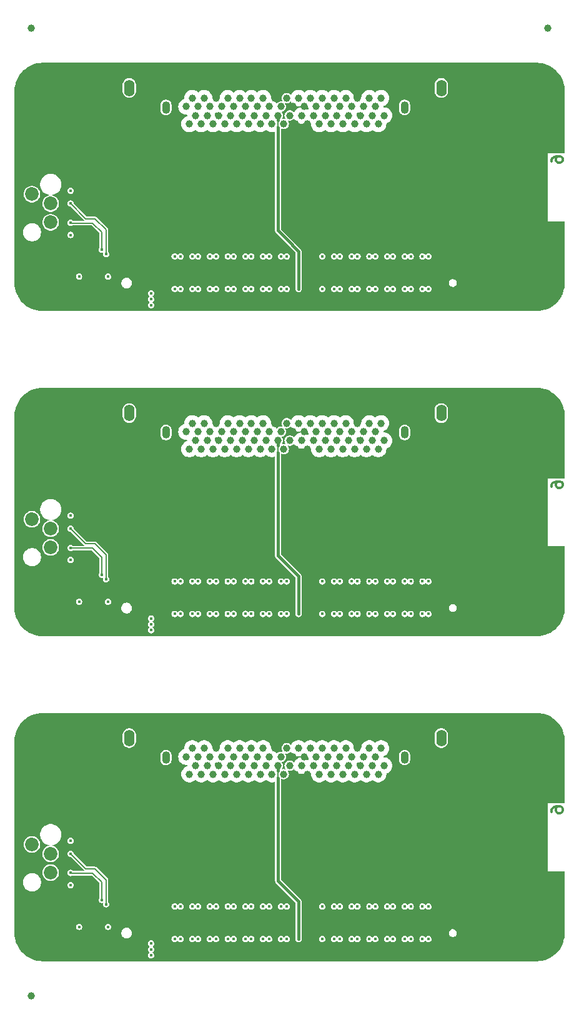
<source format=gbl>
G04 #@! TF.GenerationSoftware,KiCad,Pcbnew,8.0.6*
G04 #@! TF.CreationDate,2024-11-07T02:27:12-08:00*
G04 #@! TF.ProjectId,hvd-68-vhdci-panel,6876642d-3638-42d7-9668-6463692d7061,1*
G04 #@! TF.SameCoordinates,Original*
G04 #@! TF.FileFunction,Copper,L6,Bot*
G04 #@! TF.FilePolarity,Positive*
%FSLAX46Y46*%
G04 Gerber Fmt 4.6, Leading zero omitted, Abs format (unit mm)*
G04 Created by KiCad (PCBNEW 8.0.6) date 2024-11-07 02:27:12*
%MOMM*%
%LPD*%
G01*
G04 APERTURE LIST*
%ADD10C,0.300000*%
G04 #@! TA.AperFunction,NonConductor*
%ADD11C,0.300000*%
G04 #@! TD*
G04 #@! TA.AperFunction,ComponentPad*
%ADD12C,1.850000*%
G04 #@! TD*
G04 #@! TA.AperFunction,ComponentPad*
%ADD13C,6.400000*%
G04 #@! TD*
G04 #@! TA.AperFunction,ComponentPad*
%ADD14C,1.000000*%
G04 #@! TD*
G04 #@! TA.AperFunction,ComponentPad*
%ADD15O,1.400000X2.250000*%
G04 #@! TD*
G04 #@! TA.AperFunction,ComponentPad*
%ADD16O,1.100000X1.700000*%
G04 #@! TD*
G04 #@! TA.AperFunction,SMDPad,CuDef*
%ADD17C,1.000000*%
G04 #@! TD*
G04 #@! TA.AperFunction,ViaPad*
%ADD18C,0.450000*%
G04 #@! TD*
G04 #@! TA.AperFunction,ViaPad*
%ADD19C,0.600000*%
G04 #@! TD*
G04 #@! TA.AperFunction,Conductor*
%ADD20C,0.400000*%
G04 #@! TD*
G04 #@! TA.AperFunction,Conductor*
%ADD21C,0.200000*%
G04 #@! TD*
G04 APERTURE END LIST*
D10*
D11*
X-1999172Y115416285D02*
X-1999172Y115702000D01*
X-1999172Y115702000D02*
X-1927743Y115844857D01*
X-1927743Y115844857D02*
X-1856315Y115916285D01*
X-1856315Y115916285D02*
X-1642029Y116059143D01*
X-1642029Y116059143D02*
X-1356315Y116130571D01*
X-1356315Y116130571D02*
X-784886Y116130571D01*
X-784886Y116130571D02*
X-642029Y116059143D01*
X-642029Y116059143D02*
X-570600Y115987714D01*
X-570600Y115987714D02*
X-499172Y115844857D01*
X-499172Y115844857D02*
X-499172Y115559143D01*
X-499172Y115559143D02*
X-570600Y115416285D01*
X-570600Y115416285D02*
X-642029Y115344857D01*
X-642029Y115344857D02*
X-784886Y115273428D01*
X-784886Y115273428D02*
X-1142029Y115273428D01*
X-1142029Y115273428D02*
X-1284886Y115344857D01*
X-1284886Y115344857D02*
X-1356315Y115416285D01*
X-1356315Y115416285D02*
X-1427743Y115559143D01*
X-1427743Y115559143D02*
X-1427743Y115844857D01*
X-1427743Y115844857D02*
X-1356315Y115987714D01*
X-1356315Y115987714D02*
X-1284886Y116059143D01*
X-1284886Y116059143D02*
X-1142029Y116130571D01*
D10*
D11*
X-1999172Y71416285D02*
X-1999172Y71702000D01*
X-1999172Y71702000D02*
X-1927743Y71844857D01*
X-1927743Y71844857D02*
X-1856315Y71916285D01*
X-1856315Y71916285D02*
X-1642029Y72059143D01*
X-1642029Y72059143D02*
X-1356315Y72130571D01*
X-1356315Y72130571D02*
X-784886Y72130571D01*
X-784886Y72130571D02*
X-642029Y72059143D01*
X-642029Y72059143D02*
X-570600Y71987714D01*
X-570600Y71987714D02*
X-499172Y71844857D01*
X-499172Y71844857D02*
X-499172Y71559143D01*
X-499172Y71559143D02*
X-570600Y71416285D01*
X-570600Y71416285D02*
X-642029Y71344857D01*
X-642029Y71344857D02*
X-784886Y71273428D01*
X-784886Y71273428D02*
X-1142029Y71273428D01*
X-1142029Y71273428D02*
X-1284886Y71344857D01*
X-1284886Y71344857D02*
X-1356315Y71416285D01*
X-1356315Y71416285D02*
X-1427743Y71559143D01*
X-1427743Y71559143D02*
X-1427743Y71844857D01*
X-1427743Y71844857D02*
X-1356315Y71987714D01*
X-1356315Y71987714D02*
X-1284886Y72059143D01*
X-1284886Y72059143D02*
X-1142029Y72130571D01*
D10*
D11*
X-1999172Y27416285D02*
X-1999172Y27702000D01*
X-1999172Y27702000D02*
X-1927743Y27844857D01*
X-1927743Y27844857D02*
X-1856315Y27916285D01*
X-1856315Y27916285D02*
X-1642029Y28059143D01*
X-1642029Y28059143D02*
X-1356315Y28130571D01*
X-1356315Y28130571D02*
X-784886Y28130571D01*
X-784886Y28130571D02*
X-642029Y28059143D01*
X-642029Y28059143D02*
X-570600Y27987714D01*
X-570600Y27987714D02*
X-499172Y27844857D01*
X-499172Y27844857D02*
X-499172Y27559143D01*
X-499172Y27559143D02*
X-570600Y27416285D01*
X-570600Y27416285D02*
X-642029Y27344857D01*
X-642029Y27344857D02*
X-784886Y27273428D01*
X-784886Y27273428D02*
X-1142029Y27273428D01*
X-1142029Y27273428D02*
X-1284886Y27344857D01*
X-1284886Y27344857D02*
X-1356315Y27416285D01*
X-1356315Y27416285D02*
X-1427743Y27559143D01*
X-1427743Y27559143D02*
X-1427743Y27844857D01*
X-1427743Y27844857D02*
X-1356315Y27987714D01*
X-1356315Y27987714D02*
X-1284886Y28059143D01*
X-1284886Y28059143D02*
X-1142029Y28130571D01*
D12*
G04 #@! TO.P,J3,1,Pin_1*
G04 #@! TO.N,Board_2-+3V3*
X-72440000Y23012000D03*
G04 #@! TO.P,J3,2,Pin_2*
G04 #@! TO.N,Board_2-/PHY.ID_SDA*
X-69900000Y21742000D03*
G04 #@! TO.P,J3,3,Pin_3*
G04 #@! TO.N,Board_2-GND*
X-72440000Y20472000D03*
G04 #@! TO.P,J3,4,Pin_4*
G04 #@! TO.N,Board_2-/PHY.ID_SCL*
X-69900000Y19202000D03*
G04 #@! TD*
D13*
G04 #@! TO.P,H3,1,1*
G04 #@! TO.N,Board_2-GND*
X-71000000Y11002000D03*
G04 #@! TD*
G04 #@! TO.P,H3,1,1*
G04 #@! TO.N,Board_0-GND*
X-71000000Y99002000D03*
G04 #@! TD*
D12*
G04 #@! TO.P,J3,1,Pin_1*
G04 #@! TO.N,Board_0-+3V3*
X-72440000Y111012000D03*
G04 #@! TO.P,J3,2,Pin_2*
G04 #@! TO.N,Board_0-/PHY.ID_SDA*
X-69900000Y109742000D03*
G04 #@! TO.P,J3,3,Pin_3*
G04 #@! TO.N,Board_0-GND*
X-72440000Y108472000D03*
G04 #@! TO.P,J3,4,Pin_4*
G04 #@! TO.N,Board_0-/PHY.ID_SCL*
X-69900000Y107202000D03*
G04 #@! TD*
G04 #@! TO.P,J3,1,Pin_1*
G04 #@! TO.N,Board_1-+3V3*
X-72440000Y67012000D03*
G04 #@! TO.P,J3,2,Pin_2*
G04 #@! TO.N,Board_1-/PHY.ID_SDA*
X-69900000Y65742000D03*
G04 #@! TO.P,J3,3,Pin_3*
G04 #@! TO.N,Board_1-GND*
X-72440000Y64472000D03*
G04 #@! TO.P,J3,4,Pin_4*
G04 #@! TO.N,Board_1-/PHY.ID_SCL*
X-69900000Y63202000D03*
G04 #@! TD*
D14*
G04 #@! TO.P,J4,1,Pin_1*
G04 #@! TO.N,Board_2-/CON.DB12+*
X-51100000Y32517000D03*
G04 #@! TO.P,J4,2,Pin_2*
G04 #@! TO.N,Board_2-/CON.DB13+*
X-50300000Y33667000D03*
G04 #@! TO.P,J4,3,Pin_3*
G04 #@! TO.N,Board_2-/CON.DB14+*
X-49500000Y32517000D03*
G04 #@! TO.P,J4,4,Pin_4*
G04 #@! TO.N,Board_2-/CON.DB15+*
X-48700000Y33667000D03*
G04 #@! TO.P,J4,5,Pin_5*
G04 #@! TO.N,Board_2-/CON.DP1+*
X-47900000Y32517000D03*
G04 #@! TO.P,J4,6,Pin_6*
G04 #@! TO.N,Board_2-GND*
X-47100000Y33667000D03*
G04 #@! TO.P,J4,7,Pin_7*
G04 #@! TO.N,Board_2-/CON.DB0+*
X-46300000Y32517000D03*
G04 #@! TO.P,J4,8,Pin_8*
G04 #@! TO.N,Board_2-/CON.DB1+*
X-45500000Y33667000D03*
G04 #@! TO.P,J4,9,Pin_9*
G04 #@! TO.N,Board_2-/CON.DB2+*
X-44700000Y32517000D03*
G04 #@! TO.P,J4,10,Pin_10*
G04 #@! TO.N,Board_2-/CON.DB3+*
X-43900000Y33667000D03*
G04 #@! TO.P,J4,11,Pin_11*
G04 #@! TO.N,Board_2-/CON.DB4+*
X-43100000Y32517000D03*
G04 #@! TO.P,J4,12,Pin_12*
G04 #@! TO.N,Board_2-/CON.DB5+*
X-42300000Y33667000D03*
G04 #@! TO.P,J4,13,Pin_13*
G04 #@! TO.N,Board_2-/CON.DB6+*
X-41500000Y32517000D03*
G04 #@! TO.P,J4,14,Pin_14*
G04 #@! TO.N,Board_2-/CON.DB7+*
X-40700000Y33667000D03*
G04 #@! TO.P,J4,15,Pin_15*
G04 #@! TO.N,Board_2-/CON.DP0+*
X-39900000Y32517000D03*
G04 #@! TO.P,J4,16,Pin_16*
G04 #@! TO.N,Board_2-/CON.DIFFSENSE*
X-39100000Y33667000D03*
G04 #@! TO.P,J4,17,Pin_17*
G04 #@! TO.N,Board_2-/CON.TERMPWR*
X-38300000Y32517000D03*
G04 #@! TO.P,J4,18,Pin_18*
X-37500000Y33667000D03*
G04 #@! TO.P,J4,19,Pin_19*
G04 #@! TO.N,Board_2-GND*
X-36700000Y32517000D03*
G04 #@! TO.P,J4,20,Pin_20*
G04 #@! TO.N,Board_2-/CON.ATN+*
X-35900000Y33667000D03*
G04 #@! TO.P,J4,21,Pin_21*
G04 #@! TO.N,Board_2-GND*
X-35100000Y32517000D03*
G04 #@! TO.P,J4,22,Pin_22*
G04 #@! TO.N,Board_2-/CON.BSY+*
X-34300000Y33667000D03*
G04 #@! TO.P,J4,23,Pin_23*
G04 #@! TO.N,Board_2-/CON.ACK+*
X-33500000Y32517000D03*
G04 #@! TO.P,J4,24,Pin_24*
G04 #@! TO.N,Board_2-/CON.RST+*
X-32700000Y33667000D03*
G04 #@! TO.P,J4,25,Pin_25*
G04 #@! TO.N,Board_2-/CON.MSG+*
X-31900000Y32517000D03*
G04 #@! TO.P,J4,26,Pin_26*
G04 #@! TO.N,Board_2-/CON.SEL+*
X-31100000Y33667000D03*
G04 #@! TO.P,J4,27,Pin_27*
G04 #@! TO.N,Board_2-/CON.C{slash}D+*
X-30300000Y32517000D03*
G04 #@! TO.P,J4,28,Pin_28*
G04 #@! TO.N,Board_2-/CON.REQ+*
X-29500000Y33667000D03*
G04 #@! TO.P,J4,29,Pin_29*
G04 #@! TO.N,Board_2-/CON.I{slash}O+*
X-28700000Y32517000D03*
G04 #@! TO.P,J4,30,Pin_30*
G04 #@! TO.N,Board_2-GND*
X-27900000Y33667000D03*
G04 #@! TO.P,J4,31,Pin_31*
G04 #@! TO.N,Board_2-/CON.DB8+*
X-27100000Y32517000D03*
G04 #@! TO.P,J4,32,Pin_32*
G04 #@! TO.N,Board_2-/CON.DB9+*
X-26300000Y33667000D03*
G04 #@! TO.P,J4,33,Pin_33*
G04 #@! TO.N,Board_2-/CON.DB10+*
X-25500000Y32517000D03*
G04 #@! TO.P,J4,34,Pin_34*
G04 #@! TO.N,Board_2-/CON.DB11+*
X-24700000Y33667000D03*
G04 #@! TO.P,J4,35,Pin_35*
G04 #@! TO.N,Board_2-/CON.DB12-*
X-51500000Y34867000D03*
G04 #@! TO.P,J4,36,Pin_36*
G04 #@! TO.N,Board_2-/CON.DB13-*
X-50700000Y36017000D03*
G04 #@! TO.P,J4,37,Pin_37*
G04 #@! TO.N,Board_2-/CON.DB14-*
X-49900000Y34867000D03*
G04 #@! TO.P,J4,38,Pin_38*
G04 #@! TO.N,Board_2-/CON.DB15-*
X-49100000Y36017000D03*
G04 #@! TO.P,J4,39,Pin_39*
G04 #@! TO.N,Board_2-/CON.DP1-*
X-48300000Y34867000D03*
G04 #@! TO.P,J4,40,Pin_40*
G04 #@! TO.N,Board_2-GND*
X-47500000Y36017000D03*
G04 #@! TO.P,J4,41,Pin_41*
G04 #@! TO.N,Board_2-/CON.DB0-*
X-46700000Y34867000D03*
G04 #@! TO.P,J4,42,Pin_42*
G04 #@! TO.N,Board_2-/CON.DB1-*
X-45900000Y36017000D03*
G04 #@! TO.P,J4,43,Pin_43*
G04 #@! TO.N,Board_2-/CON.DB2-*
X-45100000Y34867000D03*
G04 #@! TO.P,J4,44,Pin_44*
G04 #@! TO.N,Board_2-/CON.DB3-*
X-44300000Y36017000D03*
G04 #@! TO.P,J4,45,Pin_45*
G04 #@! TO.N,Board_2-/CON.DB4-*
X-43500000Y34867000D03*
G04 #@! TO.P,J4,46,Pin_46*
G04 #@! TO.N,Board_2-/CON.DB5-*
X-42700000Y36017000D03*
G04 #@! TO.P,J4,47,Pin_47*
G04 #@! TO.N,Board_2-/CON.DB6-*
X-41900000Y34867000D03*
G04 #@! TO.P,J4,48,Pin_48*
G04 #@! TO.N,Board_2-/CON.DB7-*
X-41100000Y36017000D03*
G04 #@! TO.P,J4,49,Pin_49*
G04 #@! TO.N,Board_2-/CON.DP0-*
X-40300000Y34867000D03*
G04 #@! TO.P,J4,50,Pin_50*
G04 #@! TO.N,Board_2-GND*
X-39500000Y36017000D03*
G04 #@! TO.P,J4,51,Pin_51*
G04 #@! TO.N,Board_2-/CON.TERMPWR*
X-38700000Y34867000D03*
G04 #@! TO.P,J4,52,Pin_52*
X-37900000Y36017000D03*
G04 #@! TO.P,J4,53,Pin_53*
G04 #@! TO.N,Board_2-GND*
X-37100000Y34867000D03*
G04 #@! TO.P,J4,54,Pin_54*
G04 #@! TO.N,Board_2-/CON.ATN-*
X-36300000Y36017000D03*
G04 #@! TO.P,J4,55,Pin_55*
G04 #@! TO.N,Board_2-GND*
X-35500000Y34867000D03*
G04 #@! TO.P,J4,56,Pin_56*
G04 #@! TO.N,Board_2-/CON.BSY-*
X-34700000Y36017000D03*
G04 #@! TO.P,J4,57,Pin_57*
G04 #@! TO.N,Board_2-/CON.ACK-*
X-33900000Y34867000D03*
G04 #@! TO.P,J4,58,Pin_58*
G04 #@! TO.N,Board_2-/CON.RST-*
X-33100000Y36017000D03*
G04 #@! TO.P,J4,59,Pin_59*
G04 #@! TO.N,Board_2-/CON.MSG-*
X-32300000Y34867000D03*
G04 #@! TO.P,J4,60,Pin_60*
G04 #@! TO.N,Board_2-/CON.SEL-*
X-31500000Y36017000D03*
G04 #@! TO.P,J4,61,Pin_61*
G04 #@! TO.N,Board_2-/CON.C{slash}D-*
X-30700000Y34867000D03*
G04 #@! TO.P,J4,62,Pin_62*
G04 #@! TO.N,Board_2-/CON.REQ-*
X-29900000Y36017000D03*
G04 #@! TO.P,J4,63,Pin_63*
G04 #@! TO.N,Board_2-/CON.I{slash}O-*
X-29100000Y34867000D03*
G04 #@! TO.P,J4,64,Pin_64*
G04 #@! TO.N,Board_2-GND*
X-28300000Y36017000D03*
G04 #@! TO.P,J4,65,Pin_65*
G04 #@! TO.N,Board_2-/CON.DB8-*
X-27500000Y34867000D03*
G04 #@! TO.P,J4,66,Pin_66*
G04 #@! TO.N,Board_2-/CON.DB9-*
X-26700000Y36017000D03*
G04 #@! TO.P,J4,67,Pin_67*
G04 #@! TO.N,Board_2-/CON.DB10-*
X-25900000Y34867000D03*
G04 #@! TO.P,J4,68,Pin_68*
G04 #@! TO.N,Board_2-/CON.DB11-*
X-25100000Y36017000D03*
D15*
G04 #@! TO.P,J4,SHIELD,SHIELD*
G04 #@! TO.N,Board_2-/SHIELD*
X-16950000Y37397000D03*
D16*
X-21925000Y34767000D03*
X-54275000Y34767000D03*
D15*
X-59250000Y37397000D03*
G04 #@! TD*
D13*
G04 #@! TO.P,H3,1,1*
G04 #@! TO.N,Board_1-GND*
X-71000000Y55002000D03*
G04 #@! TD*
G04 #@! TO.P,H4,1,1*
G04 #@! TO.N,Board_2-GND*
X-4000000Y11002000D03*
G04 #@! TD*
G04 #@! TO.P,H4,1,1*
G04 #@! TO.N,Board_0-GND*
X-4000000Y99002000D03*
G04 #@! TD*
G04 #@! TO.P,H4,1,1*
G04 #@! TO.N,Board_1-GND*
X-4000000Y55002000D03*
G04 #@! TD*
D14*
G04 #@! TO.P,J4,1,Pin_1*
G04 #@! TO.N,Board_0-/CON.DB12+*
X-51100000Y120517000D03*
G04 #@! TO.P,J4,2,Pin_2*
G04 #@! TO.N,Board_0-/CON.DB13+*
X-50300000Y121667000D03*
G04 #@! TO.P,J4,3,Pin_3*
G04 #@! TO.N,Board_0-/CON.DB14+*
X-49500000Y120517000D03*
G04 #@! TO.P,J4,4,Pin_4*
G04 #@! TO.N,Board_0-/CON.DB15+*
X-48700000Y121667000D03*
G04 #@! TO.P,J4,5,Pin_5*
G04 #@! TO.N,Board_0-/CON.DP1+*
X-47900000Y120517000D03*
G04 #@! TO.P,J4,6,Pin_6*
G04 #@! TO.N,Board_0-GND*
X-47100000Y121667000D03*
G04 #@! TO.P,J4,7,Pin_7*
G04 #@! TO.N,Board_0-/CON.DB0+*
X-46300000Y120517000D03*
G04 #@! TO.P,J4,8,Pin_8*
G04 #@! TO.N,Board_0-/CON.DB1+*
X-45500000Y121667000D03*
G04 #@! TO.P,J4,9,Pin_9*
G04 #@! TO.N,Board_0-/CON.DB2+*
X-44700000Y120517000D03*
G04 #@! TO.P,J4,10,Pin_10*
G04 #@! TO.N,Board_0-/CON.DB3+*
X-43900000Y121667000D03*
G04 #@! TO.P,J4,11,Pin_11*
G04 #@! TO.N,Board_0-/CON.DB4+*
X-43100000Y120517000D03*
G04 #@! TO.P,J4,12,Pin_12*
G04 #@! TO.N,Board_0-/CON.DB5+*
X-42300000Y121667000D03*
G04 #@! TO.P,J4,13,Pin_13*
G04 #@! TO.N,Board_0-/CON.DB6+*
X-41500000Y120517000D03*
G04 #@! TO.P,J4,14,Pin_14*
G04 #@! TO.N,Board_0-/CON.DB7+*
X-40700000Y121667000D03*
G04 #@! TO.P,J4,15,Pin_15*
G04 #@! TO.N,Board_0-/CON.DP0+*
X-39900000Y120517000D03*
G04 #@! TO.P,J4,16,Pin_16*
G04 #@! TO.N,Board_0-/CON.DIFFSENSE*
X-39100000Y121667000D03*
G04 #@! TO.P,J4,17,Pin_17*
G04 #@! TO.N,Board_0-/CON.TERMPWR*
X-38300000Y120517000D03*
G04 #@! TO.P,J4,18,Pin_18*
X-37500000Y121667000D03*
G04 #@! TO.P,J4,19,Pin_19*
G04 #@! TO.N,Board_0-GND*
X-36700000Y120517000D03*
G04 #@! TO.P,J4,20,Pin_20*
G04 #@! TO.N,Board_0-/CON.ATN+*
X-35900000Y121667000D03*
G04 #@! TO.P,J4,21,Pin_21*
G04 #@! TO.N,Board_0-GND*
X-35100000Y120517000D03*
G04 #@! TO.P,J4,22,Pin_22*
G04 #@! TO.N,Board_0-/CON.BSY+*
X-34300000Y121667000D03*
G04 #@! TO.P,J4,23,Pin_23*
G04 #@! TO.N,Board_0-/CON.ACK+*
X-33500000Y120517000D03*
G04 #@! TO.P,J4,24,Pin_24*
G04 #@! TO.N,Board_0-/CON.RST+*
X-32700000Y121667000D03*
G04 #@! TO.P,J4,25,Pin_25*
G04 #@! TO.N,Board_0-/CON.MSG+*
X-31900000Y120517000D03*
G04 #@! TO.P,J4,26,Pin_26*
G04 #@! TO.N,Board_0-/CON.SEL+*
X-31100000Y121667000D03*
G04 #@! TO.P,J4,27,Pin_27*
G04 #@! TO.N,Board_0-/CON.C{slash}D+*
X-30300000Y120517000D03*
G04 #@! TO.P,J4,28,Pin_28*
G04 #@! TO.N,Board_0-/CON.REQ+*
X-29500000Y121667000D03*
G04 #@! TO.P,J4,29,Pin_29*
G04 #@! TO.N,Board_0-/CON.I{slash}O+*
X-28700000Y120517000D03*
G04 #@! TO.P,J4,30,Pin_30*
G04 #@! TO.N,Board_0-GND*
X-27900000Y121667000D03*
G04 #@! TO.P,J4,31,Pin_31*
G04 #@! TO.N,Board_0-/CON.DB8+*
X-27100000Y120517000D03*
G04 #@! TO.P,J4,32,Pin_32*
G04 #@! TO.N,Board_0-/CON.DB9+*
X-26300000Y121667000D03*
G04 #@! TO.P,J4,33,Pin_33*
G04 #@! TO.N,Board_0-/CON.DB10+*
X-25500000Y120517000D03*
G04 #@! TO.P,J4,34,Pin_34*
G04 #@! TO.N,Board_0-/CON.DB11+*
X-24700000Y121667000D03*
G04 #@! TO.P,J4,35,Pin_35*
G04 #@! TO.N,Board_0-/CON.DB12-*
X-51500000Y122867000D03*
G04 #@! TO.P,J4,36,Pin_36*
G04 #@! TO.N,Board_0-/CON.DB13-*
X-50700000Y124017000D03*
G04 #@! TO.P,J4,37,Pin_37*
G04 #@! TO.N,Board_0-/CON.DB14-*
X-49900000Y122867000D03*
G04 #@! TO.P,J4,38,Pin_38*
G04 #@! TO.N,Board_0-/CON.DB15-*
X-49100000Y124017000D03*
G04 #@! TO.P,J4,39,Pin_39*
G04 #@! TO.N,Board_0-/CON.DP1-*
X-48300000Y122867000D03*
G04 #@! TO.P,J4,40,Pin_40*
G04 #@! TO.N,Board_0-GND*
X-47500000Y124017000D03*
G04 #@! TO.P,J4,41,Pin_41*
G04 #@! TO.N,Board_0-/CON.DB0-*
X-46700000Y122867000D03*
G04 #@! TO.P,J4,42,Pin_42*
G04 #@! TO.N,Board_0-/CON.DB1-*
X-45900000Y124017000D03*
G04 #@! TO.P,J4,43,Pin_43*
G04 #@! TO.N,Board_0-/CON.DB2-*
X-45100000Y122867000D03*
G04 #@! TO.P,J4,44,Pin_44*
G04 #@! TO.N,Board_0-/CON.DB3-*
X-44300000Y124017000D03*
G04 #@! TO.P,J4,45,Pin_45*
G04 #@! TO.N,Board_0-/CON.DB4-*
X-43500000Y122867000D03*
G04 #@! TO.P,J4,46,Pin_46*
G04 #@! TO.N,Board_0-/CON.DB5-*
X-42700000Y124017000D03*
G04 #@! TO.P,J4,47,Pin_47*
G04 #@! TO.N,Board_0-/CON.DB6-*
X-41900000Y122867000D03*
G04 #@! TO.P,J4,48,Pin_48*
G04 #@! TO.N,Board_0-/CON.DB7-*
X-41100000Y124017000D03*
G04 #@! TO.P,J4,49,Pin_49*
G04 #@! TO.N,Board_0-/CON.DP0-*
X-40300000Y122867000D03*
G04 #@! TO.P,J4,50,Pin_50*
G04 #@! TO.N,Board_0-GND*
X-39500000Y124017000D03*
G04 #@! TO.P,J4,51,Pin_51*
G04 #@! TO.N,Board_0-/CON.TERMPWR*
X-38700000Y122867000D03*
G04 #@! TO.P,J4,52,Pin_52*
X-37900000Y124017000D03*
G04 #@! TO.P,J4,53,Pin_53*
G04 #@! TO.N,Board_0-GND*
X-37100000Y122867000D03*
G04 #@! TO.P,J4,54,Pin_54*
G04 #@! TO.N,Board_0-/CON.ATN-*
X-36300000Y124017000D03*
G04 #@! TO.P,J4,55,Pin_55*
G04 #@! TO.N,Board_0-GND*
X-35500000Y122867000D03*
G04 #@! TO.P,J4,56,Pin_56*
G04 #@! TO.N,Board_0-/CON.BSY-*
X-34700000Y124017000D03*
G04 #@! TO.P,J4,57,Pin_57*
G04 #@! TO.N,Board_0-/CON.ACK-*
X-33900000Y122867000D03*
G04 #@! TO.P,J4,58,Pin_58*
G04 #@! TO.N,Board_0-/CON.RST-*
X-33100000Y124017000D03*
G04 #@! TO.P,J4,59,Pin_59*
G04 #@! TO.N,Board_0-/CON.MSG-*
X-32300000Y122867000D03*
G04 #@! TO.P,J4,60,Pin_60*
G04 #@! TO.N,Board_0-/CON.SEL-*
X-31500000Y124017000D03*
G04 #@! TO.P,J4,61,Pin_61*
G04 #@! TO.N,Board_0-/CON.C{slash}D-*
X-30700000Y122867000D03*
G04 #@! TO.P,J4,62,Pin_62*
G04 #@! TO.N,Board_0-/CON.REQ-*
X-29900000Y124017000D03*
G04 #@! TO.P,J4,63,Pin_63*
G04 #@! TO.N,Board_0-/CON.I{slash}O-*
X-29100000Y122867000D03*
G04 #@! TO.P,J4,64,Pin_64*
G04 #@! TO.N,Board_0-GND*
X-28300000Y124017000D03*
G04 #@! TO.P,J4,65,Pin_65*
G04 #@! TO.N,Board_0-/CON.DB8-*
X-27500000Y122867000D03*
G04 #@! TO.P,J4,66,Pin_66*
G04 #@! TO.N,Board_0-/CON.DB9-*
X-26700000Y124017000D03*
G04 #@! TO.P,J4,67,Pin_67*
G04 #@! TO.N,Board_0-/CON.DB10-*
X-25900000Y122867000D03*
G04 #@! TO.P,J4,68,Pin_68*
G04 #@! TO.N,Board_0-/CON.DB11-*
X-25100000Y124017000D03*
D15*
G04 #@! TO.P,J4,SHIELD,SHIELD*
G04 #@! TO.N,Board_0-/SHIELD*
X-16950000Y125397000D03*
D16*
X-21925000Y122767000D03*
X-54275000Y122767000D03*
D15*
X-59250000Y125397000D03*
G04 #@! TD*
D14*
G04 #@! TO.P,J4,1,Pin_1*
G04 #@! TO.N,Board_1-/CON.DB12+*
X-51100000Y76517000D03*
G04 #@! TO.P,J4,2,Pin_2*
G04 #@! TO.N,Board_1-/CON.DB13+*
X-50300000Y77667000D03*
G04 #@! TO.P,J4,3,Pin_3*
G04 #@! TO.N,Board_1-/CON.DB14+*
X-49500000Y76517000D03*
G04 #@! TO.P,J4,4,Pin_4*
G04 #@! TO.N,Board_1-/CON.DB15+*
X-48700000Y77667000D03*
G04 #@! TO.P,J4,5,Pin_5*
G04 #@! TO.N,Board_1-/CON.DP1+*
X-47900000Y76517000D03*
G04 #@! TO.P,J4,6,Pin_6*
G04 #@! TO.N,Board_1-GND*
X-47100000Y77667000D03*
G04 #@! TO.P,J4,7,Pin_7*
G04 #@! TO.N,Board_1-/CON.DB0+*
X-46300000Y76517000D03*
G04 #@! TO.P,J4,8,Pin_8*
G04 #@! TO.N,Board_1-/CON.DB1+*
X-45500000Y77667000D03*
G04 #@! TO.P,J4,9,Pin_9*
G04 #@! TO.N,Board_1-/CON.DB2+*
X-44700000Y76517000D03*
G04 #@! TO.P,J4,10,Pin_10*
G04 #@! TO.N,Board_1-/CON.DB3+*
X-43900000Y77667000D03*
G04 #@! TO.P,J4,11,Pin_11*
G04 #@! TO.N,Board_1-/CON.DB4+*
X-43100000Y76517000D03*
G04 #@! TO.P,J4,12,Pin_12*
G04 #@! TO.N,Board_1-/CON.DB5+*
X-42300000Y77667000D03*
G04 #@! TO.P,J4,13,Pin_13*
G04 #@! TO.N,Board_1-/CON.DB6+*
X-41500000Y76517000D03*
G04 #@! TO.P,J4,14,Pin_14*
G04 #@! TO.N,Board_1-/CON.DB7+*
X-40700000Y77667000D03*
G04 #@! TO.P,J4,15,Pin_15*
G04 #@! TO.N,Board_1-/CON.DP0+*
X-39900000Y76517000D03*
G04 #@! TO.P,J4,16,Pin_16*
G04 #@! TO.N,Board_1-/CON.DIFFSENSE*
X-39100000Y77667000D03*
G04 #@! TO.P,J4,17,Pin_17*
G04 #@! TO.N,Board_1-/CON.TERMPWR*
X-38300000Y76517000D03*
G04 #@! TO.P,J4,18,Pin_18*
X-37500000Y77667000D03*
G04 #@! TO.P,J4,19,Pin_19*
G04 #@! TO.N,Board_1-GND*
X-36700000Y76517000D03*
G04 #@! TO.P,J4,20,Pin_20*
G04 #@! TO.N,Board_1-/CON.ATN+*
X-35900000Y77667000D03*
G04 #@! TO.P,J4,21,Pin_21*
G04 #@! TO.N,Board_1-GND*
X-35100000Y76517000D03*
G04 #@! TO.P,J4,22,Pin_22*
G04 #@! TO.N,Board_1-/CON.BSY+*
X-34300000Y77667000D03*
G04 #@! TO.P,J4,23,Pin_23*
G04 #@! TO.N,Board_1-/CON.ACK+*
X-33500000Y76517000D03*
G04 #@! TO.P,J4,24,Pin_24*
G04 #@! TO.N,Board_1-/CON.RST+*
X-32700000Y77667000D03*
G04 #@! TO.P,J4,25,Pin_25*
G04 #@! TO.N,Board_1-/CON.MSG+*
X-31900000Y76517000D03*
G04 #@! TO.P,J4,26,Pin_26*
G04 #@! TO.N,Board_1-/CON.SEL+*
X-31100000Y77667000D03*
G04 #@! TO.P,J4,27,Pin_27*
G04 #@! TO.N,Board_1-/CON.C{slash}D+*
X-30300000Y76517000D03*
G04 #@! TO.P,J4,28,Pin_28*
G04 #@! TO.N,Board_1-/CON.REQ+*
X-29500000Y77667000D03*
G04 #@! TO.P,J4,29,Pin_29*
G04 #@! TO.N,Board_1-/CON.I{slash}O+*
X-28700000Y76517000D03*
G04 #@! TO.P,J4,30,Pin_30*
G04 #@! TO.N,Board_1-GND*
X-27900000Y77667000D03*
G04 #@! TO.P,J4,31,Pin_31*
G04 #@! TO.N,Board_1-/CON.DB8+*
X-27100000Y76517000D03*
G04 #@! TO.P,J4,32,Pin_32*
G04 #@! TO.N,Board_1-/CON.DB9+*
X-26300000Y77667000D03*
G04 #@! TO.P,J4,33,Pin_33*
G04 #@! TO.N,Board_1-/CON.DB10+*
X-25500000Y76517000D03*
G04 #@! TO.P,J4,34,Pin_34*
G04 #@! TO.N,Board_1-/CON.DB11+*
X-24700000Y77667000D03*
G04 #@! TO.P,J4,35,Pin_35*
G04 #@! TO.N,Board_1-/CON.DB12-*
X-51500000Y78867000D03*
G04 #@! TO.P,J4,36,Pin_36*
G04 #@! TO.N,Board_1-/CON.DB13-*
X-50700000Y80017000D03*
G04 #@! TO.P,J4,37,Pin_37*
G04 #@! TO.N,Board_1-/CON.DB14-*
X-49900000Y78867000D03*
G04 #@! TO.P,J4,38,Pin_38*
G04 #@! TO.N,Board_1-/CON.DB15-*
X-49100000Y80017000D03*
G04 #@! TO.P,J4,39,Pin_39*
G04 #@! TO.N,Board_1-/CON.DP1-*
X-48300000Y78867000D03*
G04 #@! TO.P,J4,40,Pin_40*
G04 #@! TO.N,Board_1-GND*
X-47500000Y80017000D03*
G04 #@! TO.P,J4,41,Pin_41*
G04 #@! TO.N,Board_1-/CON.DB0-*
X-46700000Y78867000D03*
G04 #@! TO.P,J4,42,Pin_42*
G04 #@! TO.N,Board_1-/CON.DB1-*
X-45900000Y80017000D03*
G04 #@! TO.P,J4,43,Pin_43*
G04 #@! TO.N,Board_1-/CON.DB2-*
X-45100000Y78867000D03*
G04 #@! TO.P,J4,44,Pin_44*
G04 #@! TO.N,Board_1-/CON.DB3-*
X-44300000Y80017000D03*
G04 #@! TO.P,J4,45,Pin_45*
G04 #@! TO.N,Board_1-/CON.DB4-*
X-43500000Y78867000D03*
G04 #@! TO.P,J4,46,Pin_46*
G04 #@! TO.N,Board_1-/CON.DB5-*
X-42700000Y80017000D03*
G04 #@! TO.P,J4,47,Pin_47*
G04 #@! TO.N,Board_1-/CON.DB6-*
X-41900000Y78867000D03*
G04 #@! TO.P,J4,48,Pin_48*
G04 #@! TO.N,Board_1-/CON.DB7-*
X-41100000Y80017000D03*
G04 #@! TO.P,J4,49,Pin_49*
G04 #@! TO.N,Board_1-/CON.DP0-*
X-40300000Y78867000D03*
G04 #@! TO.P,J4,50,Pin_50*
G04 #@! TO.N,Board_1-GND*
X-39500000Y80017000D03*
G04 #@! TO.P,J4,51,Pin_51*
G04 #@! TO.N,Board_1-/CON.TERMPWR*
X-38700000Y78867000D03*
G04 #@! TO.P,J4,52,Pin_52*
X-37900000Y80017000D03*
G04 #@! TO.P,J4,53,Pin_53*
G04 #@! TO.N,Board_1-GND*
X-37100000Y78867000D03*
G04 #@! TO.P,J4,54,Pin_54*
G04 #@! TO.N,Board_1-/CON.ATN-*
X-36300000Y80017000D03*
G04 #@! TO.P,J4,55,Pin_55*
G04 #@! TO.N,Board_1-GND*
X-35500000Y78867000D03*
G04 #@! TO.P,J4,56,Pin_56*
G04 #@! TO.N,Board_1-/CON.BSY-*
X-34700000Y80017000D03*
G04 #@! TO.P,J4,57,Pin_57*
G04 #@! TO.N,Board_1-/CON.ACK-*
X-33900000Y78867000D03*
G04 #@! TO.P,J4,58,Pin_58*
G04 #@! TO.N,Board_1-/CON.RST-*
X-33100000Y80017000D03*
G04 #@! TO.P,J4,59,Pin_59*
G04 #@! TO.N,Board_1-/CON.MSG-*
X-32300000Y78867000D03*
G04 #@! TO.P,J4,60,Pin_60*
G04 #@! TO.N,Board_1-/CON.SEL-*
X-31500000Y80017000D03*
G04 #@! TO.P,J4,61,Pin_61*
G04 #@! TO.N,Board_1-/CON.C{slash}D-*
X-30700000Y78867000D03*
G04 #@! TO.P,J4,62,Pin_62*
G04 #@! TO.N,Board_1-/CON.REQ-*
X-29900000Y80017000D03*
G04 #@! TO.P,J4,63,Pin_63*
G04 #@! TO.N,Board_1-/CON.I{slash}O-*
X-29100000Y78867000D03*
G04 #@! TO.P,J4,64,Pin_64*
G04 #@! TO.N,Board_1-GND*
X-28300000Y80017000D03*
G04 #@! TO.P,J4,65,Pin_65*
G04 #@! TO.N,Board_1-/CON.DB8-*
X-27500000Y78867000D03*
G04 #@! TO.P,J4,66,Pin_66*
G04 #@! TO.N,Board_1-/CON.DB9-*
X-26700000Y80017000D03*
G04 #@! TO.P,J4,67,Pin_67*
G04 #@! TO.N,Board_1-/CON.DB10-*
X-25900000Y78867000D03*
G04 #@! TO.P,J4,68,Pin_68*
G04 #@! TO.N,Board_1-/CON.DB11-*
X-25100000Y80017000D03*
D15*
G04 #@! TO.P,J4,SHIELD,SHIELD*
G04 #@! TO.N,Board_1-/SHIELD*
X-16950000Y81397000D03*
D16*
X-21925000Y78767000D03*
X-54275000Y78767000D03*
D15*
X-59250000Y81397000D03*
G04 #@! TD*
D17*
G04 #@! TO.P,KiKit_FID_B_2,*
G04 #@! TO.N,*
X-2500000Y133503500D03*
G04 #@! TD*
G04 #@! TO.P,KiKit_FID_B_1,*
G04 #@! TO.N,*
X-72500000Y133503500D03*
G04 #@! TD*
G04 #@! TO.P,KiKit_FID_B_3,*
G04 #@! TO.N,*
X-72500000Y2500000D03*
G04 #@! TD*
D18*
G04 #@! TO.N,Board_0-+3V3*
X-67200000Y105502000D03*
X-56300000Y96002000D03*
X-56300000Y97602000D03*
X-62150000Y99852000D03*
X-56300000Y96802000D03*
X-67200000Y111502000D03*
X-66050000Y99852000D03*
G04 #@! TO.N,Board_0-/CON.ACK+*
X-30700000Y98202000D03*
G04 #@! TO.N,Board_0-/CON.ACK-*
X-30700000Y102602000D03*
G04 #@! TO.N,Board_0-/CON.ATN+*
X-33100000Y98202000D03*
G04 #@! TO.N,Board_0-/CON.ATN-*
X-33100000Y102602000D03*
G04 #@! TO.N,Board_0-/CON.BSY+*
X-31500000Y98202000D03*
G04 #@! TO.N,Board_0-/CON.BSY-*
X-31500000Y102602000D03*
G04 #@! TO.N,Board_0-/CON.C{slash}D+*
X-25900000Y98202000D03*
G04 #@! TO.N,Board_0-/CON.C{slash}D-*
X-25900000Y102602000D03*
G04 #@! TO.N,Board_0-/CON.DB0+*
X-47500000Y98202000D03*
G04 #@! TO.N,Board_0-/CON.DB0-*
X-47500000Y102602000D03*
G04 #@! TO.N,Board_0-/CON.DB1+*
X-45900000Y98202000D03*
G04 #@! TO.N,Board_0-/CON.DB1-*
X-45900000Y102602000D03*
G04 #@! TO.N,Board_0-/CON.DB10+*
X-19500000Y98202000D03*
G04 #@! TO.N,Board_0-/CON.DB10-*
X-19500000Y102602000D03*
G04 #@! TO.N,Board_0-/CON.DB11+*
X-18700000Y98202000D03*
G04 #@! TO.N,Board_0-/CON.DB11-*
X-18700000Y102602000D03*
G04 #@! TO.N,Board_0-/CON.DB12+*
X-53100000Y98202000D03*
G04 #@! TO.N,Board_0-/CON.DB12-*
X-53100000Y102602000D03*
G04 #@! TO.N,Board_0-/CON.DB13+*
X-52300000Y98202000D03*
G04 #@! TO.N,Board_0-/CON.DB13-*
X-52300000Y102602000D03*
G04 #@! TO.N,Board_0-/CON.DB14+*
X-50700000Y98202000D03*
G04 #@! TO.N,Board_0-/CON.DB14-*
X-50700000Y102602000D03*
G04 #@! TO.N,Board_0-/CON.DB15+*
X-49900000Y98202000D03*
G04 #@! TO.N,Board_0-/CON.DB15-*
X-49900000Y102602000D03*
G04 #@! TO.N,Board_0-/CON.DB2+*
X-45100000Y98202000D03*
G04 #@! TO.N,Board_0-/CON.DB2-*
X-45100000Y102602000D03*
G04 #@! TO.N,Board_0-/CON.DB3+*
X-43500000Y98202000D03*
G04 #@! TO.N,Board_0-/CON.DB3-*
X-43500000Y102602000D03*
G04 #@! TO.N,Board_0-/CON.DB4+*
X-42700000Y98202000D03*
G04 #@! TO.N,Board_0-/CON.DB4-*
X-42700000Y102602000D03*
G04 #@! TO.N,Board_0-/CON.DB5+*
X-41100000Y98202000D03*
G04 #@! TO.N,Board_0-/CON.DB5-*
X-41100000Y102602000D03*
G04 #@! TO.N,Board_0-/CON.DB6+*
X-40300000Y98202000D03*
G04 #@! TO.N,Board_0-/CON.DB6-*
X-40300000Y102602000D03*
G04 #@! TO.N,Board_0-/CON.DB7+*
X-38700000Y98202000D03*
G04 #@! TO.N,Board_0-/CON.DB7-*
X-38700000Y102602000D03*
G04 #@! TO.N,Board_0-/CON.DB8+*
X-21900000Y98202000D03*
G04 #@! TO.N,Board_0-/CON.DB8-*
X-21900000Y102602000D03*
G04 #@! TO.N,Board_0-/CON.DB9+*
X-21100000Y98202000D03*
G04 #@! TO.N,Board_0-/CON.DB9-*
X-21100000Y102602000D03*
G04 #@! TO.N,Board_0-/CON.DIFFSENSE*
X-36300000Y98202000D03*
X-39100000Y120002000D03*
G04 #@! TO.N,Board_0-/CON.DP0+*
X-37900000Y98202000D03*
G04 #@! TO.N,Board_0-/CON.DP0-*
X-37900000Y102602000D03*
G04 #@! TO.N,Board_0-/CON.DP1+*
X-48300000Y98202000D03*
G04 #@! TO.N,Board_0-/CON.DP1-*
X-48300000Y102602000D03*
G04 #@! TO.N,Board_0-/CON.I{slash}O+*
X-23500000Y98202000D03*
G04 #@! TO.N,Board_0-/CON.I{slash}O-*
X-23500000Y102602000D03*
G04 #@! TO.N,Board_0-/CON.MSG+*
X-28300000Y98202000D03*
G04 #@! TO.N,Board_0-/CON.MSG-*
X-28300000Y102602000D03*
G04 #@! TO.N,Board_0-/CON.REQ+*
X-24300000Y98202000D03*
G04 #@! TO.N,Board_0-/CON.REQ-*
X-24300000Y102602000D03*
G04 #@! TO.N,Board_0-/CON.RST+*
X-29100000Y98202000D03*
G04 #@! TO.N,Board_0-/CON.RST-*
X-29100000Y102602000D03*
G04 #@! TO.N,Board_0-/CON.SEL+*
X-26700000Y98202000D03*
G04 #@! TO.N,Board_0-/CON.SEL-*
X-26700000Y102602000D03*
G04 #@! TO.N,Board_0-/PHY.ID_SCL*
X-63000000Y103502000D03*
X-67200000Y107152000D03*
G04 #@! TO.N,Board_0-/PHY.ID_SDA*
X-67200000Y109752000D03*
X-62400000Y102902000D03*
G04 #@! TO.N,Board_0-GND*
X-46700000Y97602000D03*
X-27500000Y96002000D03*
X-54700000Y100402000D03*
X-41900000Y101202000D03*
X-51500000Y96002000D03*
X-41900000Y102602000D03*
D19*
X-11200000Y124802000D03*
D18*
X-53900000Y101202000D03*
X-44300000Y96002000D03*
X-53900000Y96002000D03*
X-51500000Y96802000D03*
X-57100000Y102002000D03*
X-41900000Y97602000D03*
X-20300000Y102002000D03*
X-54700000Y96802000D03*
X-53900000Y97602000D03*
X-54700000Y96002000D03*
X-29900000Y102002000D03*
X-49100000Y96802000D03*
X-39500000Y97602000D03*
X-57100000Y101202000D03*
X-17900000Y97602000D03*
X-41900000Y100402000D03*
X-39500000Y102002000D03*
X-41900000Y98202000D03*
X-39500000Y96002000D03*
X-32300000Y100402000D03*
X-39500000Y102602000D03*
X-33900000Y96802000D03*
X-37100000Y97602000D03*
X-37100000Y96002000D03*
X-49100000Y101202000D03*
X-33900000Y98202000D03*
X-27500000Y102002000D03*
X-37100000Y96802000D03*
X-22700000Y96002000D03*
X-44300000Y102602000D03*
X-46700000Y102002000D03*
X-46700000Y96002000D03*
X-39500000Y98202000D03*
X-54700000Y97602000D03*
X-46700000Y100402000D03*
X-20300000Y97602000D03*
X-20300000Y96802000D03*
X-41900000Y96002000D03*
X-25100000Y100402000D03*
X-25100000Y97602000D03*
X-37100000Y102002000D03*
X-37100000Y101202000D03*
X-63600000Y99002000D03*
X-46700000Y98202000D03*
X-51500000Y97602000D03*
X-32300000Y96002000D03*
X-29900000Y100402000D03*
X-53900000Y98202000D03*
X-51500000Y101202000D03*
X-25100000Y102002000D03*
X-41900000Y102002000D03*
X-64100000Y98502000D03*
X-49100000Y100402000D03*
X-49100000Y102002000D03*
X-29900000Y96002000D03*
X-25100000Y102602000D03*
X-49100000Y98202000D03*
X-32300000Y102002000D03*
X-29900000Y102602000D03*
X-41900000Y96802000D03*
X-27500000Y101202000D03*
X-57100000Y100402000D03*
X-22700000Y101202000D03*
X-25100000Y101202000D03*
X-64650000Y99002000D03*
X-27500000Y102602000D03*
X-44300000Y96802000D03*
X-39500000Y96802000D03*
X-44300000Y97602000D03*
X-64100000Y99502000D03*
X-20300000Y101202000D03*
X-32300000Y98202000D03*
X-22700000Y98202000D03*
X-37100000Y100402000D03*
X-54700000Y102002000D03*
X-51500000Y98202000D03*
X-22700000Y102602000D03*
X-17900000Y101202000D03*
X-46700000Y102602000D03*
X-66050000Y98152000D03*
X-20300000Y102602000D03*
X-54700000Y101202000D03*
X-22700000Y96802000D03*
X-22700000Y97602000D03*
X-22700000Y100402000D03*
X-33900000Y96002000D03*
X-29900000Y101202000D03*
X-53900000Y102002000D03*
X-53900000Y96802000D03*
X-49100000Y97602000D03*
X-27500000Y96802000D03*
X-44300000Y98202000D03*
X-20300000Y96002000D03*
X-25100000Y98202000D03*
X-51500000Y102602000D03*
X-46700000Y101202000D03*
X-39500000Y100402000D03*
X-25100000Y96002000D03*
X-27500000Y98202000D03*
X-32300000Y96802000D03*
X-53900000Y102602000D03*
D19*
X-11200000Y126102000D03*
D18*
X-20300000Y100402000D03*
X-29900000Y98202000D03*
X-17900000Y102002000D03*
X-27500000Y100402000D03*
X-49100000Y96002000D03*
X-25100000Y96802000D03*
X-29900000Y97602000D03*
X-49100000Y102602000D03*
X-17900000Y98202000D03*
X-33900000Y102002000D03*
X-53900000Y100402000D03*
X-44300000Y100402000D03*
X-22700000Y102002000D03*
X-32300000Y97602000D03*
X-17900000Y102602000D03*
X-17900000Y96802000D03*
X-33900000Y100402000D03*
X-44300000Y101202000D03*
X-51500000Y100402000D03*
X-33900000Y97602000D03*
X-37100000Y98202000D03*
X-32300000Y101202000D03*
X-32300000Y102602000D03*
X-39500000Y101202000D03*
X-51500000Y102002000D03*
X-33900000Y101202000D03*
X-17900000Y96002000D03*
X-27500000Y97602000D03*
X-17900000Y100402000D03*
X-46700000Y96802000D03*
X-44300000Y102002000D03*
X-33900000Y102602000D03*
X-37100000Y102602000D03*
X-29900000Y96802000D03*
X-20300000Y98202000D03*
G04 #@! TO.N,Board_1-+3V3*
X-56300000Y52802000D03*
X-56300000Y53602000D03*
X-67200000Y67502000D03*
X-67200000Y61502000D03*
X-56300000Y52002000D03*
X-62150000Y55852000D03*
X-66050000Y55852000D03*
G04 #@! TO.N,Board_1-/CON.ACK+*
X-30700000Y54202000D03*
G04 #@! TO.N,Board_1-/CON.ACK-*
X-30700000Y58602000D03*
G04 #@! TO.N,Board_1-/CON.ATN+*
X-33100000Y54202000D03*
G04 #@! TO.N,Board_1-/CON.ATN-*
X-33100000Y58602000D03*
G04 #@! TO.N,Board_1-/CON.BSY+*
X-31500000Y54202000D03*
G04 #@! TO.N,Board_1-/CON.BSY-*
X-31500000Y58602000D03*
G04 #@! TO.N,Board_1-/CON.C{slash}D+*
X-25900000Y54202000D03*
G04 #@! TO.N,Board_1-/CON.C{slash}D-*
X-25900000Y58602000D03*
G04 #@! TO.N,Board_1-/CON.DB0+*
X-47500000Y54202000D03*
G04 #@! TO.N,Board_1-/CON.DB0-*
X-47500000Y58602000D03*
G04 #@! TO.N,Board_1-/CON.DB1+*
X-45900000Y54202000D03*
G04 #@! TO.N,Board_1-/CON.DB1-*
X-45900000Y58602000D03*
G04 #@! TO.N,Board_1-/CON.DB10+*
X-19500000Y54202000D03*
G04 #@! TO.N,Board_1-/CON.DB10-*
X-19500000Y58602000D03*
G04 #@! TO.N,Board_1-/CON.DB11+*
X-18700000Y54202000D03*
G04 #@! TO.N,Board_1-/CON.DB11-*
X-18700000Y58602000D03*
G04 #@! TO.N,Board_1-/CON.DB12+*
X-53100000Y54202000D03*
G04 #@! TO.N,Board_1-/CON.DB12-*
X-53100000Y58602000D03*
G04 #@! TO.N,Board_1-/CON.DB13+*
X-52300000Y54202000D03*
G04 #@! TO.N,Board_1-/CON.DB13-*
X-52300000Y58602000D03*
G04 #@! TO.N,Board_1-/CON.DB14+*
X-50700000Y54202000D03*
G04 #@! TO.N,Board_1-/CON.DB14-*
X-50700000Y58602000D03*
G04 #@! TO.N,Board_1-/CON.DB15+*
X-49900000Y54202000D03*
G04 #@! TO.N,Board_1-/CON.DB15-*
X-49900000Y58602000D03*
G04 #@! TO.N,Board_1-/CON.DB2+*
X-45100000Y54202000D03*
G04 #@! TO.N,Board_1-/CON.DB2-*
X-45100000Y58602000D03*
G04 #@! TO.N,Board_1-/CON.DB3+*
X-43500000Y54202000D03*
G04 #@! TO.N,Board_1-/CON.DB3-*
X-43500000Y58602000D03*
G04 #@! TO.N,Board_1-/CON.DB4+*
X-42700000Y54202000D03*
G04 #@! TO.N,Board_1-/CON.DB4-*
X-42700000Y58602000D03*
G04 #@! TO.N,Board_1-/CON.DB5+*
X-41100000Y54202000D03*
G04 #@! TO.N,Board_1-/CON.DB5-*
X-41100000Y58602000D03*
G04 #@! TO.N,Board_1-/CON.DB6+*
X-40300000Y54202000D03*
G04 #@! TO.N,Board_1-/CON.DB6-*
X-40300000Y58602000D03*
G04 #@! TO.N,Board_1-/CON.DB7+*
X-38700000Y54202000D03*
G04 #@! TO.N,Board_1-/CON.DB7-*
X-38700000Y58602000D03*
G04 #@! TO.N,Board_1-/CON.DB8+*
X-21900000Y54202000D03*
G04 #@! TO.N,Board_1-/CON.DB8-*
X-21900000Y58602000D03*
G04 #@! TO.N,Board_1-/CON.DB9+*
X-21100000Y54202000D03*
G04 #@! TO.N,Board_1-/CON.DB9-*
X-21100000Y58602000D03*
G04 #@! TO.N,Board_1-/CON.DIFFSENSE*
X-39100000Y76002000D03*
X-36300000Y54202000D03*
G04 #@! TO.N,Board_1-/CON.DP0+*
X-37900000Y54202000D03*
G04 #@! TO.N,Board_1-/CON.DP0-*
X-37900000Y58602000D03*
G04 #@! TO.N,Board_1-/CON.DP1+*
X-48300000Y54202000D03*
G04 #@! TO.N,Board_1-/CON.DP1-*
X-48300000Y58602000D03*
G04 #@! TO.N,Board_1-/CON.I{slash}O+*
X-23500000Y54202000D03*
G04 #@! TO.N,Board_1-/CON.I{slash}O-*
X-23500000Y58602000D03*
G04 #@! TO.N,Board_1-/CON.MSG+*
X-28300000Y54202000D03*
G04 #@! TO.N,Board_1-/CON.MSG-*
X-28300000Y58602000D03*
G04 #@! TO.N,Board_1-/CON.REQ+*
X-24300000Y54202000D03*
G04 #@! TO.N,Board_1-/CON.REQ-*
X-24300000Y58602000D03*
G04 #@! TO.N,Board_1-/CON.RST+*
X-29100000Y54202000D03*
G04 #@! TO.N,Board_1-/CON.RST-*
X-29100000Y58602000D03*
G04 #@! TO.N,Board_1-/CON.SEL+*
X-26700000Y54202000D03*
G04 #@! TO.N,Board_1-/CON.SEL-*
X-26700000Y58602000D03*
G04 #@! TO.N,Board_1-/PHY.ID_SCL*
X-63000000Y59502000D03*
X-67200000Y63152000D03*
G04 #@! TO.N,Board_1-/PHY.ID_SDA*
X-62400000Y58902000D03*
X-67200000Y65752000D03*
G04 #@! TO.N,Board_1-GND*
X-27500000Y54202000D03*
X-49100000Y58602000D03*
X-25100000Y57202000D03*
X-37100000Y52002000D03*
X-46700000Y52002000D03*
X-66050000Y54152000D03*
X-53900000Y57202000D03*
X-25100000Y56402000D03*
X-25100000Y52802000D03*
X-22700000Y52802000D03*
X-57100000Y57202000D03*
X-41900000Y56402000D03*
X-27500000Y58602000D03*
X-64100000Y54502000D03*
X-53900000Y58002000D03*
X-29900000Y53602000D03*
X-29900000Y57202000D03*
X-41900000Y58002000D03*
X-44300000Y58002000D03*
X-25100000Y53602000D03*
X-33900000Y54202000D03*
X-44300000Y57202000D03*
X-63600000Y55002000D03*
X-27500000Y58002000D03*
X-39500000Y58002000D03*
X-49100000Y56402000D03*
X-41900000Y57202000D03*
X-44300000Y52002000D03*
X-51500000Y58002000D03*
X-54700000Y53602000D03*
X-64650000Y55002000D03*
X-17900000Y54202000D03*
X-37100000Y56402000D03*
X-25100000Y54202000D03*
X-53900000Y52002000D03*
X-33900000Y56402000D03*
X-17900000Y58002000D03*
X-22700000Y56402000D03*
X-22700000Y58002000D03*
X-22700000Y58602000D03*
X-39500000Y56402000D03*
D19*
X-11200000Y80802000D03*
D18*
X-27500000Y57202000D03*
X-37100000Y54202000D03*
X-54700000Y56402000D03*
X-51500000Y54202000D03*
X-51500000Y57202000D03*
X-25100000Y52002000D03*
X-33900000Y52002000D03*
X-46700000Y56402000D03*
X-39500000Y53602000D03*
X-41900000Y58602000D03*
X-46700000Y53602000D03*
X-44300000Y58602000D03*
X-27500000Y56402000D03*
X-22700000Y57202000D03*
X-37100000Y58002000D03*
X-17900000Y58602000D03*
X-29900000Y56402000D03*
X-32300000Y58002000D03*
X-33900000Y58002000D03*
X-20300000Y58602000D03*
X-46700000Y58602000D03*
X-49100000Y52002000D03*
X-44300000Y52802000D03*
X-20300000Y54202000D03*
X-20300000Y56402000D03*
X-20300000Y52802000D03*
X-20300000Y52002000D03*
X-29900000Y58002000D03*
X-32300000Y53602000D03*
X-39500000Y52002000D03*
X-41900000Y52002000D03*
X-49100000Y58002000D03*
X-25100000Y58002000D03*
X-46700000Y58002000D03*
X-32300000Y52002000D03*
X-39500000Y57202000D03*
X-44300000Y56402000D03*
X-49100000Y57202000D03*
X-29900000Y54202000D03*
X-51500000Y52002000D03*
X-37100000Y58602000D03*
X-22700000Y54202000D03*
X-51500000Y58602000D03*
X-29900000Y52802000D03*
X-44300000Y53602000D03*
X-39500000Y52802000D03*
X-49100000Y53602000D03*
X-17900000Y52802000D03*
X-41900000Y52802000D03*
X-33900000Y57202000D03*
X-49100000Y54202000D03*
X-51500000Y52802000D03*
X-49100000Y52802000D03*
X-17900000Y56402000D03*
X-33900000Y58602000D03*
X-37100000Y53602000D03*
X-27500000Y52002000D03*
X-27500000Y53602000D03*
X-51500000Y56402000D03*
X-20300000Y53602000D03*
X-54700000Y52002000D03*
X-53900000Y56402000D03*
X-57100000Y58002000D03*
X-25100000Y58602000D03*
X-37100000Y52802000D03*
X-57100000Y56402000D03*
X-27500000Y52802000D03*
X-51500000Y53602000D03*
X-17900000Y52002000D03*
X-32300000Y58602000D03*
X-20300000Y57202000D03*
X-33900000Y53602000D03*
X-22700000Y52002000D03*
X-29900000Y52002000D03*
X-53900000Y54202000D03*
X-32300000Y54202000D03*
X-32300000Y52802000D03*
X-39500000Y54202000D03*
X-53900000Y52802000D03*
X-54700000Y57202000D03*
X-33900000Y52802000D03*
X-17900000Y57202000D03*
X-29900000Y58602000D03*
X-46700000Y57202000D03*
X-17900000Y53602000D03*
X-20300000Y58002000D03*
X-39500000Y58602000D03*
X-37100000Y57202000D03*
X-44300000Y54202000D03*
X-53900000Y53602000D03*
D19*
X-11200000Y82102000D03*
D18*
X-64100000Y55502000D03*
X-46700000Y54202000D03*
X-53900000Y58602000D03*
X-32300000Y57202000D03*
X-54700000Y58002000D03*
X-22700000Y53602000D03*
X-32300000Y56402000D03*
X-54700000Y52802000D03*
X-46700000Y52802000D03*
X-41900000Y54202000D03*
X-41900000Y53602000D03*
G04 #@! TO.N,Board_2-+3V3*
X-56300000Y8802000D03*
X-67200000Y17502000D03*
X-67200000Y23502000D03*
X-56300000Y9602000D03*
X-66050000Y11852000D03*
X-62150000Y11852000D03*
X-56300000Y8002000D03*
G04 #@! TO.N,Board_2-/CON.ACK+*
X-30700000Y10202000D03*
G04 #@! TO.N,Board_2-/CON.ACK-*
X-30700000Y14602000D03*
G04 #@! TO.N,Board_2-/CON.ATN+*
X-33100000Y10202000D03*
G04 #@! TO.N,Board_2-/CON.ATN-*
X-33100000Y14602000D03*
G04 #@! TO.N,Board_2-/CON.BSY+*
X-31500000Y10202000D03*
G04 #@! TO.N,Board_2-/CON.BSY-*
X-31500000Y14602000D03*
G04 #@! TO.N,Board_2-/CON.C{slash}D+*
X-25900000Y10202000D03*
G04 #@! TO.N,Board_2-/CON.C{slash}D-*
X-25900000Y14602000D03*
G04 #@! TO.N,Board_2-/CON.DB0+*
X-47500000Y10202000D03*
G04 #@! TO.N,Board_2-/CON.DB0-*
X-47500000Y14602000D03*
G04 #@! TO.N,Board_2-/CON.DB1+*
X-45900000Y10202000D03*
G04 #@! TO.N,Board_2-/CON.DB1-*
X-45900000Y14602000D03*
G04 #@! TO.N,Board_2-/CON.DB10+*
X-19500000Y10202000D03*
G04 #@! TO.N,Board_2-/CON.DB10-*
X-19500000Y14602000D03*
G04 #@! TO.N,Board_2-/CON.DB11+*
X-18700000Y10202000D03*
G04 #@! TO.N,Board_2-/CON.DB11-*
X-18700000Y14602000D03*
G04 #@! TO.N,Board_2-/CON.DB12+*
X-53100000Y10202000D03*
G04 #@! TO.N,Board_2-/CON.DB12-*
X-53100000Y14602000D03*
G04 #@! TO.N,Board_2-/CON.DB13+*
X-52300000Y10202000D03*
G04 #@! TO.N,Board_2-/CON.DB13-*
X-52300000Y14602000D03*
G04 #@! TO.N,Board_2-/CON.DB14+*
X-50700000Y10202000D03*
G04 #@! TO.N,Board_2-/CON.DB14-*
X-50700000Y14602000D03*
G04 #@! TO.N,Board_2-/CON.DB15+*
X-49900000Y10202000D03*
G04 #@! TO.N,Board_2-/CON.DB15-*
X-49900000Y14602000D03*
G04 #@! TO.N,Board_2-/CON.DB2+*
X-45100000Y10202000D03*
G04 #@! TO.N,Board_2-/CON.DB2-*
X-45100000Y14602000D03*
G04 #@! TO.N,Board_2-/CON.DB3+*
X-43500000Y10202000D03*
G04 #@! TO.N,Board_2-/CON.DB3-*
X-43500000Y14602000D03*
G04 #@! TO.N,Board_2-/CON.DB4+*
X-42700000Y10202000D03*
G04 #@! TO.N,Board_2-/CON.DB4-*
X-42700000Y14602000D03*
G04 #@! TO.N,Board_2-/CON.DB5+*
X-41100000Y10202000D03*
G04 #@! TO.N,Board_2-/CON.DB5-*
X-41100000Y14602000D03*
G04 #@! TO.N,Board_2-/CON.DB6+*
X-40300000Y10202000D03*
G04 #@! TO.N,Board_2-/CON.DB6-*
X-40300000Y14602000D03*
G04 #@! TO.N,Board_2-/CON.DB7+*
X-38700000Y10202000D03*
G04 #@! TO.N,Board_2-/CON.DB7-*
X-38700000Y14602000D03*
G04 #@! TO.N,Board_2-/CON.DB8+*
X-21900000Y10202000D03*
G04 #@! TO.N,Board_2-/CON.DB8-*
X-21900000Y14602000D03*
G04 #@! TO.N,Board_2-/CON.DB9+*
X-21100000Y10202000D03*
G04 #@! TO.N,Board_2-/CON.DB9-*
X-21100000Y14602000D03*
G04 #@! TO.N,Board_2-/CON.DIFFSENSE*
X-39100000Y32002000D03*
X-36300000Y10202000D03*
G04 #@! TO.N,Board_2-/CON.DP0+*
X-37900000Y10202000D03*
G04 #@! TO.N,Board_2-/CON.DP0-*
X-37900000Y14602000D03*
G04 #@! TO.N,Board_2-/CON.DP1+*
X-48300000Y10202000D03*
G04 #@! TO.N,Board_2-/CON.DP1-*
X-48300000Y14602000D03*
G04 #@! TO.N,Board_2-/CON.I{slash}O+*
X-23500000Y10202000D03*
G04 #@! TO.N,Board_2-/CON.I{slash}O-*
X-23500000Y14602000D03*
G04 #@! TO.N,Board_2-/CON.MSG+*
X-28300000Y10202000D03*
G04 #@! TO.N,Board_2-/CON.MSG-*
X-28300000Y14602000D03*
G04 #@! TO.N,Board_2-/CON.REQ+*
X-24300000Y10202000D03*
G04 #@! TO.N,Board_2-/CON.REQ-*
X-24300000Y14602000D03*
G04 #@! TO.N,Board_2-/CON.RST+*
X-29100000Y10202000D03*
G04 #@! TO.N,Board_2-/CON.RST-*
X-29100000Y14602000D03*
G04 #@! TO.N,Board_2-/CON.SEL+*
X-26700000Y10202000D03*
G04 #@! TO.N,Board_2-/CON.SEL-*
X-26700000Y14602000D03*
G04 #@! TO.N,Board_2-/PHY.ID_SCL*
X-63000000Y15502000D03*
X-67200000Y19152000D03*
G04 #@! TO.N,Board_2-/PHY.ID_SDA*
X-67200000Y21752000D03*
X-62400000Y14902000D03*
G04 #@! TO.N,Board_2-GND*
X-57100000Y12402000D03*
X-53900000Y8802000D03*
X-27500000Y9602000D03*
X-54700000Y9602000D03*
X-25100000Y12402000D03*
X-25100000Y8802000D03*
X-53900000Y10202000D03*
X-25100000Y10202000D03*
X-46700000Y14002000D03*
X-17900000Y8002000D03*
X-37100000Y14602000D03*
X-51500000Y12402000D03*
X-44300000Y8802000D03*
X-49100000Y12402000D03*
X-46700000Y8802000D03*
X-46700000Y12402000D03*
X-32300000Y13202000D03*
X-41900000Y13202000D03*
X-20300000Y14602000D03*
X-32300000Y10202000D03*
X-53900000Y12402000D03*
X-44300000Y8002000D03*
X-37100000Y10202000D03*
X-20300000Y8802000D03*
X-53900000Y13202000D03*
X-44300000Y10202000D03*
X-49100000Y10202000D03*
X-25100000Y13202000D03*
X-17900000Y13202000D03*
X-37100000Y8002000D03*
X-37100000Y9602000D03*
X-44300000Y9602000D03*
X-22700000Y8802000D03*
X-53900000Y14002000D03*
X-27500000Y14602000D03*
X-33900000Y12402000D03*
X-17900000Y10202000D03*
X-66050000Y10152000D03*
X-64650000Y11002000D03*
X-54700000Y8802000D03*
X-49100000Y8802000D03*
X-27500000Y14002000D03*
X-39500000Y8002000D03*
X-33900000Y8002000D03*
X-49100000Y13202000D03*
X-33900000Y8802000D03*
X-27500000Y10202000D03*
X-51500000Y14602000D03*
X-44300000Y13202000D03*
X-29900000Y8002000D03*
X-17900000Y9602000D03*
X-29900000Y9602000D03*
X-20300000Y8002000D03*
X-41900000Y14002000D03*
X-51500000Y13202000D03*
X-53900000Y8002000D03*
X-53900000Y9602000D03*
X-41900000Y14602000D03*
X-51500000Y14002000D03*
X-20300000Y13202000D03*
X-32300000Y9602000D03*
X-39500000Y14602000D03*
X-49100000Y14002000D03*
X-17900000Y14002000D03*
X-20300000Y9602000D03*
X-32300000Y14602000D03*
X-32300000Y8002000D03*
X-49100000Y14602000D03*
X-27500000Y8802000D03*
X-37100000Y14002000D03*
X-46700000Y9602000D03*
X-20300000Y10202000D03*
X-41900000Y12402000D03*
X-22700000Y8002000D03*
X-49100000Y9602000D03*
X-33900000Y9602000D03*
X-57100000Y14002000D03*
X-22700000Y14602000D03*
X-37100000Y12402000D03*
X-39500000Y9602000D03*
X-29900000Y14602000D03*
X-37100000Y8802000D03*
X-54700000Y12402000D03*
X-63600000Y11002000D03*
X-25100000Y14002000D03*
X-49100000Y8002000D03*
X-27500000Y8002000D03*
X-17900000Y8802000D03*
X-44300000Y14002000D03*
X-32300000Y12402000D03*
X-46700000Y8002000D03*
X-51500000Y8002000D03*
X-51500000Y9602000D03*
X-29900000Y10202000D03*
X-64100000Y11502000D03*
X-64100000Y10502000D03*
X-46700000Y13202000D03*
X-54700000Y14002000D03*
X-25100000Y8002000D03*
X-29900000Y12402000D03*
X-39500000Y14002000D03*
X-29900000Y14002000D03*
X-27500000Y12402000D03*
X-53900000Y14602000D03*
X-27500000Y13202000D03*
X-39500000Y12402000D03*
X-22700000Y12402000D03*
X-57100000Y13202000D03*
X-22700000Y9602000D03*
X-25100000Y14602000D03*
X-54700000Y13202000D03*
X-41900000Y10202000D03*
X-46700000Y10202000D03*
X-22700000Y14002000D03*
D19*
X-11200000Y38102000D03*
D18*
X-41900000Y9602000D03*
X-17900000Y12402000D03*
X-20300000Y12402000D03*
X-33900000Y10202000D03*
X-29900000Y8802000D03*
X-39500000Y10202000D03*
X-33900000Y14002000D03*
X-39500000Y8802000D03*
X-39500000Y13202000D03*
X-44300000Y12402000D03*
X-51500000Y8802000D03*
X-22700000Y13202000D03*
X-33900000Y14602000D03*
X-51500000Y10202000D03*
X-33900000Y13202000D03*
X-44300000Y14602000D03*
X-17900000Y14602000D03*
X-25100000Y9602000D03*
X-41900000Y8802000D03*
X-32300000Y14002000D03*
X-46700000Y14602000D03*
X-32300000Y8802000D03*
X-20300000Y14002000D03*
X-29900000Y13202000D03*
X-37100000Y13202000D03*
X-54700000Y8002000D03*
D19*
X-11200000Y36802000D03*
D18*
X-41900000Y8002000D03*
X-22700000Y10202000D03*
G04 #@! TD*
D20*
G04 #@! TO.N,Board_0-/CON.DIFFSENSE*
X-39100000Y106102000D02*
X-39100000Y120002000D01*
D21*
X-39100000Y121002000D02*
X-39100000Y120002000D01*
D20*
X-36300000Y102602000D02*
X-36300000Y103302000D01*
X-39100000Y121667000D02*
X-39100000Y121002000D01*
X-36300000Y103302000D02*
X-38000000Y105002000D01*
X-36300000Y98202000D02*
X-36300000Y102602000D01*
X-38000000Y105002000D02*
X-39100000Y106102000D01*
D21*
G04 #@! TO.N,Board_0-/PHY.ID_SCL*
X-63000000Y105902000D02*
X-64200000Y107102000D01*
X-64200000Y107102000D02*
X-67150000Y107102000D01*
X-67150000Y107102000D02*
X-67200000Y107152000D01*
X-63000000Y103502000D02*
X-63000000Y105902000D01*
G04 #@! TO.N,Board_0-/PHY.ID_SDA*
X-65150000Y107702000D02*
X-67200000Y109752000D01*
X-62400000Y102902000D02*
X-62400000Y106202000D01*
X-62400000Y106202000D02*
X-63900000Y107702000D01*
X-63900000Y107702000D02*
X-65150000Y107702000D01*
D20*
G04 #@! TO.N,Board_1-/CON.DIFFSENSE*
X-36300000Y58602000D02*
X-36300000Y59302000D01*
D21*
X-39100000Y77002000D02*
X-39100000Y76002000D01*
D20*
X-36300000Y59302000D02*
X-38000000Y61002000D01*
X-38000000Y61002000D02*
X-39100000Y62102000D01*
X-39100000Y77667000D02*
X-39100000Y77002000D01*
X-36300000Y54202000D02*
X-36300000Y58602000D01*
X-39100000Y62102000D02*
X-39100000Y76002000D01*
D21*
G04 #@! TO.N,Board_1-/PHY.ID_SCL*
X-64200000Y63102000D02*
X-67150000Y63102000D01*
X-63000000Y61902000D02*
X-64200000Y63102000D01*
X-67150000Y63102000D02*
X-67200000Y63152000D01*
X-63000000Y59502000D02*
X-63000000Y61902000D01*
G04 #@! TO.N,Board_1-/PHY.ID_SDA*
X-62400000Y62202000D02*
X-63900000Y63702000D01*
X-63900000Y63702000D02*
X-65150000Y63702000D01*
X-62400000Y58902000D02*
X-62400000Y62202000D01*
X-65150000Y63702000D02*
X-67200000Y65752000D01*
D20*
G04 #@! TO.N,Board_2-/CON.DIFFSENSE*
X-39100000Y33667000D02*
X-39100000Y33002000D01*
X-38000000Y17002000D02*
X-39100000Y18102000D01*
D21*
X-39100000Y33002000D02*
X-39100000Y32002000D01*
D20*
X-36300000Y10202000D02*
X-36300000Y14602000D01*
X-36300000Y14602000D02*
X-36300000Y15302000D01*
X-36300000Y15302000D02*
X-38000000Y17002000D01*
X-39100000Y18102000D02*
X-39100000Y32002000D01*
D21*
G04 #@! TO.N,Board_2-/PHY.ID_SCL*
X-64200000Y19102000D02*
X-67150000Y19102000D01*
X-63000000Y17902000D02*
X-64200000Y19102000D01*
X-63000000Y15502000D02*
X-63000000Y17902000D01*
X-67150000Y19102000D02*
X-67200000Y19152000D01*
G04 #@! TO.N,Board_2-/PHY.ID_SDA*
X-63900000Y19702000D02*
X-65150000Y19702000D01*
X-65150000Y19702000D02*
X-67200000Y21752000D01*
X-62400000Y18202000D02*
X-63900000Y19702000D01*
X-62400000Y14902000D02*
X-62400000Y18202000D01*
G04 #@! TD*
G04 #@! TA.AperFunction,Conductor*
G04 #@! TO.N,Board_2-GND*
G36*
X-37302534Y35553410D02*
G01*
X-37291151Y35538562D01*
X-37239675Y35435182D01*
X-37239672Y35435178D01*
X-37116767Y35272424D01*
X-37116764Y35272421D01*
X-36966046Y35135023D01*
X-36966045Y35135022D01*
X-36966041Y35135019D01*
X-36792637Y35027652D01*
X-36602456Y34953976D01*
X-36401976Y34916500D01*
X-36401974Y34916500D01*
X-36198026Y34916500D01*
X-36198024Y34916500D01*
X-35997544Y34953976D01*
X-35807363Y35027652D01*
X-35633959Y35135019D01*
X-35533010Y35227047D01*
X-35497737Y35239783D01*
X-35466991Y35227047D01*
X-35431760Y35194930D01*
X-35366046Y35135023D01*
X-35366045Y35135022D01*
X-35366041Y35135019D01*
X-35192637Y35027652D01*
X-35192634Y35027651D01*
X-35031844Y34965361D01*
X-35004720Y34939462D01*
X-35000754Y34915150D01*
X-35005215Y34867001D01*
X-34986398Y34663921D01*
X-34964540Y34587099D01*
X-34968863Y34549846D01*
X-34978659Y34537478D01*
X-35066989Y34456956D01*
X-35102263Y34444220D01*
X-35133011Y34456956D01*
X-35233958Y34548980D01*
X-35233959Y34548981D01*
X-35407363Y34656348D01*
X-35407366Y34656349D01*
X-35407367Y34656350D01*
X-35597538Y34730022D01*
X-35597540Y34730023D01*
X-35597544Y34730024D01*
X-35798024Y34767500D01*
X-36001976Y34767500D01*
X-36202456Y34730024D01*
X-36202460Y34730023D01*
X-36202463Y34730022D01*
X-36392634Y34656350D01*
X-36566046Y34548978D01*
X-36716764Y34411580D01*
X-36716767Y34411577D01*
X-36839672Y34248823D01*
X-36891152Y34145438D01*
X-36919444Y34120820D01*
X-36956857Y34123417D01*
X-36969483Y34133096D01*
X-36969599Y34132964D01*
X-36971449Y34134603D01*
X-36971697Y34134793D01*
X-36971819Y34134931D01*
X-36993463Y34154106D01*
X-37099148Y34247734D01*
X-37099156Y34247738D01*
X-37099157Y34247739D01*
X-37249776Y34326791D01*
X-37414944Y34367500D01*
X-37585056Y34367500D01*
X-37750225Y34326791D01*
X-37900844Y34247739D01*
X-37900849Y34247736D01*
X-37900852Y34247734D01*
X-37900854Y34247732D01*
X-38028184Y34134929D01*
X-38124818Y33994932D01*
X-38124819Y33994930D01*
X-38166869Y33884049D01*
X-38185140Y33835872D01*
X-38205645Y33667000D01*
X-38185140Y33498128D01*
X-38185139Y33498126D01*
X-38124819Y33339071D01*
X-38124818Y33339069D01*
X-38078620Y33272141D01*
X-38070749Y33235474D01*
X-38091111Y33203980D01*
X-38127778Y33196109D01*
X-38130672Y33196730D01*
X-38214944Y33217500D01*
X-38385056Y33217500D01*
X-38469329Y33196730D01*
X-38506405Y33202373D01*
X-38528631Y33232580D01*
X-38522988Y33269656D01*
X-38521405Y33272106D01*
X-38475182Y33339070D01*
X-38414860Y33498128D01*
X-38394355Y33667000D01*
X-38414860Y33835872D01*
X-38475182Y33994930D01*
X-38556386Y34112573D01*
X-38564256Y34149239D01*
X-38543894Y34180733D01*
X-38527786Y34187983D01*
X-38449775Y34207210D01*
X-38299148Y34286266D01*
X-38171817Y34399071D01*
X-38075182Y34539070D01*
X-38014860Y34698128D01*
X-37994355Y34867000D01*
X-38014860Y35035872D01*
X-38075182Y35194930D01*
X-38121382Y35261861D01*
X-38129252Y35298527D01*
X-38108891Y35330021D01*
X-38072223Y35337892D01*
X-38069329Y35337271D01*
X-37985056Y35316500D01*
X-37814944Y35316500D01*
X-37649775Y35357210D01*
X-37499148Y35436266D01*
X-37371817Y35549071D01*
X-37371811Y35549081D01*
X-37371703Y35549201D01*
X-37371629Y35549238D01*
X-37369598Y35551036D01*
X-37369098Y35550471D01*
X-37337991Y35565631D01*
X-37302534Y35553410D01*
G37*
G04 #@! TD.AperFunction*
G04 #@! TA.AperFunction,Conductor*
G36*
X-47466990Y34077046D02*
G01*
X-47366046Y33985023D01*
X-47366045Y33985022D01*
X-47366041Y33985019D01*
X-47192637Y33877652D01*
X-47002456Y33803976D01*
X-46801976Y33766500D01*
X-46801974Y33766500D01*
X-46649746Y33766500D01*
X-46615098Y33752148D01*
X-46600746Y33717500D01*
X-46600955Y33712979D01*
X-46605215Y33667001D01*
X-46600754Y33618852D01*
X-46611848Y33583027D01*
X-46631844Y33568640D01*
X-46792634Y33506350D01*
X-46966043Y33398980D01*
X-47066989Y33306956D01*
X-47102263Y33294220D01*
X-47133011Y33306956D01*
X-47233958Y33398980D01*
X-47233959Y33398981D01*
X-47407363Y33506348D01*
X-47407366Y33506349D01*
X-47407367Y33506350D01*
X-47568157Y33568640D01*
X-47595281Y33594539D01*
X-47599247Y33618853D01*
X-47594785Y33667000D01*
X-47613603Y33870083D01*
X-47635461Y33946903D01*
X-47631140Y33984153D01*
X-47621346Y33996518D01*
X-47533010Y34077047D01*
X-47497738Y34089783D01*
X-47466990Y34077046D01*
G37*
G04 #@! TD.AperFunction*
G04 #@! TA.AperFunction,Conductor*
G36*
X-28266990Y34077046D02*
G01*
X-28166046Y33985023D01*
X-28166045Y33985022D01*
X-28166041Y33985019D01*
X-27992637Y33877652D01*
X-27802456Y33803976D01*
X-27601976Y33766500D01*
X-27601974Y33766500D01*
X-27449746Y33766500D01*
X-27415098Y33752148D01*
X-27400746Y33717500D01*
X-27400955Y33712979D01*
X-27405215Y33667001D01*
X-27400754Y33618852D01*
X-27411848Y33583027D01*
X-27431844Y33568640D01*
X-27592634Y33506350D01*
X-27766043Y33398980D01*
X-27866989Y33306956D01*
X-27902263Y33294220D01*
X-27933011Y33306956D01*
X-28033958Y33398980D01*
X-28033959Y33398981D01*
X-28207363Y33506348D01*
X-28207366Y33506349D01*
X-28207367Y33506350D01*
X-28368157Y33568640D01*
X-28395281Y33594539D01*
X-28399247Y33618853D01*
X-28394785Y33667000D01*
X-28413603Y33870083D01*
X-28435461Y33946903D01*
X-28431140Y33984153D01*
X-28421346Y33996518D01*
X-28333010Y34077047D01*
X-28297738Y34089783D01*
X-28266990Y34077046D01*
G37*
G04 #@! TD.AperFunction*
G04 #@! TA.AperFunction,Conductor*
G36*
X-3998800Y40801442D02*
G01*
X-3629980Y40783322D01*
X-3625219Y40782854D01*
X-3261123Y40728846D01*
X-3256433Y40727913D01*
X-2963065Y40654428D01*
X-2899399Y40638480D01*
X-2894797Y40637084D01*
X-2781323Y40596483D01*
X-2548244Y40513085D01*
X-2543817Y40511251D01*
X-2211103Y40353889D01*
X-2206878Y40351632D01*
X-2015692Y40237039D01*
X-1891172Y40162404D01*
X-1887174Y40159732D01*
X-1739367Y40050111D01*
X-1591555Y39940486D01*
X-1587843Y39937440D01*
X-1315133Y39690269D01*
X-1311732Y39686868D01*
X-1064561Y39414158D01*
X-1061511Y39410441D01*
X-842269Y39114827D01*
X-839597Y39110829D01*
X-650374Y38795131D01*
X-648108Y38790890D01*
X-490754Y38458192D01*
X-488913Y38453750D01*
X-364917Y38107204D01*
X-363521Y38102602D01*
X-274091Y37745581D01*
X-273153Y37740865D01*
X-219149Y37376794D01*
X-218678Y37372008D01*
X-200559Y37003201D01*
X-200500Y37000797D01*
X-200500Y28601000D01*
X-214852Y28566352D01*
X-249500Y28552000D01*
X-2500000Y28552000D01*
X-2500000Y19352000D01*
X-249500Y19352000D01*
X-214852Y19337648D01*
X-200500Y19303000D01*
X-200500Y11003204D01*
X-200559Y11000800D01*
X-218678Y10631993D01*
X-219149Y10627207D01*
X-273153Y10263136D01*
X-274091Y10258420D01*
X-363521Y9901399D01*
X-364917Y9896797D01*
X-488913Y9550251D01*
X-490754Y9545809D01*
X-648108Y9213111D01*
X-650374Y9208870D01*
X-839597Y8893172D01*
X-842269Y8889174D01*
X-1061511Y8593560D01*
X-1064561Y8589843D01*
X-1311732Y8317133D01*
X-1315133Y8313732D01*
X-1587843Y8066561D01*
X-1591560Y8063511D01*
X-1887174Y7844269D01*
X-1891172Y7841597D01*
X-2206870Y7652374D01*
X-2211111Y7650108D01*
X-2543809Y7492754D01*
X-2548251Y7490913D01*
X-2894797Y7366917D01*
X-2899399Y7365521D01*
X-3256420Y7276091D01*
X-3261136Y7275153D01*
X-3625207Y7221149D01*
X-3629993Y7220678D01*
X-3998799Y7202559D01*
X-4001203Y7202500D01*
X-70998797Y7202500D01*
X-71001201Y7202559D01*
X-71370008Y7220678D01*
X-71374794Y7221149D01*
X-71738865Y7275153D01*
X-71743581Y7276091D01*
X-72100602Y7365521D01*
X-72105204Y7366917D01*
X-72451750Y7490913D01*
X-72456192Y7492754D01*
X-72788890Y7650108D01*
X-72793131Y7652374D01*
X-72794965Y7653473D01*
X-72953986Y7748787D01*
X-73108829Y7841597D01*
X-73112827Y7844269D01*
X-73408441Y8063511D01*
X-73412158Y8066561D01*
X-73684868Y8313732D01*
X-73688269Y8317133D01*
X-73870173Y8517832D01*
X-73935443Y8589847D01*
X-73938490Y8593560D01*
X-73994347Y8668874D01*
X-74048111Y8741367D01*
X-74157732Y8889174D01*
X-74160404Y8893172D01*
X-74345509Y9202000D01*
X-74349632Y9208878D01*
X-74351889Y9213103D01*
X-74509251Y9545817D01*
X-74511088Y9550251D01*
X-74529604Y9602000D01*
X-56730804Y9602000D01*
X-56709719Y9468874D01*
X-56709719Y9468873D01*
X-56709718Y9468872D01*
X-56648533Y9348787D01*
X-56648528Y9348780D01*
X-56553221Y9253473D01*
X-56553216Y9253469D01*
X-56537888Y9245659D01*
X-56513532Y9217141D01*
X-56516475Y9179754D01*
X-56537888Y9158341D01*
X-56553216Y9150532D01*
X-56553221Y9150528D01*
X-56648528Y9055221D01*
X-56648533Y9055214D01*
X-56709718Y8935129D01*
X-56709719Y8935128D01*
X-56709719Y8935126D01*
X-56730804Y8802000D01*
X-56709719Y8668874D01*
X-56709719Y8668873D01*
X-56709718Y8668872D01*
X-56648533Y8548787D01*
X-56648528Y8548780D01*
X-56553221Y8453473D01*
X-56553216Y8453469D01*
X-56537888Y8445659D01*
X-56513532Y8417141D01*
X-56516475Y8379754D01*
X-56537888Y8358341D01*
X-56553216Y8350532D01*
X-56553221Y8350528D01*
X-56648528Y8255221D01*
X-56648533Y8255214D01*
X-56709718Y8135129D01*
X-56709719Y8135128D01*
X-56709719Y8135126D01*
X-56730804Y8002000D01*
X-56709719Y7868874D01*
X-56709719Y7868873D01*
X-56709718Y7868872D01*
X-56648533Y7748787D01*
X-56648528Y7748780D01*
X-56553221Y7653473D01*
X-56553214Y7653468D01*
X-56473158Y7612678D01*
X-56433126Y7592281D01*
X-56300000Y7571196D01*
X-56166874Y7592281D01*
X-56053382Y7650108D01*
X-56046787Y7653468D01*
X-56046785Y7653470D01*
X-56046780Y7653472D01*
X-55951472Y7748780D01*
X-55890281Y7868874D01*
X-55869196Y8002000D01*
X-55890281Y8135126D01*
X-55910678Y8175158D01*
X-55951468Y8255214D01*
X-55951473Y8255221D01*
X-56046780Y8350528D01*
X-56046783Y8350530D01*
X-56062112Y8358340D01*
X-56086469Y8386858D01*
X-56083527Y8424245D01*
X-56062112Y8445660D01*
X-56046780Y8453472D01*
X-55951472Y8548780D01*
X-55890281Y8668874D01*
X-55869196Y8802000D01*
X-55890281Y8935126D01*
X-55910678Y8975158D01*
X-55951468Y9055214D01*
X-55951473Y9055221D01*
X-56046780Y9150528D01*
X-56046783Y9150530D01*
X-56062112Y9158340D01*
X-56086469Y9186858D01*
X-56083527Y9224245D01*
X-56062112Y9245660D01*
X-56046780Y9253472D01*
X-55951472Y9348780D01*
X-55890281Y9468874D01*
X-55869196Y9602000D01*
X-55890281Y9735126D01*
X-55919404Y9792283D01*
X-55951468Y9855214D01*
X-55951474Y9855222D01*
X-56046780Y9950528D01*
X-56046787Y9950533D01*
X-56166872Y10011718D01*
X-56166873Y10011719D01*
X-56166874Y10011719D01*
X-56300000Y10032804D01*
X-56433126Y10011719D01*
X-56433128Y10011719D01*
X-56433129Y10011718D01*
X-56553214Y9950533D01*
X-56553221Y9950528D01*
X-56648526Y9855222D01*
X-56648533Y9855214D01*
X-56709718Y9735129D01*
X-56709719Y9735128D01*
X-56709719Y9735126D01*
X-56730804Y9602000D01*
X-74529604Y9602000D01*
X-74635084Y9896797D01*
X-74636480Y9901399D01*
X-74664114Y10011719D01*
X-74711777Y10202000D01*
X-53530804Y10202000D01*
X-53509719Y10068874D01*
X-53509719Y10068873D01*
X-53509718Y10068872D01*
X-53448533Y9948787D01*
X-53448528Y9948780D01*
X-53353221Y9853473D01*
X-53353214Y9853468D01*
X-53273158Y9812678D01*
X-53233126Y9792281D01*
X-53100000Y9771196D01*
X-52966874Y9792281D01*
X-52883580Y9834722D01*
X-52846787Y9853468D01*
X-52846785Y9853470D01*
X-52846780Y9853472D01*
X-52751472Y9948780D01*
X-52743660Y9964113D01*
X-52715142Y9988469D01*
X-52677755Y9985527D01*
X-52656340Y9964112D01*
X-52648530Y9948783D01*
X-52648528Y9948780D01*
X-52553221Y9853473D01*
X-52553214Y9853468D01*
X-52473158Y9812678D01*
X-52433126Y9792281D01*
X-52300000Y9771196D01*
X-52166874Y9792281D01*
X-52083580Y9834722D01*
X-52046787Y9853468D01*
X-52046785Y9853470D01*
X-52046780Y9853472D01*
X-51951472Y9948780D01*
X-51950578Y9950533D01*
X-51931249Y9988469D01*
X-51890281Y10068874D01*
X-51869196Y10202000D01*
X-51130804Y10202000D01*
X-51109719Y10068874D01*
X-51109719Y10068873D01*
X-51109718Y10068872D01*
X-51048533Y9948787D01*
X-51048528Y9948780D01*
X-50953221Y9853473D01*
X-50953214Y9853468D01*
X-50873158Y9812678D01*
X-50833126Y9792281D01*
X-50700000Y9771196D01*
X-50566874Y9792281D01*
X-50483580Y9834722D01*
X-50446787Y9853468D01*
X-50446785Y9853470D01*
X-50446780Y9853472D01*
X-50351472Y9948780D01*
X-50343660Y9964113D01*
X-50315142Y9988469D01*
X-50277755Y9985527D01*
X-50256340Y9964112D01*
X-50248530Y9948783D01*
X-50248528Y9948780D01*
X-50153221Y9853473D01*
X-50153214Y9853468D01*
X-50073158Y9812678D01*
X-50033126Y9792281D01*
X-49900000Y9771196D01*
X-49766874Y9792281D01*
X-49683580Y9834722D01*
X-49646787Y9853468D01*
X-49646785Y9853470D01*
X-49646780Y9853472D01*
X-49551472Y9948780D01*
X-49550578Y9950533D01*
X-49531249Y9988469D01*
X-49490281Y10068874D01*
X-49469196Y10202000D01*
X-48730804Y10202000D01*
X-48709719Y10068874D01*
X-48709719Y10068873D01*
X-48709718Y10068872D01*
X-48648533Y9948787D01*
X-48648528Y9948780D01*
X-48553221Y9853473D01*
X-48553214Y9853468D01*
X-48473158Y9812678D01*
X-48433126Y9792281D01*
X-48300000Y9771196D01*
X-48166874Y9792281D01*
X-48083580Y9834722D01*
X-48046787Y9853468D01*
X-48046785Y9853470D01*
X-48046780Y9853472D01*
X-47951472Y9948780D01*
X-47943660Y9964113D01*
X-47915142Y9988469D01*
X-47877755Y9985527D01*
X-47856340Y9964112D01*
X-47848530Y9948783D01*
X-47848528Y9948780D01*
X-47753221Y9853473D01*
X-47753214Y9853468D01*
X-47673158Y9812678D01*
X-47633126Y9792281D01*
X-47500000Y9771196D01*
X-47366874Y9792281D01*
X-47283580Y9834722D01*
X-47246787Y9853468D01*
X-47246785Y9853470D01*
X-47246780Y9853472D01*
X-47151472Y9948780D01*
X-47150578Y9950533D01*
X-47131249Y9988469D01*
X-47090281Y10068874D01*
X-47069196Y10202000D01*
X-46330804Y10202000D01*
X-46309719Y10068874D01*
X-46309719Y10068873D01*
X-46309718Y10068872D01*
X-46248533Y9948787D01*
X-46248528Y9948780D01*
X-46153221Y9853473D01*
X-46153214Y9853468D01*
X-46073158Y9812678D01*
X-46033126Y9792281D01*
X-45900000Y9771196D01*
X-45766874Y9792281D01*
X-45683580Y9834722D01*
X-45646787Y9853468D01*
X-45646785Y9853470D01*
X-45646780Y9853472D01*
X-45551472Y9948780D01*
X-45543660Y9964113D01*
X-45515142Y9988469D01*
X-45477755Y9985527D01*
X-45456340Y9964112D01*
X-45448530Y9948783D01*
X-45448528Y9948780D01*
X-45353221Y9853473D01*
X-45353214Y9853468D01*
X-45273158Y9812678D01*
X-45233126Y9792281D01*
X-45100000Y9771196D01*
X-44966874Y9792281D01*
X-44883580Y9834722D01*
X-44846787Y9853468D01*
X-44846785Y9853470D01*
X-44846780Y9853472D01*
X-44751472Y9948780D01*
X-44750578Y9950533D01*
X-44731249Y9988469D01*
X-44690281Y10068874D01*
X-44669196Y10202000D01*
X-43930804Y10202000D01*
X-43909719Y10068874D01*
X-43909719Y10068873D01*
X-43909718Y10068872D01*
X-43848533Y9948787D01*
X-43848528Y9948780D01*
X-43753221Y9853473D01*
X-43753214Y9853468D01*
X-43673158Y9812678D01*
X-43633126Y9792281D01*
X-43500000Y9771196D01*
X-43366874Y9792281D01*
X-43283580Y9834722D01*
X-43246787Y9853468D01*
X-43246785Y9853470D01*
X-43246780Y9853472D01*
X-43151472Y9948780D01*
X-43143660Y9964113D01*
X-43115142Y9988469D01*
X-43077755Y9985527D01*
X-43056340Y9964112D01*
X-43048530Y9948783D01*
X-43048528Y9948780D01*
X-42953221Y9853473D01*
X-42953214Y9853468D01*
X-42873158Y9812678D01*
X-42833126Y9792281D01*
X-42700000Y9771196D01*
X-42566874Y9792281D01*
X-42483580Y9834722D01*
X-42446787Y9853468D01*
X-42446785Y9853470D01*
X-42446780Y9853472D01*
X-42351472Y9948780D01*
X-42350578Y9950533D01*
X-42331249Y9988469D01*
X-42290281Y10068874D01*
X-42269196Y10202000D01*
X-41530804Y10202000D01*
X-41509719Y10068874D01*
X-41509719Y10068873D01*
X-41509718Y10068872D01*
X-41448533Y9948787D01*
X-41448528Y9948780D01*
X-41353221Y9853473D01*
X-41353214Y9853468D01*
X-41273158Y9812678D01*
X-41233126Y9792281D01*
X-41100000Y9771196D01*
X-40966874Y9792281D01*
X-40883580Y9834722D01*
X-40846787Y9853468D01*
X-40846785Y9853470D01*
X-40846780Y9853472D01*
X-40751472Y9948780D01*
X-40743660Y9964113D01*
X-40715142Y9988469D01*
X-40677755Y9985527D01*
X-40656340Y9964112D01*
X-40648530Y9948783D01*
X-40648528Y9948780D01*
X-40553221Y9853473D01*
X-40553214Y9853468D01*
X-40473158Y9812678D01*
X-40433126Y9792281D01*
X-40300000Y9771196D01*
X-40166874Y9792281D01*
X-40083580Y9834722D01*
X-40046787Y9853468D01*
X-40046785Y9853470D01*
X-40046780Y9853472D01*
X-39951472Y9948780D01*
X-39950578Y9950533D01*
X-39931249Y9988469D01*
X-39890281Y10068874D01*
X-39869196Y10202000D01*
X-39130804Y10202000D01*
X-39109719Y10068874D01*
X-39109719Y10068873D01*
X-39109718Y10068872D01*
X-39048533Y9948787D01*
X-39048528Y9948780D01*
X-38953221Y9853473D01*
X-38953214Y9853468D01*
X-38873158Y9812678D01*
X-38833126Y9792281D01*
X-38700000Y9771196D01*
X-38566874Y9792281D01*
X-38483580Y9834722D01*
X-38446787Y9853468D01*
X-38446785Y9853470D01*
X-38446780Y9853472D01*
X-38351472Y9948780D01*
X-38343660Y9964113D01*
X-38315142Y9988469D01*
X-38277755Y9985527D01*
X-38256340Y9964112D01*
X-38248530Y9948783D01*
X-38248528Y9948780D01*
X-38153221Y9853473D01*
X-38153214Y9853468D01*
X-38073158Y9812678D01*
X-38033126Y9792281D01*
X-37900000Y9771196D01*
X-37766874Y9792281D01*
X-37683580Y9834722D01*
X-37646787Y9853468D01*
X-37646785Y9853470D01*
X-37646780Y9853472D01*
X-37551472Y9948780D01*
X-37550578Y9950533D01*
X-37531249Y9988469D01*
X-37490281Y10068874D01*
X-37469196Y10202000D01*
X-37490281Y10335126D01*
X-37510678Y10375158D01*
X-37551468Y10455214D01*
X-37551473Y10455221D01*
X-37646780Y10550528D01*
X-37646787Y10550533D01*
X-37766872Y10611718D01*
X-37766873Y10611719D01*
X-37766874Y10611719D01*
X-37900000Y10632804D01*
X-38033126Y10611719D01*
X-38033128Y10611719D01*
X-38033129Y10611718D01*
X-38153214Y10550533D01*
X-38153221Y10550528D01*
X-38248528Y10455221D01*
X-38248532Y10455216D01*
X-38256341Y10439888D01*
X-38284859Y10415532D01*
X-38322246Y10418475D01*
X-38343659Y10439888D01*
X-38351469Y10455216D01*
X-38351473Y10455221D01*
X-38446780Y10550528D01*
X-38446787Y10550533D01*
X-38566872Y10611718D01*
X-38566873Y10611719D01*
X-38566874Y10611719D01*
X-38700000Y10632804D01*
X-38833126Y10611719D01*
X-38833128Y10611719D01*
X-38833129Y10611718D01*
X-38953214Y10550533D01*
X-38953221Y10550528D01*
X-39048528Y10455221D01*
X-39048533Y10455214D01*
X-39109718Y10335129D01*
X-39109719Y10335128D01*
X-39109719Y10335126D01*
X-39130804Y10202000D01*
X-39869196Y10202000D01*
X-39890281Y10335126D01*
X-39910678Y10375158D01*
X-39951468Y10455214D01*
X-39951473Y10455221D01*
X-40046780Y10550528D01*
X-40046787Y10550533D01*
X-40166872Y10611718D01*
X-40166873Y10611719D01*
X-40166874Y10611719D01*
X-40300000Y10632804D01*
X-40433126Y10611719D01*
X-40433128Y10611719D01*
X-40433129Y10611718D01*
X-40553214Y10550533D01*
X-40553221Y10550528D01*
X-40648528Y10455221D01*
X-40648532Y10455216D01*
X-40656341Y10439888D01*
X-40684859Y10415532D01*
X-40722246Y10418475D01*
X-40743659Y10439888D01*
X-40751469Y10455216D01*
X-40751473Y10455221D01*
X-40846780Y10550528D01*
X-40846787Y10550533D01*
X-40966872Y10611718D01*
X-40966873Y10611719D01*
X-40966874Y10611719D01*
X-41100000Y10632804D01*
X-41233126Y10611719D01*
X-41233128Y10611719D01*
X-41233129Y10611718D01*
X-41353214Y10550533D01*
X-41353221Y10550528D01*
X-41448528Y10455221D01*
X-41448533Y10455214D01*
X-41509718Y10335129D01*
X-41509719Y10335128D01*
X-41509719Y10335126D01*
X-41530804Y10202000D01*
X-42269196Y10202000D01*
X-42290281Y10335126D01*
X-42310678Y10375158D01*
X-42351468Y10455214D01*
X-42351473Y10455221D01*
X-42446780Y10550528D01*
X-42446787Y10550533D01*
X-42566872Y10611718D01*
X-42566873Y10611719D01*
X-42566874Y10611719D01*
X-42700000Y10632804D01*
X-42833126Y10611719D01*
X-42833128Y10611719D01*
X-42833129Y10611718D01*
X-42953214Y10550533D01*
X-42953221Y10550528D01*
X-43048528Y10455221D01*
X-43048532Y10455216D01*
X-43056341Y10439888D01*
X-43084859Y10415532D01*
X-43122246Y10418475D01*
X-43143659Y10439888D01*
X-43151469Y10455216D01*
X-43151473Y10455221D01*
X-43246780Y10550528D01*
X-43246787Y10550533D01*
X-43366872Y10611718D01*
X-43366873Y10611719D01*
X-43366874Y10611719D01*
X-43500000Y10632804D01*
X-43633126Y10611719D01*
X-43633128Y10611719D01*
X-43633129Y10611718D01*
X-43753214Y10550533D01*
X-43753221Y10550528D01*
X-43848528Y10455221D01*
X-43848533Y10455214D01*
X-43909718Y10335129D01*
X-43909719Y10335128D01*
X-43909719Y10335126D01*
X-43930804Y10202000D01*
X-44669196Y10202000D01*
X-44690281Y10335126D01*
X-44710678Y10375158D01*
X-44751468Y10455214D01*
X-44751473Y10455221D01*
X-44846780Y10550528D01*
X-44846787Y10550533D01*
X-44966872Y10611718D01*
X-44966873Y10611719D01*
X-44966874Y10611719D01*
X-45100000Y10632804D01*
X-45233126Y10611719D01*
X-45233128Y10611719D01*
X-45233129Y10611718D01*
X-45353214Y10550533D01*
X-45353221Y10550528D01*
X-45448528Y10455221D01*
X-45448532Y10455216D01*
X-45456341Y10439888D01*
X-45484859Y10415532D01*
X-45522246Y10418475D01*
X-45543659Y10439888D01*
X-45551469Y10455216D01*
X-45551473Y10455221D01*
X-45646780Y10550528D01*
X-45646787Y10550533D01*
X-45766872Y10611718D01*
X-45766873Y10611719D01*
X-45766874Y10611719D01*
X-45900000Y10632804D01*
X-46033126Y10611719D01*
X-46033128Y10611719D01*
X-46033129Y10611718D01*
X-46153214Y10550533D01*
X-46153221Y10550528D01*
X-46248528Y10455221D01*
X-46248533Y10455214D01*
X-46309718Y10335129D01*
X-46309719Y10335128D01*
X-46309719Y10335126D01*
X-46330804Y10202000D01*
X-47069196Y10202000D01*
X-47090281Y10335126D01*
X-47110678Y10375158D01*
X-47151468Y10455214D01*
X-47151473Y10455221D01*
X-47246780Y10550528D01*
X-47246787Y10550533D01*
X-47366872Y10611718D01*
X-47366873Y10611719D01*
X-47366874Y10611719D01*
X-47500000Y10632804D01*
X-47633126Y10611719D01*
X-47633128Y10611719D01*
X-47633129Y10611718D01*
X-47753214Y10550533D01*
X-47753221Y10550528D01*
X-47848528Y10455221D01*
X-47848532Y10455216D01*
X-47856341Y10439888D01*
X-47884859Y10415532D01*
X-47922246Y10418475D01*
X-47943659Y10439888D01*
X-47951469Y10455216D01*
X-47951473Y10455221D01*
X-48046780Y10550528D01*
X-48046787Y10550533D01*
X-48166872Y10611718D01*
X-48166873Y10611719D01*
X-48166874Y10611719D01*
X-48300000Y10632804D01*
X-48433126Y10611719D01*
X-48433128Y10611719D01*
X-48433129Y10611718D01*
X-48553214Y10550533D01*
X-48553221Y10550528D01*
X-48648528Y10455221D01*
X-48648533Y10455214D01*
X-48709718Y10335129D01*
X-48709719Y10335128D01*
X-48709719Y10335126D01*
X-48730804Y10202000D01*
X-49469196Y10202000D01*
X-49490281Y10335126D01*
X-49510678Y10375158D01*
X-49551468Y10455214D01*
X-49551473Y10455221D01*
X-49646780Y10550528D01*
X-49646787Y10550533D01*
X-49766872Y10611718D01*
X-49766873Y10611719D01*
X-49766874Y10611719D01*
X-49900000Y10632804D01*
X-50033126Y10611719D01*
X-50033128Y10611719D01*
X-50033129Y10611718D01*
X-50153214Y10550533D01*
X-50153221Y10550528D01*
X-50248528Y10455221D01*
X-50248532Y10455216D01*
X-50256341Y10439888D01*
X-50284859Y10415532D01*
X-50322246Y10418475D01*
X-50343659Y10439888D01*
X-50351469Y10455216D01*
X-50351473Y10455221D01*
X-50446780Y10550528D01*
X-50446787Y10550533D01*
X-50566872Y10611718D01*
X-50566873Y10611719D01*
X-50566874Y10611719D01*
X-50700000Y10632804D01*
X-50833126Y10611719D01*
X-50833128Y10611719D01*
X-50833129Y10611718D01*
X-50953214Y10550533D01*
X-50953221Y10550528D01*
X-51048528Y10455221D01*
X-51048533Y10455214D01*
X-51109718Y10335129D01*
X-51109719Y10335128D01*
X-51109719Y10335126D01*
X-51130804Y10202000D01*
X-51869196Y10202000D01*
X-51890281Y10335126D01*
X-51910678Y10375158D01*
X-51951468Y10455214D01*
X-51951473Y10455221D01*
X-52046780Y10550528D01*
X-52046787Y10550533D01*
X-52166872Y10611718D01*
X-52166873Y10611719D01*
X-52166874Y10611719D01*
X-52300000Y10632804D01*
X-52433126Y10611719D01*
X-52433128Y10611719D01*
X-52433129Y10611718D01*
X-52553214Y10550533D01*
X-52553221Y10550528D01*
X-52648528Y10455221D01*
X-52648532Y10455216D01*
X-52656341Y10439888D01*
X-52684859Y10415532D01*
X-52722246Y10418475D01*
X-52743659Y10439888D01*
X-52751469Y10455216D01*
X-52751473Y10455221D01*
X-52846780Y10550528D01*
X-52846787Y10550533D01*
X-52966872Y10611718D01*
X-52966873Y10611719D01*
X-52966874Y10611719D01*
X-53100000Y10632804D01*
X-53233126Y10611719D01*
X-53233128Y10611719D01*
X-53233129Y10611718D01*
X-53353214Y10550533D01*
X-53353221Y10550528D01*
X-53448528Y10455221D01*
X-53448533Y10455214D01*
X-53509718Y10335129D01*
X-53509719Y10335128D01*
X-53509719Y10335126D01*
X-53530804Y10202000D01*
X-74711777Y10202000D01*
X-74725913Y10258433D01*
X-74726846Y10263123D01*
X-74780854Y10627219D01*
X-74781322Y10631980D01*
X-74799441Y11000800D01*
X-74799500Y11003204D01*
X-74799500Y11073652D01*
X-60327500Y11073652D01*
X-60327500Y10930348D01*
X-60308948Y10837077D01*
X-60299544Y10789799D01*
X-60299542Y10789793D01*
X-60253280Y10678107D01*
X-60244702Y10657400D01*
X-60165086Y10538246D01*
X-60063754Y10436914D01*
X-59944600Y10357298D01*
X-59812204Y10302457D01*
X-59671652Y10274500D01*
X-59671649Y10274500D01*
X-59528351Y10274500D01*
X-59528348Y10274500D01*
X-59387796Y10302457D01*
X-59255400Y10357298D01*
X-59136246Y10436914D01*
X-59034914Y10538246D01*
X-58955298Y10657400D01*
X-58900457Y10789796D01*
X-58872500Y10930348D01*
X-58872500Y11073652D01*
X-58900457Y11214204D01*
X-58955298Y11346600D01*
X-59034914Y11465754D01*
X-59136246Y11567086D01*
X-59255400Y11646702D01*
X-59255403Y11646704D01*
X-59255404Y11646704D01*
X-59387793Y11701542D01*
X-59387799Y11701544D01*
X-59444480Y11712818D01*
X-59528348Y11729500D01*
X-59671652Y11729500D01*
X-59741606Y11715586D01*
X-59812202Y11701544D01*
X-59812208Y11701542D01*
X-59944597Y11646704D01*
X-60063754Y11567087D01*
X-60165087Y11465754D01*
X-60244704Y11346597D01*
X-60299542Y11214208D01*
X-60299544Y11214202D01*
X-60313586Y11143606D01*
X-60327500Y11073652D01*
X-74799500Y11073652D01*
X-74799500Y11852000D01*
X-66480804Y11852000D01*
X-66459719Y11718874D01*
X-66459719Y11718873D01*
X-66459718Y11718872D01*
X-66398533Y11598787D01*
X-66398528Y11598780D01*
X-66303221Y11503473D01*
X-66303214Y11503468D01*
X-66229194Y11465754D01*
X-66183126Y11442281D01*
X-66050000Y11421196D01*
X-65916874Y11442281D01*
X-65816247Y11493553D01*
X-65796787Y11503468D01*
X-65796785Y11503470D01*
X-65796780Y11503472D01*
X-65701472Y11598780D01*
X-65640281Y11718874D01*
X-65619196Y11852000D01*
X-62580804Y11852000D01*
X-62559719Y11718874D01*
X-62559719Y11718873D01*
X-62559718Y11718872D01*
X-62498533Y11598787D01*
X-62498528Y11598780D01*
X-62403221Y11503473D01*
X-62403214Y11503468D01*
X-62329194Y11465754D01*
X-62283126Y11442281D01*
X-62150000Y11421196D01*
X-62016874Y11442281D01*
X-61916247Y11493553D01*
X-61896787Y11503468D01*
X-61896785Y11503470D01*
X-61896780Y11503472D01*
X-61801472Y11598780D01*
X-61740281Y11718874D01*
X-61719196Y11852000D01*
X-61740281Y11985126D01*
X-61760678Y12025158D01*
X-61801468Y12105214D01*
X-61801473Y12105221D01*
X-61896780Y12200528D01*
X-61896787Y12200533D01*
X-62016872Y12261718D01*
X-62016873Y12261719D01*
X-62016874Y12261719D01*
X-62150000Y12282804D01*
X-62283126Y12261719D01*
X-62283128Y12261719D01*
X-62283129Y12261718D01*
X-62403214Y12200533D01*
X-62403221Y12200528D01*
X-62498528Y12105221D01*
X-62498533Y12105214D01*
X-62559718Y11985129D01*
X-62559719Y11985128D01*
X-62559719Y11985126D01*
X-62580804Y11852000D01*
X-65619196Y11852000D01*
X-65640281Y11985126D01*
X-65660678Y12025158D01*
X-65701468Y12105214D01*
X-65701473Y12105221D01*
X-65796780Y12200528D01*
X-65796787Y12200533D01*
X-65916872Y12261718D01*
X-65916873Y12261719D01*
X-65916874Y12261719D01*
X-66050000Y12282804D01*
X-66183126Y12261719D01*
X-66183128Y12261719D01*
X-66183129Y12261718D01*
X-66303214Y12200533D01*
X-66303221Y12200528D01*
X-66398528Y12105221D01*
X-66398533Y12105214D01*
X-66459718Y11985129D01*
X-66459719Y11985128D01*
X-66459719Y11985126D01*
X-66480804Y11852000D01*
X-74799500Y11852000D01*
X-74799500Y17968606D01*
X-73667500Y17968606D01*
X-73667500Y17775394D01*
X-73664305Y17755221D01*
X-73637276Y17584563D01*
X-73637275Y17584560D01*
X-73577570Y17400805D01*
X-73489851Y17228648D01*
X-73489849Y17228645D01*
X-73376284Y17072336D01*
X-73376280Y17072331D01*
X-73239669Y16935720D01*
X-73239665Y16935717D01*
X-73239663Y16935715D01*
X-73083350Y16822148D01*
X-72911197Y16734431D01*
X-72727440Y16674725D01*
X-72536606Y16644500D01*
X-72536605Y16644500D01*
X-72343395Y16644500D01*
X-72343394Y16644500D01*
X-72152560Y16674725D01*
X-71968803Y16734431D01*
X-71796650Y16822148D01*
X-71640337Y16935715D01*
X-71640334Y16935719D01*
X-71640331Y16935720D01*
X-71503720Y17072331D01*
X-71503719Y17072334D01*
X-71503715Y17072337D01*
X-71390148Y17228650D01*
X-71302431Y17400803D01*
X-71269550Y17502000D01*
X-67630804Y17502000D01*
X-67609719Y17368874D01*
X-67609719Y17368873D01*
X-67609718Y17368872D01*
X-67548533Y17248787D01*
X-67548528Y17248780D01*
X-67453221Y17153473D01*
X-67453214Y17153468D01*
X-67373158Y17112678D01*
X-67333126Y17092281D01*
X-67200000Y17071196D01*
X-67066874Y17092281D01*
X-66983580Y17134722D01*
X-66946787Y17153468D01*
X-66946785Y17153470D01*
X-66946780Y17153472D01*
X-66851472Y17248780D01*
X-66790281Y17368874D01*
X-66769196Y17502000D01*
X-66790281Y17635126D01*
X-66810678Y17675158D01*
X-66851468Y17755214D01*
X-66851473Y17755221D01*
X-66946780Y17850528D01*
X-66946787Y17850533D01*
X-67066872Y17911718D01*
X-67066873Y17911719D01*
X-67066874Y17911719D01*
X-67200000Y17932804D01*
X-67333126Y17911719D01*
X-67333128Y17911719D01*
X-67333129Y17911718D01*
X-67453214Y17850533D01*
X-67453221Y17850528D01*
X-67548528Y17755221D01*
X-67548533Y17755214D01*
X-67609718Y17635129D01*
X-67609719Y17635128D01*
X-67609719Y17635126D01*
X-67630804Y17502000D01*
X-71269550Y17502000D01*
X-71242725Y17584560D01*
X-71212500Y17775394D01*
X-71212500Y17968606D01*
X-71242725Y18159440D01*
X-71302431Y18343197D01*
X-71390148Y18515350D01*
X-71503715Y18671663D01*
X-71503717Y18671665D01*
X-71503720Y18671669D01*
X-71640331Y18808280D01*
X-71640336Y18808284D01*
X-71796645Y18921849D01*
X-71796648Y18921851D01*
X-71968805Y19009570D01*
X-72152560Y19069275D01*
X-72152563Y19069276D01*
X-72299158Y19092494D01*
X-72343394Y19099500D01*
X-72536606Y19099500D01*
X-72572518Y19093813D01*
X-72727438Y19069276D01*
X-72727441Y19069275D01*
X-72911196Y19009570D01*
X-73083353Y18921851D01*
X-73083356Y18921849D01*
X-73239665Y18808284D01*
X-73376284Y18671665D01*
X-73489849Y18515356D01*
X-73489851Y18515353D01*
X-73577570Y18343196D01*
X-73637275Y18159441D01*
X-73637276Y18159438D01*
X-73654724Y18049273D01*
X-73667500Y17968606D01*
X-74799500Y17968606D01*
X-74799500Y19202000D01*
X-71030322Y19202000D01*
X-71011077Y18994308D01*
X-70953994Y18793681D01*
X-70861021Y18606965D01*
X-70861018Y18606961D01*
X-70735321Y18440510D01*
X-70735318Y18440507D01*
X-70581176Y18299988D01*
X-70581175Y18299987D01*
X-70581171Y18299984D01*
X-70403828Y18190177D01*
X-70209327Y18114827D01*
X-70004293Y18076500D01*
X-70004291Y18076500D01*
X-69795709Y18076500D01*
X-69795707Y18076500D01*
X-69590673Y18114827D01*
X-69396172Y18190177D01*
X-69218829Y18299984D01*
X-69064682Y18440507D01*
X-68938981Y18606962D01*
X-68846006Y18793681D01*
X-68788924Y18994304D01*
X-68769678Y19202000D01*
X-68788924Y19409696D01*
X-68846006Y19610319D01*
X-68938981Y19797038D01*
X-69001832Y19880266D01*
X-69064680Y19963491D01*
X-69064683Y19963494D01*
X-69218825Y20104013D01*
X-69218828Y20104015D01*
X-69218829Y20104016D01*
X-69396172Y20213823D01*
X-69396175Y20213824D01*
X-69396176Y20213825D01*
X-69590667Y20289171D01*
X-69590669Y20289172D01*
X-69590673Y20289173D01*
X-69795707Y20327500D01*
X-70004293Y20327500D01*
X-70209327Y20289173D01*
X-70209331Y20289172D01*
X-70209334Y20289171D01*
X-70403825Y20213825D01*
X-70581176Y20104013D01*
X-70735318Y19963494D01*
X-70735321Y19963491D01*
X-70861018Y19797040D01*
X-70861021Y19797036D01*
X-70953994Y19610320D01*
X-71011077Y19409693D01*
X-71030322Y19202000D01*
X-74799500Y19202000D01*
X-74799500Y23012000D01*
X-73570322Y23012000D01*
X-73551077Y22804308D01*
X-73551077Y22804305D01*
X-73551076Y22804304D01*
X-73536713Y22753823D01*
X-73493994Y22603681D01*
X-73401021Y22416965D01*
X-73401018Y22416961D01*
X-73275321Y22250510D01*
X-73275318Y22250507D01*
X-73121176Y22109988D01*
X-73121175Y22109987D01*
X-73121171Y22109984D01*
X-72943828Y22000177D01*
X-72749327Y21924827D01*
X-72544293Y21886500D01*
X-72544291Y21886500D01*
X-72335709Y21886500D01*
X-72335707Y21886500D01*
X-72130673Y21924827D01*
X-71936172Y22000177D01*
X-71758829Y22109984D01*
X-71604682Y22250507D01*
X-71478981Y22416962D01*
X-71386006Y22603681D01*
X-71328924Y22804304D01*
X-71309678Y23012000D01*
X-71328924Y23219696D01*
X-71386006Y23420319D01*
X-71478981Y23607038D01*
X-71590878Y23755214D01*
X-71604680Y23773491D01*
X-71604683Y23773494D01*
X-71758825Y23914013D01*
X-71758828Y23914015D01*
X-71758829Y23914016D01*
X-71936172Y24023823D01*
X-71936175Y24023824D01*
X-71936176Y24023825D01*
X-72130667Y24099171D01*
X-72130669Y24099172D01*
X-72130673Y24099173D01*
X-72335707Y24137500D01*
X-72544293Y24137500D01*
X-72749327Y24099173D01*
X-72749331Y24099172D01*
X-72749334Y24099171D01*
X-72943825Y24023825D01*
X-73121176Y23914013D01*
X-73275318Y23773494D01*
X-73275321Y23773491D01*
X-73401018Y23607040D01*
X-73401021Y23607036D01*
X-73493994Y23420320D01*
X-73551077Y23219693D01*
X-73570322Y23012000D01*
X-74799500Y23012000D01*
X-74799500Y24454347D01*
X-71327500Y24454347D01*
X-71327500Y24229654D01*
X-71292351Y24007729D01*
X-71292350Y24007726D01*
X-71241274Y23850528D01*
X-71222916Y23794030D01*
X-71120907Y23593827D01*
X-70988836Y23412046D01*
X-70988835Y23412045D01*
X-70988831Y23412040D01*
X-70829960Y23253169D01*
X-70829956Y23253166D01*
X-70829954Y23253164D01*
X-70648173Y23121093D01*
X-70447970Y23019084D01*
X-70234274Y22949650D01*
X-70154961Y22937088D01*
X-70152240Y22936657D01*
X-70120263Y22917062D01*
X-70111508Y22880595D01*
X-70131103Y22848618D01*
X-70150899Y22840096D01*
X-70209327Y22829173D01*
X-70209331Y22829172D01*
X-70209334Y22829171D01*
X-70403825Y22753825D01*
X-70581176Y22644013D01*
X-70735318Y22503494D01*
X-70735321Y22503491D01*
X-70861018Y22337040D01*
X-70861021Y22337036D01*
X-70953994Y22150320D01*
X-71011077Y21949693D01*
X-71030322Y21742000D01*
X-71011077Y21534308D01*
X-71011077Y21534305D01*
X-71011076Y21534304D01*
X-70973851Y21403473D01*
X-70953994Y21333681D01*
X-70861021Y21146965D01*
X-70861018Y21146961D01*
X-70735321Y20980510D01*
X-70735318Y20980507D01*
X-70581176Y20839988D01*
X-70581175Y20839987D01*
X-70581171Y20839984D01*
X-70403828Y20730177D01*
X-70209327Y20654827D01*
X-70004293Y20616500D01*
X-70004291Y20616500D01*
X-69795709Y20616500D01*
X-69795707Y20616500D01*
X-69590673Y20654827D01*
X-69396172Y20730177D01*
X-69218829Y20839984D01*
X-69064682Y20980507D01*
X-68938981Y21146962D01*
X-68846006Y21333681D01*
X-68788924Y21534304D01*
X-68769678Y21742000D01*
X-68770605Y21752000D01*
X-67630804Y21752000D01*
X-67609719Y21618874D01*
X-67609719Y21618873D01*
X-67609718Y21618872D01*
X-67548533Y21498787D01*
X-67548528Y21498780D01*
X-67453221Y21403473D01*
X-67453214Y21403468D01*
X-67373158Y21362678D01*
X-67333126Y21342281D01*
X-67208793Y21322589D01*
X-67181812Y21308841D01*
X-65359119Y19486148D01*
X-65344767Y19451500D01*
X-65359119Y19416852D01*
X-65393767Y19402500D01*
X-66828455Y19402500D01*
X-66863103Y19416852D01*
X-66946779Y19500527D01*
X-66946787Y19500533D01*
X-67066872Y19561718D01*
X-67066873Y19561719D01*
X-67066874Y19561719D01*
X-67200000Y19582804D01*
X-67333126Y19561719D01*
X-67333128Y19561719D01*
X-67333129Y19561718D01*
X-67453214Y19500533D01*
X-67453221Y19500528D01*
X-67548528Y19405221D01*
X-67548533Y19405214D01*
X-67609718Y19285129D01*
X-67609719Y19285128D01*
X-67609719Y19285126D01*
X-67630804Y19152000D01*
X-67609719Y19018874D01*
X-67609719Y19018873D01*
X-67609718Y19018872D01*
X-67548533Y18898787D01*
X-67548528Y18898780D01*
X-67453221Y18803473D01*
X-67453214Y18803468D01*
X-67373158Y18762678D01*
X-67333126Y18742281D01*
X-67200000Y18721196D01*
X-67066874Y18742281D01*
X-66978817Y18787148D01*
X-66961131Y18796159D01*
X-66938886Y18801500D01*
X-64344767Y18801500D01*
X-64310119Y18787148D01*
X-63314852Y17791881D01*
X-63300500Y17757233D01*
X-63300500Y15823544D01*
X-63314852Y15788896D01*
X-63348528Y15755221D01*
X-63348533Y15755214D01*
X-63409718Y15635129D01*
X-63409719Y15635128D01*
X-63409719Y15635126D01*
X-63430804Y15502000D01*
X-63409719Y15368874D01*
X-63409719Y15368873D01*
X-63409718Y15368872D01*
X-63348533Y15248787D01*
X-63348528Y15248780D01*
X-63253221Y15153473D01*
X-63253214Y15153468D01*
X-63179306Y15115811D01*
X-63133126Y15092281D01*
X-63000000Y15071196D01*
X-62866874Y15092281D01*
X-62866870Y15092284D01*
X-62865576Y15092488D01*
X-62829109Y15083733D01*
X-62809513Y15051757D01*
X-62809513Y15036426D01*
X-62809719Y15035127D01*
X-62809719Y15035126D01*
X-62830804Y14902000D01*
X-62809719Y14768874D01*
X-62809719Y14768873D01*
X-62809718Y14768872D01*
X-62748533Y14648787D01*
X-62748528Y14648780D01*
X-62653221Y14553473D01*
X-62653214Y14553468D01*
X-62573158Y14512678D01*
X-62533126Y14492281D01*
X-62400000Y14471196D01*
X-62266874Y14492281D01*
X-62183580Y14534722D01*
X-62146787Y14553468D01*
X-62146785Y14553470D01*
X-62146780Y14553472D01*
X-62098252Y14602000D01*
X-53530804Y14602000D01*
X-53509719Y14468874D01*
X-53509719Y14468873D01*
X-53509718Y14468872D01*
X-53448533Y14348787D01*
X-53448528Y14348780D01*
X-53353221Y14253473D01*
X-53353214Y14253468D01*
X-53273158Y14212678D01*
X-53233126Y14192281D01*
X-53100000Y14171196D01*
X-52966874Y14192281D01*
X-52883580Y14234722D01*
X-52846787Y14253468D01*
X-52846785Y14253470D01*
X-52846780Y14253472D01*
X-52751472Y14348780D01*
X-52743660Y14364113D01*
X-52715142Y14388469D01*
X-52677755Y14385527D01*
X-52656340Y14364112D01*
X-52648530Y14348783D01*
X-52648528Y14348780D01*
X-52553221Y14253473D01*
X-52553214Y14253468D01*
X-52473158Y14212678D01*
X-52433126Y14192281D01*
X-52300000Y14171196D01*
X-52166874Y14192281D01*
X-52083580Y14234722D01*
X-52046787Y14253468D01*
X-52046785Y14253470D01*
X-52046780Y14253472D01*
X-51951472Y14348780D01*
X-51890281Y14468874D01*
X-51869196Y14602000D01*
X-51130804Y14602000D01*
X-51109719Y14468874D01*
X-51109719Y14468873D01*
X-51109718Y14468872D01*
X-51048533Y14348787D01*
X-51048528Y14348780D01*
X-50953221Y14253473D01*
X-50953214Y14253468D01*
X-50873158Y14212678D01*
X-50833126Y14192281D01*
X-50700000Y14171196D01*
X-50566874Y14192281D01*
X-50483580Y14234722D01*
X-50446787Y14253468D01*
X-50446785Y14253470D01*
X-50446780Y14253472D01*
X-50351472Y14348780D01*
X-50343660Y14364113D01*
X-50315142Y14388469D01*
X-50277755Y14385527D01*
X-50256340Y14364112D01*
X-50248530Y14348783D01*
X-50248528Y14348780D01*
X-50153221Y14253473D01*
X-50153214Y14253468D01*
X-50073158Y14212678D01*
X-50033126Y14192281D01*
X-49900000Y14171196D01*
X-49766874Y14192281D01*
X-49683580Y14234722D01*
X-49646787Y14253468D01*
X-49646785Y14253470D01*
X-49646780Y14253472D01*
X-49551472Y14348780D01*
X-49490281Y14468874D01*
X-49469196Y14602000D01*
X-48730804Y14602000D01*
X-48709719Y14468874D01*
X-48709719Y14468873D01*
X-48709718Y14468872D01*
X-48648533Y14348787D01*
X-48648528Y14348780D01*
X-48553221Y14253473D01*
X-48553214Y14253468D01*
X-48473158Y14212678D01*
X-48433126Y14192281D01*
X-48300000Y14171196D01*
X-48166874Y14192281D01*
X-48083580Y14234722D01*
X-48046787Y14253468D01*
X-48046785Y14253470D01*
X-48046780Y14253472D01*
X-47951472Y14348780D01*
X-47943660Y14364113D01*
X-47915142Y14388469D01*
X-47877755Y14385527D01*
X-47856340Y14364112D01*
X-47848530Y14348783D01*
X-47848528Y14348780D01*
X-47753221Y14253473D01*
X-47753214Y14253468D01*
X-47673158Y14212678D01*
X-47633126Y14192281D01*
X-47500000Y14171196D01*
X-47366874Y14192281D01*
X-47283580Y14234722D01*
X-47246787Y14253468D01*
X-47246785Y14253470D01*
X-47246780Y14253472D01*
X-47151472Y14348780D01*
X-47090281Y14468874D01*
X-47069196Y14602000D01*
X-46330804Y14602000D01*
X-46309719Y14468874D01*
X-46309719Y14468873D01*
X-46309718Y14468872D01*
X-46248533Y14348787D01*
X-46248528Y14348780D01*
X-46153221Y14253473D01*
X-46153214Y14253468D01*
X-46073158Y14212678D01*
X-46033126Y14192281D01*
X-45900000Y14171196D01*
X-45766874Y14192281D01*
X-45683580Y14234722D01*
X-45646787Y14253468D01*
X-45646785Y14253470D01*
X-45646780Y14253472D01*
X-45551472Y14348780D01*
X-45543660Y14364113D01*
X-45515142Y14388469D01*
X-45477755Y14385527D01*
X-45456340Y14364112D01*
X-45448530Y14348783D01*
X-45448528Y14348780D01*
X-45353221Y14253473D01*
X-45353214Y14253468D01*
X-45273158Y14212678D01*
X-45233126Y14192281D01*
X-45100000Y14171196D01*
X-44966874Y14192281D01*
X-44883580Y14234722D01*
X-44846787Y14253468D01*
X-44846785Y14253470D01*
X-44846780Y14253472D01*
X-44751472Y14348780D01*
X-44690281Y14468874D01*
X-44669196Y14602000D01*
X-43930804Y14602000D01*
X-43909719Y14468874D01*
X-43909719Y14468873D01*
X-43909718Y14468872D01*
X-43848533Y14348787D01*
X-43848528Y14348780D01*
X-43753221Y14253473D01*
X-43753214Y14253468D01*
X-43673158Y14212678D01*
X-43633126Y14192281D01*
X-43500000Y14171196D01*
X-43366874Y14192281D01*
X-43283580Y14234722D01*
X-43246787Y14253468D01*
X-43246785Y14253470D01*
X-43246780Y14253472D01*
X-43151472Y14348780D01*
X-43143660Y14364113D01*
X-43115142Y14388469D01*
X-43077755Y14385527D01*
X-43056340Y14364112D01*
X-43048530Y14348783D01*
X-43048528Y14348780D01*
X-42953221Y14253473D01*
X-42953214Y14253468D01*
X-42873158Y14212678D01*
X-42833126Y14192281D01*
X-42700000Y14171196D01*
X-42566874Y14192281D01*
X-42483580Y14234722D01*
X-42446787Y14253468D01*
X-42446785Y14253470D01*
X-42446780Y14253472D01*
X-42351472Y14348780D01*
X-42290281Y14468874D01*
X-42269196Y14602000D01*
X-41530804Y14602000D01*
X-41509719Y14468874D01*
X-41509719Y14468873D01*
X-41509718Y14468872D01*
X-41448533Y14348787D01*
X-41448528Y14348780D01*
X-41353221Y14253473D01*
X-41353214Y14253468D01*
X-41273158Y14212678D01*
X-41233126Y14192281D01*
X-41100000Y14171196D01*
X-40966874Y14192281D01*
X-40883580Y14234722D01*
X-40846787Y14253468D01*
X-40846785Y14253470D01*
X-40846780Y14253472D01*
X-40751472Y14348780D01*
X-40743660Y14364113D01*
X-40715142Y14388469D01*
X-40677755Y14385527D01*
X-40656340Y14364112D01*
X-40648530Y14348783D01*
X-40648528Y14348780D01*
X-40553221Y14253473D01*
X-40553214Y14253468D01*
X-40473158Y14212678D01*
X-40433126Y14192281D01*
X-40300000Y14171196D01*
X-40166874Y14192281D01*
X-40083580Y14234722D01*
X-40046787Y14253468D01*
X-40046785Y14253470D01*
X-40046780Y14253472D01*
X-39951472Y14348780D01*
X-39890281Y14468874D01*
X-39869196Y14602000D01*
X-39130804Y14602000D01*
X-39109719Y14468874D01*
X-39109719Y14468873D01*
X-39109718Y14468872D01*
X-39048533Y14348787D01*
X-39048528Y14348780D01*
X-38953221Y14253473D01*
X-38953214Y14253468D01*
X-38873158Y14212678D01*
X-38833126Y14192281D01*
X-38700000Y14171196D01*
X-38566874Y14192281D01*
X-38483580Y14234722D01*
X-38446787Y14253468D01*
X-38446785Y14253470D01*
X-38446780Y14253472D01*
X-38351472Y14348780D01*
X-38343660Y14364113D01*
X-38315142Y14388469D01*
X-38277755Y14385527D01*
X-38256340Y14364112D01*
X-38248530Y14348783D01*
X-38248528Y14348780D01*
X-38153221Y14253473D01*
X-38153214Y14253468D01*
X-38073158Y14212678D01*
X-38033126Y14192281D01*
X-37900000Y14171196D01*
X-37766874Y14192281D01*
X-37683580Y14234722D01*
X-37646787Y14253468D01*
X-37646785Y14253470D01*
X-37646780Y14253472D01*
X-37551472Y14348780D01*
X-37490281Y14468874D01*
X-37469196Y14602000D01*
X-37490281Y14735126D01*
X-37510678Y14775158D01*
X-37551468Y14855214D01*
X-37551473Y14855221D01*
X-37646780Y14950528D01*
X-37646787Y14950533D01*
X-37766872Y15011718D01*
X-37766873Y15011719D01*
X-37766874Y15011719D01*
X-37900000Y15032804D01*
X-38033126Y15011719D01*
X-38033128Y15011719D01*
X-38033129Y15011718D01*
X-38153214Y14950533D01*
X-38153221Y14950528D01*
X-38248528Y14855221D01*
X-38248532Y14855216D01*
X-38256341Y14839888D01*
X-38284859Y14815532D01*
X-38322246Y14818475D01*
X-38343659Y14839888D01*
X-38351469Y14855216D01*
X-38351473Y14855221D01*
X-38446780Y14950528D01*
X-38446787Y14950533D01*
X-38566872Y15011718D01*
X-38566873Y15011719D01*
X-38566874Y15011719D01*
X-38700000Y15032804D01*
X-38833126Y15011719D01*
X-38833128Y15011719D01*
X-38833129Y15011718D01*
X-38953214Y14950533D01*
X-38953221Y14950528D01*
X-39048528Y14855221D01*
X-39048533Y14855214D01*
X-39109718Y14735129D01*
X-39109719Y14735128D01*
X-39109719Y14735126D01*
X-39130804Y14602000D01*
X-39869196Y14602000D01*
X-39890281Y14735126D01*
X-39910678Y14775158D01*
X-39951468Y14855214D01*
X-39951473Y14855221D01*
X-40046780Y14950528D01*
X-40046787Y14950533D01*
X-40166872Y15011718D01*
X-40166873Y15011719D01*
X-40166874Y15011719D01*
X-40300000Y15032804D01*
X-40433126Y15011719D01*
X-40433128Y15011719D01*
X-40433129Y15011718D01*
X-40553214Y14950533D01*
X-40553221Y14950528D01*
X-40648528Y14855221D01*
X-40648532Y14855216D01*
X-40656341Y14839888D01*
X-40684859Y14815532D01*
X-40722246Y14818475D01*
X-40743659Y14839888D01*
X-40751469Y14855216D01*
X-40751473Y14855221D01*
X-40846780Y14950528D01*
X-40846787Y14950533D01*
X-40966872Y15011718D01*
X-40966873Y15011719D01*
X-40966874Y15011719D01*
X-41100000Y15032804D01*
X-41233126Y15011719D01*
X-41233128Y15011719D01*
X-41233129Y15011718D01*
X-41353214Y14950533D01*
X-41353221Y14950528D01*
X-41448528Y14855221D01*
X-41448533Y14855214D01*
X-41509718Y14735129D01*
X-41509719Y14735128D01*
X-41509719Y14735126D01*
X-41530804Y14602000D01*
X-42269196Y14602000D01*
X-42290281Y14735126D01*
X-42310678Y14775158D01*
X-42351468Y14855214D01*
X-42351473Y14855221D01*
X-42446780Y14950528D01*
X-42446787Y14950533D01*
X-42566872Y15011718D01*
X-42566873Y15011719D01*
X-42566874Y15011719D01*
X-42700000Y15032804D01*
X-42833126Y15011719D01*
X-42833128Y15011719D01*
X-42833129Y15011718D01*
X-42953214Y14950533D01*
X-42953221Y14950528D01*
X-43048528Y14855221D01*
X-43048532Y14855216D01*
X-43056341Y14839888D01*
X-43084859Y14815532D01*
X-43122246Y14818475D01*
X-43143659Y14839888D01*
X-43151469Y14855216D01*
X-43151473Y14855221D01*
X-43246780Y14950528D01*
X-43246787Y14950533D01*
X-43366872Y15011718D01*
X-43366873Y15011719D01*
X-43366874Y15011719D01*
X-43500000Y15032804D01*
X-43633126Y15011719D01*
X-43633128Y15011719D01*
X-43633129Y15011718D01*
X-43753214Y14950533D01*
X-43753221Y14950528D01*
X-43848528Y14855221D01*
X-43848533Y14855214D01*
X-43909718Y14735129D01*
X-43909719Y14735128D01*
X-43909719Y14735126D01*
X-43930804Y14602000D01*
X-44669196Y14602000D01*
X-44690281Y14735126D01*
X-44710678Y14775158D01*
X-44751468Y14855214D01*
X-44751473Y14855221D01*
X-44846780Y14950528D01*
X-44846787Y14950533D01*
X-44966872Y15011718D01*
X-44966873Y15011719D01*
X-44966874Y15011719D01*
X-45100000Y15032804D01*
X-45233126Y15011719D01*
X-45233128Y15011719D01*
X-45233129Y15011718D01*
X-45353214Y14950533D01*
X-45353221Y14950528D01*
X-45448528Y14855221D01*
X-45448532Y14855216D01*
X-45456341Y14839888D01*
X-45484859Y14815532D01*
X-45522246Y14818475D01*
X-45543659Y14839888D01*
X-45551469Y14855216D01*
X-45551473Y14855221D01*
X-45646780Y14950528D01*
X-45646787Y14950533D01*
X-45766872Y15011718D01*
X-45766873Y15011719D01*
X-45766874Y15011719D01*
X-45900000Y15032804D01*
X-46033126Y15011719D01*
X-46033128Y15011719D01*
X-46033129Y15011718D01*
X-46153214Y14950533D01*
X-46153221Y14950528D01*
X-46248528Y14855221D01*
X-46248533Y14855214D01*
X-46309718Y14735129D01*
X-46309719Y14735128D01*
X-46309719Y14735126D01*
X-46330804Y14602000D01*
X-47069196Y14602000D01*
X-47090281Y14735126D01*
X-47110678Y14775158D01*
X-47151468Y14855214D01*
X-47151473Y14855221D01*
X-47246780Y14950528D01*
X-47246787Y14950533D01*
X-47366872Y15011718D01*
X-47366873Y15011719D01*
X-47366874Y15011719D01*
X-47500000Y15032804D01*
X-47633126Y15011719D01*
X-47633128Y15011719D01*
X-47633129Y15011718D01*
X-47753214Y14950533D01*
X-47753221Y14950528D01*
X-47848528Y14855221D01*
X-47848532Y14855216D01*
X-47856341Y14839888D01*
X-47884859Y14815532D01*
X-47922246Y14818475D01*
X-47943659Y14839888D01*
X-47951469Y14855216D01*
X-47951473Y14855221D01*
X-48046780Y14950528D01*
X-48046787Y14950533D01*
X-48166872Y15011718D01*
X-48166873Y15011719D01*
X-48166874Y15011719D01*
X-48300000Y15032804D01*
X-48433126Y15011719D01*
X-48433128Y15011719D01*
X-48433129Y15011718D01*
X-48553214Y14950533D01*
X-48553221Y14950528D01*
X-48648528Y14855221D01*
X-48648533Y14855214D01*
X-48709718Y14735129D01*
X-48709719Y14735128D01*
X-48709719Y14735126D01*
X-48730804Y14602000D01*
X-49469196Y14602000D01*
X-49490281Y14735126D01*
X-49510678Y14775158D01*
X-49551468Y14855214D01*
X-49551473Y14855221D01*
X-49646780Y14950528D01*
X-49646787Y14950533D01*
X-49766872Y15011718D01*
X-49766873Y15011719D01*
X-49766874Y15011719D01*
X-49900000Y15032804D01*
X-50033126Y15011719D01*
X-50033128Y15011719D01*
X-50033129Y15011718D01*
X-50153214Y14950533D01*
X-50153221Y14950528D01*
X-50248528Y14855221D01*
X-50248532Y14855216D01*
X-50256341Y14839888D01*
X-50284859Y14815532D01*
X-50322246Y14818475D01*
X-50343659Y14839888D01*
X-50351469Y14855216D01*
X-50351473Y14855221D01*
X-50446780Y14950528D01*
X-50446787Y14950533D01*
X-50566872Y15011718D01*
X-50566873Y15011719D01*
X-50566874Y15011719D01*
X-50700000Y15032804D01*
X-50833126Y15011719D01*
X-50833128Y15011719D01*
X-50833129Y15011718D01*
X-50953214Y14950533D01*
X-50953221Y14950528D01*
X-51048528Y14855221D01*
X-51048533Y14855214D01*
X-51109718Y14735129D01*
X-51109719Y14735128D01*
X-51109719Y14735126D01*
X-51130804Y14602000D01*
X-51869196Y14602000D01*
X-51890281Y14735126D01*
X-51910678Y14775158D01*
X-51951468Y14855214D01*
X-51951473Y14855221D01*
X-52046780Y14950528D01*
X-52046787Y14950533D01*
X-52166872Y15011718D01*
X-52166873Y15011719D01*
X-52166874Y15011719D01*
X-52300000Y15032804D01*
X-52433126Y15011719D01*
X-52433128Y15011719D01*
X-52433129Y15011718D01*
X-52553214Y14950533D01*
X-52553221Y14950528D01*
X-52648528Y14855221D01*
X-52648532Y14855216D01*
X-52656341Y14839888D01*
X-52684859Y14815532D01*
X-52722246Y14818475D01*
X-52743659Y14839888D01*
X-52751469Y14855216D01*
X-52751473Y14855221D01*
X-52846780Y14950528D01*
X-52846787Y14950533D01*
X-52966872Y15011718D01*
X-52966873Y15011719D01*
X-52966874Y15011719D01*
X-53100000Y15032804D01*
X-53233126Y15011719D01*
X-53233128Y15011719D01*
X-53233129Y15011718D01*
X-53353214Y14950533D01*
X-53353221Y14950528D01*
X-53448528Y14855221D01*
X-53448533Y14855214D01*
X-53509718Y14735129D01*
X-53509719Y14735128D01*
X-53509719Y14735126D01*
X-53530804Y14602000D01*
X-62098252Y14602000D01*
X-62051472Y14648780D01*
X-62048441Y14654727D01*
X-62032722Y14685580D01*
X-61990281Y14768874D01*
X-61969196Y14902000D01*
X-61990281Y15035126D01*
X-62010678Y15075158D01*
X-62051468Y15155214D01*
X-62051474Y15155222D01*
X-62085148Y15188896D01*
X-62099500Y15223544D01*
X-62099500Y18241564D01*
X-62111994Y18288189D01*
X-62119979Y18317989D01*
X-62119980Y18317991D01*
X-62119980Y18317992D01*
X-62159541Y18386512D01*
X-63715489Y19942460D01*
X-63784010Y19982021D01*
X-63860436Y20002500D01*
X-63860438Y20002500D01*
X-65005233Y20002500D01*
X-65039881Y20016852D01*
X-66756841Y21733812D01*
X-66770589Y21760793D01*
X-66790281Y21885126D01*
X-66810678Y21925158D01*
X-66851468Y22005214D01*
X-66851473Y22005221D01*
X-66946780Y22100528D01*
X-66946787Y22100533D01*
X-67066872Y22161718D01*
X-67066873Y22161719D01*
X-67066874Y22161719D01*
X-67200000Y22182804D01*
X-67333126Y22161719D01*
X-67333128Y22161719D01*
X-67333129Y22161718D01*
X-67453214Y22100533D01*
X-67453221Y22100528D01*
X-67548528Y22005221D01*
X-67548533Y22005214D01*
X-67609718Y21885129D01*
X-67609719Y21885128D01*
X-67609719Y21885126D01*
X-67630804Y21752000D01*
X-68770605Y21752000D01*
X-68788924Y21949696D01*
X-68846006Y22150319D01*
X-68938981Y22337038D01*
X-69064682Y22503493D01*
X-69174583Y22603681D01*
X-69218825Y22644013D01*
X-69218828Y22644015D01*
X-69218829Y22644016D01*
X-69396172Y22753823D01*
X-69396175Y22753824D01*
X-69396176Y22753825D01*
X-69590667Y22829171D01*
X-69590669Y22829172D01*
X-69590673Y22829173D01*
X-69649102Y22840096D01*
X-69680521Y22860568D01*
X-69688262Y22897264D01*
X-69667788Y22928685D01*
X-69647762Y22936657D01*
X-69565726Y22949650D01*
X-69352030Y23019084D01*
X-69151827Y23121093D01*
X-68970046Y23253164D01*
X-68970043Y23253168D01*
X-68970040Y23253169D01*
X-68811169Y23412040D01*
X-68811168Y23412043D01*
X-68811164Y23412046D01*
X-68745809Y23502000D01*
X-67630804Y23502000D01*
X-67609719Y23368874D01*
X-67609719Y23368873D01*
X-67609718Y23368872D01*
X-67548533Y23248787D01*
X-67548528Y23248780D01*
X-67453221Y23153473D01*
X-67453214Y23153468D01*
X-67389675Y23121094D01*
X-67333126Y23092281D01*
X-67200000Y23071196D01*
X-67066874Y23092281D01*
X-66983580Y23134722D01*
X-66946787Y23153468D01*
X-66946785Y23153470D01*
X-66946780Y23153472D01*
X-66851472Y23248780D01*
X-66849235Y23253169D01*
X-66832722Y23285580D01*
X-66790281Y23368874D01*
X-66769196Y23502000D01*
X-66790281Y23635126D01*
X-66810678Y23675158D01*
X-66851468Y23755214D01*
X-66851473Y23755221D01*
X-66946780Y23850528D01*
X-66946787Y23850533D01*
X-67066872Y23911718D01*
X-67066873Y23911719D01*
X-67066874Y23911719D01*
X-67200000Y23932804D01*
X-67333126Y23911719D01*
X-67333128Y23911719D01*
X-67333129Y23911718D01*
X-67453214Y23850533D01*
X-67453221Y23850528D01*
X-67548528Y23755221D01*
X-67548533Y23755214D01*
X-67609718Y23635129D01*
X-67609719Y23635128D01*
X-67609719Y23635126D01*
X-67630804Y23502000D01*
X-68745809Y23502000D01*
X-68679093Y23593827D01*
X-68577084Y23794030D01*
X-68507650Y24007726D01*
X-68472500Y24229653D01*
X-68472500Y24454347D01*
X-68507650Y24676274D01*
X-68577084Y24889970D01*
X-68679093Y25090173D01*
X-68811164Y25271954D01*
X-68811166Y25271956D01*
X-68811169Y25271960D01*
X-68970040Y25430831D01*
X-68970045Y25430835D01*
X-68970046Y25430836D01*
X-69151827Y25562907D01*
X-69352030Y25664916D01*
X-69352031Y25664917D01*
X-69352032Y25664917D01*
X-69565726Y25734350D01*
X-69565729Y25734351D01*
X-69736208Y25761352D01*
X-69787653Y25769500D01*
X-70012347Y25769500D01*
X-70054111Y25762886D01*
X-70234272Y25734351D01*
X-70234275Y25734350D01*
X-70447969Y25664917D01*
X-70648173Y25562907D01*
X-70829956Y25430835D01*
X-70988835Y25271956D01*
X-71120907Y25090173D01*
X-71222917Y24889969D01*
X-71292350Y24676275D01*
X-71292351Y24676272D01*
X-71327500Y24454347D01*
X-74799500Y24454347D01*
X-74799500Y35140922D01*
X-55025500Y35140922D01*
X-55025500Y34393079D01*
X-54996660Y34248094D01*
X-54996658Y34248085D01*
X-54940526Y34112572D01*
X-54940084Y34111505D01*
X-54909845Y34066249D01*
X-54862192Y33994930D01*
X-54857951Y33988584D01*
X-54753416Y33884049D01*
X-54630495Y33801916D01*
X-54562204Y33773629D01*
X-54493916Y33745343D01*
X-54493915Y33745343D01*
X-54493913Y33745342D01*
X-54348918Y33716500D01*
X-54201082Y33716500D01*
X-54056087Y33745342D01*
X-53919505Y33801916D01*
X-53796584Y33884049D01*
X-53692049Y33988584D01*
X-53609916Y34111505D01*
X-53553342Y34248087D01*
X-53524500Y34393082D01*
X-53524500Y34867000D01*
X-52605215Y34867000D01*
X-52586398Y34663921D01*
X-52586397Y34663915D01*
X-52530583Y34467752D01*
X-52530580Y34467745D01*
X-52439675Y34285182D01*
X-52439672Y34285178D01*
X-52316767Y34122424D01*
X-52316764Y34122421D01*
X-52166046Y33985023D01*
X-52166045Y33985022D01*
X-52166041Y33985019D01*
X-51992637Y33877652D01*
X-51802456Y33803976D01*
X-51601976Y33766500D01*
X-51601974Y33766500D01*
X-51449746Y33766500D01*
X-51415098Y33752148D01*
X-51400746Y33717500D01*
X-51400955Y33712979D01*
X-51405215Y33667001D01*
X-51400754Y33618852D01*
X-51411848Y33583027D01*
X-51431844Y33568640D01*
X-51592634Y33506350D01*
X-51766046Y33398978D01*
X-51916764Y33261580D01*
X-51916767Y33261577D01*
X-52039672Y33098823D01*
X-52039675Y33098819D01*
X-52130580Y32916256D01*
X-52130583Y32916249D01*
X-52186397Y32720086D01*
X-52186398Y32720080D01*
X-52205215Y32517000D01*
X-52186398Y32313921D01*
X-52186397Y32313915D01*
X-52130583Y32117752D01*
X-52130580Y32117745D01*
X-52039675Y31935182D01*
X-52039672Y31935178D01*
X-51916767Y31772424D01*
X-51916764Y31772421D01*
X-51766046Y31635023D01*
X-51766045Y31635022D01*
X-51766041Y31635019D01*
X-51592637Y31527652D01*
X-51402456Y31453976D01*
X-51201976Y31416500D01*
X-51201974Y31416500D01*
X-50998026Y31416500D01*
X-50998024Y31416500D01*
X-50797544Y31453976D01*
X-50607363Y31527652D01*
X-50433959Y31635019D01*
X-50333010Y31727047D01*
X-50297737Y31739783D01*
X-50266991Y31727047D01*
X-50216394Y31680922D01*
X-50166046Y31635023D01*
X-50166045Y31635022D01*
X-50166041Y31635019D01*
X-49992637Y31527652D01*
X-49802456Y31453976D01*
X-49601976Y31416500D01*
X-49601974Y31416500D01*
X-49398026Y31416500D01*
X-49398024Y31416500D01*
X-49197544Y31453976D01*
X-49007363Y31527652D01*
X-48833959Y31635019D01*
X-48733010Y31727047D01*
X-48697737Y31739783D01*
X-48666991Y31727047D01*
X-48616394Y31680922D01*
X-48566046Y31635023D01*
X-48566045Y31635022D01*
X-48566041Y31635019D01*
X-48392637Y31527652D01*
X-48202456Y31453976D01*
X-48001976Y31416500D01*
X-48001974Y31416500D01*
X-47798026Y31416500D01*
X-47798024Y31416500D01*
X-47597544Y31453976D01*
X-47407363Y31527652D01*
X-47233959Y31635019D01*
X-47133010Y31727047D01*
X-47097737Y31739783D01*
X-47066991Y31727047D01*
X-47016394Y31680922D01*
X-46966046Y31635023D01*
X-46966045Y31635022D01*
X-46966041Y31635019D01*
X-46792637Y31527652D01*
X-46602456Y31453976D01*
X-46401976Y31416500D01*
X-46401974Y31416500D01*
X-46198026Y31416500D01*
X-46198024Y31416500D01*
X-45997544Y31453976D01*
X-45807363Y31527652D01*
X-45633959Y31635019D01*
X-45533010Y31727047D01*
X-45497737Y31739783D01*
X-45466991Y31727047D01*
X-45416394Y31680922D01*
X-45366046Y31635023D01*
X-45366045Y31635022D01*
X-45366041Y31635019D01*
X-45192637Y31527652D01*
X-45002456Y31453976D01*
X-44801976Y31416500D01*
X-44801974Y31416500D01*
X-44598026Y31416500D01*
X-44598024Y31416500D01*
X-44397544Y31453976D01*
X-44207363Y31527652D01*
X-44033959Y31635019D01*
X-43933010Y31727047D01*
X-43897737Y31739783D01*
X-43866991Y31727047D01*
X-43816394Y31680922D01*
X-43766046Y31635023D01*
X-43766045Y31635022D01*
X-43766041Y31635019D01*
X-43592637Y31527652D01*
X-43402456Y31453976D01*
X-43201976Y31416500D01*
X-43201974Y31416500D01*
X-42998026Y31416500D01*
X-42998024Y31416500D01*
X-42797544Y31453976D01*
X-42607363Y31527652D01*
X-42433959Y31635019D01*
X-42333010Y31727047D01*
X-42297737Y31739783D01*
X-42266991Y31727047D01*
X-42216394Y31680922D01*
X-42166046Y31635023D01*
X-42166045Y31635022D01*
X-42166041Y31635019D01*
X-41992637Y31527652D01*
X-41802456Y31453976D01*
X-41601976Y31416500D01*
X-41601974Y31416500D01*
X-41398026Y31416500D01*
X-41398024Y31416500D01*
X-41197544Y31453976D01*
X-41007363Y31527652D01*
X-40833959Y31635019D01*
X-40733010Y31727047D01*
X-40697737Y31739783D01*
X-40666991Y31727047D01*
X-40616394Y31680922D01*
X-40566046Y31635023D01*
X-40566045Y31635022D01*
X-40566041Y31635019D01*
X-40392637Y31527652D01*
X-40202456Y31453976D01*
X-40001976Y31416500D01*
X-40001974Y31416500D01*
X-39798026Y31416500D01*
X-39798024Y31416500D01*
X-39597544Y31453976D01*
X-39567201Y31465731D01*
X-39529708Y31464865D01*
X-39503809Y31437741D01*
X-39500500Y31420040D01*
X-39500500Y18049270D01*
X-39473208Y17947413D01*
X-39473207Y17947411D01*
X-39420480Y17856087D01*
X-36714852Y15150459D01*
X-36700500Y15115811D01*
X-36700500Y10364984D01*
X-36705839Y10342741D01*
X-36709719Y10335127D01*
X-36709719Y10335126D01*
X-36730804Y10202000D01*
X-36709719Y10068874D01*
X-36709719Y10068873D01*
X-36709718Y10068872D01*
X-36648533Y9948787D01*
X-36648528Y9948780D01*
X-36553221Y9853473D01*
X-36553214Y9853468D01*
X-36473158Y9812678D01*
X-36433126Y9792281D01*
X-36300000Y9771196D01*
X-36166874Y9792281D01*
X-36083580Y9834722D01*
X-36046787Y9853468D01*
X-36046785Y9853470D01*
X-36046780Y9853472D01*
X-35951472Y9948780D01*
X-35950578Y9950533D01*
X-35931249Y9988469D01*
X-35890281Y10068874D01*
X-35869196Y10202000D01*
X-33530804Y10202000D01*
X-33509719Y10068874D01*
X-33509719Y10068873D01*
X-33509718Y10068872D01*
X-33448533Y9948787D01*
X-33448528Y9948780D01*
X-33353221Y9853473D01*
X-33353214Y9853468D01*
X-33273158Y9812678D01*
X-33233126Y9792281D01*
X-33100000Y9771196D01*
X-32966874Y9792281D01*
X-32883580Y9834722D01*
X-32846787Y9853468D01*
X-32846785Y9853470D01*
X-32846780Y9853472D01*
X-32751472Y9948780D01*
X-32750578Y9950533D01*
X-32731249Y9988469D01*
X-32690281Y10068874D01*
X-32669196Y10202000D01*
X-31930804Y10202000D01*
X-31909719Y10068874D01*
X-31909719Y10068873D01*
X-31909718Y10068872D01*
X-31848533Y9948787D01*
X-31848528Y9948780D01*
X-31753221Y9853473D01*
X-31753214Y9853468D01*
X-31673158Y9812678D01*
X-31633126Y9792281D01*
X-31500000Y9771196D01*
X-31366874Y9792281D01*
X-31283580Y9834722D01*
X-31246787Y9853468D01*
X-31246785Y9853470D01*
X-31246780Y9853472D01*
X-31151472Y9948780D01*
X-31143660Y9964113D01*
X-31115142Y9988469D01*
X-31077755Y9985527D01*
X-31056340Y9964112D01*
X-31048530Y9948783D01*
X-31048528Y9948780D01*
X-30953221Y9853473D01*
X-30953214Y9853468D01*
X-30873158Y9812678D01*
X-30833126Y9792281D01*
X-30700000Y9771196D01*
X-30566874Y9792281D01*
X-30483580Y9834722D01*
X-30446787Y9853468D01*
X-30446785Y9853470D01*
X-30446780Y9853472D01*
X-30351472Y9948780D01*
X-30350578Y9950533D01*
X-30331249Y9988469D01*
X-30290281Y10068874D01*
X-30269196Y10202000D01*
X-29530804Y10202000D01*
X-29509719Y10068874D01*
X-29509719Y10068873D01*
X-29509718Y10068872D01*
X-29448533Y9948787D01*
X-29448528Y9948780D01*
X-29353221Y9853473D01*
X-29353214Y9853468D01*
X-29273158Y9812678D01*
X-29233126Y9792281D01*
X-29100000Y9771196D01*
X-28966874Y9792281D01*
X-28883580Y9834722D01*
X-28846787Y9853468D01*
X-28846785Y9853470D01*
X-28846780Y9853472D01*
X-28751472Y9948780D01*
X-28743660Y9964113D01*
X-28715142Y9988469D01*
X-28677755Y9985527D01*
X-28656340Y9964112D01*
X-28648530Y9948783D01*
X-28648528Y9948780D01*
X-28553221Y9853473D01*
X-28553214Y9853468D01*
X-28473158Y9812678D01*
X-28433126Y9792281D01*
X-28300000Y9771196D01*
X-28166874Y9792281D01*
X-28083580Y9834722D01*
X-28046787Y9853468D01*
X-28046785Y9853470D01*
X-28046780Y9853472D01*
X-27951472Y9948780D01*
X-27950578Y9950533D01*
X-27931249Y9988469D01*
X-27890281Y10068874D01*
X-27869196Y10202000D01*
X-27130804Y10202000D01*
X-27109719Y10068874D01*
X-27109719Y10068873D01*
X-27109718Y10068872D01*
X-27048533Y9948787D01*
X-27048528Y9948780D01*
X-26953221Y9853473D01*
X-26953214Y9853468D01*
X-26873158Y9812678D01*
X-26833126Y9792281D01*
X-26700000Y9771196D01*
X-26566874Y9792281D01*
X-26483580Y9834722D01*
X-26446787Y9853468D01*
X-26446785Y9853470D01*
X-26446780Y9853472D01*
X-26351472Y9948780D01*
X-26343660Y9964113D01*
X-26315142Y9988469D01*
X-26277755Y9985527D01*
X-26256340Y9964112D01*
X-26248530Y9948783D01*
X-26248528Y9948780D01*
X-26153221Y9853473D01*
X-26153214Y9853468D01*
X-26073158Y9812678D01*
X-26033126Y9792281D01*
X-25900000Y9771196D01*
X-25766874Y9792281D01*
X-25683580Y9834722D01*
X-25646787Y9853468D01*
X-25646785Y9853470D01*
X-25646780Y9853472D01*
X-25551472Y9948780D01*
X-25550578Y9950533D01*
X-25531249Y9988469D01*
X-25490281Y10068874D01*
X-25469196Y10202000D01*
X-24730804Y10202000D01*
X-24709719Y10068874D01*
X-24709719Y10068873D01*
X-24709718Y10068872D01*
X-24648533Y9948787D01*
X-24648528Y9948780D01*
X-24553221Y9853473D01*
X-24553214Y9853468D01*
X-24473158Y9812678D01*
X-24433126Y9792281D01*
X-24300000Y9771196D01*
X-24166874Y9792281D01*
X-24083580Y9834722D01*
X-24046787Y9853468D01*
X-24046785Y9853470D01*
X-24046780Y9853472D01*
X-23951472Y9948780D01*
X-23943660Y9964113D01*
X-23915142Y9988469D01*
X-23877755Y9985527D01*
X-23856340Y9964112D01*
X-23848530Y9948783D01*
X-23848528Y9948780D01*
X-23753221Y9853473D01*
X-23753214Y9853468D01*
X-23673158Y9812678D01*
X-23633126Y9792281D01*
X-23500000Y9771196D01*
X-23366874Y9792281D01*
X-23283580Y9834722D01*
X-23246787Y9853468D01*
X-23246785Y9853470D01*
X-23246780Y9853472D01*
X-23151472Y9948780D01*
X-23150578Y9950533D01*
X-23131249Y9988469D01*
X-23090281Y10068874D01*
X-23069196Y10202000D01*
X-22330804Y10202000D01*
X-22309719Y10068874D01*
X-22309719Y10068873D01*
X-22309718Y10068872D01*
X-22248533Y9948787D01*
X-22248528Y9948780D01*
X-22153221Y9853473D01*
X-22153214Y9853468D01*
X-22073158Y9812678D01*
X-22033126Y9792281D01*
X-21900000Y9771196D01*
X-21766874Y9792281D01*
X-21683580Y9834722D01*
X-21646787Y9853468D01*
X-21646785Y9853470D01*
X-21646780Y9853472D01*
X-21551472Y9948780D01*
X-21543660Y9964113D01*
X-21515142Y9988469D01*
X-21477755Y9985527D01*
X-21456340Y9964112D01*
X-21448530Y9948783D01*
X-21448528Y9948780D01*
X-21353221Y9853473D01*
X-21353214Y9853468D01*
X-21273158Y9812678D01*
X-21233126Y9792281D01*
X-21100000Y9771196D01*
X-20966874Y9792281D01*
X-20883580Y9834722D01*
X-20846787Y9853468D01*
X-20846785Y9853470D01*
X-20846780Y9853472D01*
X-20751472Y9948780D01*
X-20750578Y9950533D01*
X-20731249Y9988469D01*
X-20690281Y10068874D01*
X-20669196Y10202000D01*
X-19930804Y10202000D01*
X-19909719Y10068874D01*
X-19909719Y10068873D01*
X-19909718Y10068872D01*
X-19848533Y9948787D01*
X-19848528Y9948780D01*
X-19753221Y9853473D01*
X-19753214Y9853468D01*
X-19673158Y9812678D01*
X-19633126Y9792281D01*
X-19500000Y9771196D01*
X-19366874Y9792281D01*
X-19283580Y9834722D01*
X-19246787Y9853468D01*
X-19246785Y9853470D01*
X-19246780Y9853472D01*
X-19151472Y9948780D01*
X-19143660Y9964113D01*
X-19115142Y9988469D01*
X-19077755Y9985527D01*
X-19056340Y9964112D01*
X-19048530Y9948783D01*
X-19048528Y9948780D01*
X-18953221Y9853473D01*
X-18953214Y9853468D01*
X-18873158Y9812678D01*
X-18833126Y9792281D01*
X-18700000Y9771196D01*
X-18566874Y9792281D01*
X-18483580Y9834722D01*
X-18446787Y9853468D01*
X-18446785Y9853470D01*
X-18446780Y9853472D01*
X-18351472Y9948780D01*
X-18350578Y9950533D01*
X-18331249Y9988469D01*
X-18290281Y10068874D01*
X-18269196Y10202000D01*
X-18290281Y10335126D01*
X-18310678Y10375158D01*
X-18351468Y10455214D01*
X-18351473Y10455221D01*
X-18446780Y10550528D01*
X-18446787Y10550533D01*
X-18566872Y10611718D01*
X-18566873Y10611719D01*
X-18566874Y10611719D01*
X-18700000Y10632804D01*
X-18833126Y10611719D01*
X-18833128Y10611719D01*
X-18833129Y10611718D01*
X-18953214Y10550533D01*
X-18953221Y10550528D01*
X-19048528Y10455221D01*
X-19048532Y10455216D01*
X-19056341Y10439888D01*
X-19084859Y10415532D01*
X-19122246Y10418475D01*
X-19143659Y10439888D01*
X-19151469Y10455216D01*
X-19151473Y10455221D01*
X-19246780Y10550528D01*
X-19246787Y10550533D01*
X-19366872Y10611718D01*
X-19366873Y10611719D01*
X-19366874Y10611719D01*
X-19500000Y10632804D01*
X-19633126Y10611719D01*
X-19633128Y10611719D01*
X-19633129Y10611718D01*
X-19753214Y10550533D01*
X-19753221Y10550528D01*
X-19848528Y10455221D01*
X-19848533Y10455214D01*
X-19909718Y10335129D01*
X-19909719Y10335128D01*
X-19909719Y10335126D01*
X-19930804Y10202000D01*
X-20669196Y10202000D01*
X-20690281Y10335126D01*
X-20710678Y10375158D01*
X-20751468Y10455214D01*
X-20751473Y10455221D01*
X-20846780Y10550528D01*
X-20846787Y10550533D01*
X-20966872Y10611718D01*
X-20966873Y10611719D01*
X-20966874Y10611719D01*
X-21100000Y10632804D01*
X-21233126Y10611719D01*
X-21233128Y10611719D01*
X-21233129Y10611718D01*
X-21353214Y10550533D01*
X-21353221Y10550528D01*
X-21448528Y10455221D01*
X-21448532Y10455216D01*
X-21456341Y10439888D01*
X-21484859Y10415532D01*
X-21522246Y10418475D01*
X-21543659Y10439888D01*
X-21551469Y10455216D01*
X-21551473Y10455221D01*
X-21646780Y10550528D01*
X-21646787Y10550533D01*
X-21766872Y10611718D01*
X-21766873Y10611719D01*
X-21766874Y10611719D01*
X-21900000Y10632804D01*
X-22033126Y10611719D01*
X-22033128Y10611719D01*
X-22033129Y10611718D01*
X-22153214Y10550533D01*
X-22153221Y10550528D01*
X-22248528Y10455221D01*
X-22248533Y10455214D01*
X-22309718Y10335129D01*
X-22309719Y10335128D01*
X-22309719Y10335126D01*
X-22330804Y10202000D01*
X-23069196Y10202000D01*
X-23090281Y10335126D01*
X-23110678Y10375158D01*
X-23151468Y10455214D01*
X-23151473Y10455221D01*
X-23246780Y10550528D01*
X-23246787Y10550533D01*
X-23366872Y10611718D01*
X-23366873Y10611719D01*
X-23366874Y10611719D01*
X-23500000Y10632804D01*
X-23633126Y10611719D01*
X-23633128Y10611719D01*
X-23633129Y10611718D01*
X-23753214Y10550533D01*
X-23753221Y10550528D01*
X-23848528Y10455221D01*
X-23848532Y10455216D01*
X-23856341Y10439888D01*
X-23884859Y10415532D01*
X-23922246Y10418475D01*
X-23943659Y10439888D01*
X-23951469Y10455216D01*
X-23951473Y10455221D01*
X-24046780Y10550528D01*
X-24046787Y10550533D01*
X-24166872Y10611718D01*
X-24166873Y10611719D01*
X-24166874Y10611719D01*
X-24300000Y10632804D01*
X-24433126Y10611719D01*
X-24433128Y10611719D01*
X-24433129Y10611718D01*
X-24553214Y10550533D01*
X-24553221Y10550528D01*
X-24648528Y10455221D01*
X-24648533Y10455214D01*
X-24709718Y10335129D01*
X-24709719Y10335128D01*
X-24709719Y10335126D01*
X-24730804Y10202000D01*
X-25469196Y10202000D01*
X-25490281Y10335126D01*
X-25510678Y10375158D01*
X-25551468Y10455214D01*
X-25551473Y10455221D01*
X-25646780Y10550528D01*
X-25646787Y10550533D01*
X-25766872Y10611718D01*
X-25766873Y10611719D01*
X-25766874Y10611719D01*
X-25900000Y10632804D01*
X-26033126Y10611719D01*
X-26033128Y10611719D01*
X-26033129Y10611718D01*
X-26153214Y10550533D01*
X-26153221Y10550528D01*
X-26248528Y10455221D01*
X-26248532Y10455216D01*
X-26256341Y10439888D01*
X-26284859Y10415532D01*
X-26322246Y10418475D01*
X-26343659Y10439888D01*
X-26351469Y10455216D01*
X-26351473Y10455221D01*
X-26446780Y10550528D01*
X-26446787Y10550533D01*
X-26566872Y10611718D01*
X-26566873Y10611719D01*
X-26566874Y10611719D01*
X-26700000Y10632804D01*
X-26833126Y10611719D01*
X-26833128Y10611719D01*
X-26833129Y10611718D01*
X-26953214Y10550533D01*
X-26953221Y10550528D01*
X-27048528Y10455221D01*
X-27048533Y10455214D01*
X-27109718Y10335129D01*
X-27109719Y10335128D01*
X-27109719Y10335126D01*
X-27130804Y10202000D01*
X-27869196Y10202000D01*
X-27890281Y10335126D01*
X-27910678Y10375158D01*
X-27951468Y10455214D01*
X-27951473Y10455221D01*
X-28046780Y10550528D01*
X-28046787Y10550533D01*
X-28166872Y10611718D01*
X-28166873Y10611719D01*
X-28166874Y10611719D01*
X-28300000Y10632804D01*
X-28433126Y10611719D01*
X-28433128Y10611719D01*
X-28433129Y10611718D01*
X-28553214Y10550533D01*
X-28553221Y10550528D01*
X-28648528Y10455221D01*
X-28648532Y10455216D01*
X-28656341Y10439888D01*
X-28684859Y10415532D01*
X-28722246Y10418475D01*
X-28743659Y10439888D01*
X-28751469Y10455216D01*
X-28751473Y10455221D01*
X-28846780Y10550528D01*
X-28846787Y10550533D01*
X-28966872Y10611718D01*
X-28966873Y10611719D01*
X-28966874Y10611719D01*
X-29100000Y10632804D01*
X-29233126Y10611719D01*
X-29233128Y10611719D01*
X-29233129Y10611718D01*
X-29353214Y10550533D01*
X-29353221Y10550528D01*
X-29448528Y10455221D01*
X-29448533Y10455214D01*
X-29509718Y10335129D01*
X-29509719Y10335128D01*
X-29509719Y10335126D01*
X-29530804Y10202000D01*
X-30269196Y10202000D01*
X-30290281Y10335126D01*
X-30310678Y10375158D01*
X-30351468Y10455214D01*
X-30351473Y10455221D01*
X-30446780Y10550528D01*
X-30446787Y10550533D01*
X-30566872Y10611718D01*
X-30566873Y10611719D01*
X-30566874Y10611719D01*
X-30700000Y10632804D01*
X-30833126Y10611719D01*
X-30833128Y10611719D01*
X-30833129Y10611718D01*
X-30953214Y10550533D01*
X-30953221Y10550528D01*
X-31048528Y10455221D01*
X-31048532Y10455216D01*
X-31056341Y10439888D01*
X-31084859Y10415532D01*
X-31122246Y10418475D01*
X-31143659Y10439888D01*
X-31151469Y10455216D01*
X-31151473Y10455221D01*
X-31246780Y10550528D01*
X-31246787Y10550533D01*
X-31366872Y10611718D01*
X-31366873Y10611719D01*
X-31366874Y10611719D01*
X-31500000Y10632804D01*
X-31633126Y10611719D01*
X-31633128Y10611719D01*
X-31633129Y10611718D01*
X-31753214Y10550533D01*
X-31753221Y10550528D01*
X-31848528Y10455221D01*
X-31848533Y10455214D01*
X-31909718Y10335129D01*
X-31909719Y10335128D01*
X-31909719Y10335126D01*
X-31930804Y10202000D01*
X-32669196Y10202000D01*
X-32690281Y10335126D01*
X-32710678Y10375158D01*
X-32751468Y10455214D01*
X-32751473Y10455221D01*
X-32846780Y10550528D01*
X-32846787Y10550533D01*
X-32966872Y10611718D01*
X-32966873Y10611719D01*
X-32966874Y10611719D01*
X-33100000Y10632804D01*
X-33233126Y10611719D01*
X-33233128Y10611719D01*
X-33233129Y10611718D01*
X-33353214Y10550533D01*
X-33353221Y10550528D01*
X-33448528Y10455221D01*
X-33448533Y10455214D01*
X-33509718Y10335129D01*
X-33509719Y10335128D01*
X-33509719Y10335126D01*
X-33530804Y10202000D01*
X-35869196Y10202000D01*
X-35890281Y10335126D01*
X-35894162Y10342742D01*
X-35899500Y10364984D01*
X-35899500Y11071451D01*
X-15927500Y11071451D01*
X-15927500Y10932550D01*
X-15891553Y10798395D01*
X-15891552Y10798391D01*
X-15822105Y10678107D01*
X-15723893Y10579895D01*
X-15679867Y10554477D01*
X-15603610Y10510449D01*
X-15603608Y10510449D01*
X-15603607Y10510448D01*
X-15497801Y10482098D01*
X-15469451Y10474501D01*
X-15469450Y10474500D01*
X-15469447Y10474500D01*
X-15330550Y10474500D01*
X-15330550Y10474501D01*
X-15196393Y10510448D01*
X-15076107Y10579895D01*
X-14977895Y10678107D01*
X-14908448Y10798393D01*
X-14872501Y10932550D01*
X-14872500Y10932550D01*
X-14872500Y11071450D01*
X-14872501Y11071451D01*
X-14908448Y11205606D01*
X-14908449Y11205610D01*
X-14977896Y11325894D01*
X-15076107Y11424105D01*
X-15196391Y11493552D01*
X-15196395Y11493553D01*
X-15330550Y11529500D01*
X-15330553Y11529500D01*
X-15469447Y11529500D01*
X-15469450Y11529500D01*
X-15603606Y11493553D01*
X-15603610Y11493552D01*
X-15723894Y11424105D01*
X-15723894Y11424104D01*
X-15822104Y11325894D01*
X-15822105Y11325894D01*
X-15891552Y11205610D01*
X-15891553Y11205606D01*
X-15927500Y11071451D01*
X-35899500Y11071451D01*
X-35899500Y14602000D01*
X-33530804Y14602000D01*
X-33509719Y14468874D01*
X-33509719Y14468873D01*
X-33509718Y14468872D01*
X-33448533Y14348787D01*
X-33448528Y14348780D01*
X-33353221Y14253473D01*
X-33353214Y14253468D01*
X-33273158Y14212678D01*
X-33233126Y14192281D01*
X-33100000Y14171196D01*
X-32966874Y14192281D01*
X-32883580Y14234722D01*
X-32846787Y14253468D01*
X-32846785Y14253470D01*
X-32846780Y14253472D01*
X-32751472Y14348780D01*
X-32690281Y14468874D01*
X-32669196Y14602000D01*
X-31930804Y14602000D01*
X-31909719Y14468874D01*
X-31909719Y14468873D01*
X-31909718Y14468872D01*
X-31848533Y14348787D01*
X-31848528Y14348780D01*
X-31753221Y14253473D01*
X-31753214Y14253468D01*
X-31673158Y14212678D01*
X-31633126Y14192281D01*
X-31500000Y14171196D01*
X-31366874Y14192281D01*
X-31283580Y14234722D01*
X-31246787Y14253468D01*
X-31246785Y14253470D01*
X-31246780Y14253472D01*
X-31151472Y14348780D01*
X-31143660Y14364113D01*
X-31115142Y14388469D01*
X-31077755Y14385527D01*
X-31056340Y14364112D01*
X-31048530Y14348783D01*
X-31048528Y14348780D01*
X-30953221Y14253473D01*
X-30953214Y14253468D01*
X-30873158Y14212678D01*
X-30833126Y14192281D01*
X-30700000Y14171196D01*
X-30566874Y14192281D01*
X-30483580Y14234722D01*
X-30446787Y14253468D01*
X-30446785Y14253470D01*
X-30446780Y14253472D01*
X-30351472Y14348780D01*
X-30290281Y14468874D01*
X-30269196Y14602000D01*
X-29530804Y14602000D01*
X-29509719Y14468874D01*
X-29509719Y14468873D01*
X-29509718Y14468872D01*
X-29448533Y14348787D01*
X-29448528Y14348780D01*
X-29353221Y14253473D01*
X-29353214Y14253468D01*
X-29273158Y14212678D01*
X-29233126Y14192281D01*
X-29100000Y14171196D01*
X-28966874Y14192281D01*
X-28883580Y14234722D01*
X-28846787Y14253468D01*
X-28846785Y14253470D01*
X-28846780Y14253472D01*
X-28751472Y14348780D01*
X-28743660Y14364113D01*
X-28715142Y14388469D01*
X-28677755Y14385527D01*
X-28656340Y14364112D01*
X-28648530Y14348783D01*
X-28648528Y14348780D01*
X-28553221Y14253473D01*
X-28553214Y14253468D01*
X-28473158Y14212678D01*
X-28433126Y14192281D01*
X-28300000Y14171196D01*
X-28166874Y14192281D01*
X-28083580Y14234722D01*
X-28046787Y14253468D01*
X-28046785Y14253470D01*
X-28046780Y14253472D01*
X-27951472Y14348780D01*
X-27890281Y14468874D01*
X-27869196Y14602000D01*
X-27130804Y14602000D01*
X-27109719Y14468874D01*
X-27109719Y14468873D01*
X-27109718Y14468872D01*
X-27048533Y14348787D01*
X-27048528Y14348780D01*
X-26953221Y14253473D01*
X-26953214Y14253468D01*
X-26873158Y14212678D01*
X-26833126Y14192281D01*
X-26700000Y14171196D01*
X-26566874Y14192281D01*
X-26483580Y14234722D01*
X-26446787Y14253468D01*
X-26446785Y14253470D01*
X-26446780Y14253472D01*
X-26351472Y14348780D01*
X-26343660Y14364113D01*
X-26315142Y14388469D01*
X-26277755Y14385527D01*
X-26256340Y14364112D01*
X-26248530Y14348783D01*
X-26248528Y14348780D01*
X-26153221Y14253473D01*
X-26153214Y14253468D01*
X-26073158Y14212678D01*
X-26033126Y14192281D01*
X-25900000Y14171196D01*
X-25766874Y14192281D01*
X-25683580Y14234722D01*
X-25646787Y14253468D01*
X-25646785Y14253470D01*
X-25646780Y14253472D01*
X-25551472Y14348780D01*
X-25490281Y14468874D01*
X-25469196Y14602000D01*
X-24730804Y14602000D01*
X-24709719Y14468874D01*
X-24709719Y14468873D01*
X-24709718Y14468872D01*
X-24648533Y14348787D01*
X-24648528Y14348780D01*
X-24553221Y14253473D01*
X-24553214Y14253468D01*
X-24473158Y14212678D01*
X-24433126Y14192281D01*
X-24300000Y14171196D01*
X-24166874Y14192281D01*
X-24083580Y14234722D01*
X-24046787Y14253468D01*
X-24046785Y14253470D01*
X-24046780Y14253472D01*
X-23951472Y14348780D01*
X-23943660Y14364113D01*
X-23915142Y14388469D01*
X-23877755Y14385527D01*
X-23856340Y14364112D01*
X-23848530Y14348783D01*
X-23848528Y14348780D01*
X-23753221Y14253473D01*
X-23753214Y14253468D01*
X-23673158Y14212678D01*
X-23633126Y14192281D01*
X-23500000Y14171196D01*
X-23366874Y14192281D01*
X-23283580Y14234722D01*
X-23246787Y14253468D01*
X-23246785Y14253470D01*
X-23246780Y14253472D01*
X-23151472Y14348780D01*
X-23090281Y14468874D01*
X-23069196Y14602000D01*
X-22330804Y14602000D01*
X-22309719Y14468874D01*
X-22309719Y14468873D01*
X-22309718Y14468872D01*
X-22248533Y14348787D01*
X-22248528Y14348780D01*
X-22153221Y14253473D01*
X-22153214Y14253468D01*
X-22073158Y14212678D01*
X-22033126Y14192281D01*
X-21900000Y14171196D01*
X-21766874Y14192281D01*
X-21683580Y14234722D01*
X-21646787Y14253468D01*
X-21646785Y14253470D01*
X-21646780Y14253472D01*
X-21551472Y14348780D01*
X-21543660Y14364113D01*
X-21515142Y14388469D01*
X-21477755Y14385527D01*
X-21456340Y14364112D01*
X-21448530Y14348783D01*
X-21448528Y14348780D01*
X-21353221Y14253473D01*
X-21353214Y14253468D01*
X-21273158Y14212678D01*
X-21233126Y14192281D01*
X-21100000Y14171196D01*
X-20966874Y14192281D01*
X-20883580Y14234722D01*
X-20846787Y14253468D01*
X-20846785Y14253470D01*
X-20846780Y14253472D01*
X-20751472Y14348780D01*
X-20690281Y14468874D01*
X-20669196Y14602000D01*
X-19930804Y14602000D01*
X-19909719Y14468874D01*
X-19909719Y14468873D01*
X-19909718Y14468872D01*
X-19848533Y14348787D01*
X-19848528Y14348780D01*
X-19753221Y14253473D01*
X-19753214Y14253468D01*
X-19673158Y14212678D01*
X-19633126Y14192281D01*
X-19500000Y14171196D01*
X-19366874Y14192281D01*
X-19283580Y14234722D01*
X-19246787Y14253468D01*
X-19246785Y14253470D01*
X-19246780Y14253472D01*
X-19151472Y14348780D01*
X-19143660Y14364113D01*
X-19115142Y14388469D01*
X-19077755Y14385527D01*
X-19056340Y14364112D01*
X-19048530Y14348783D01*
X-19048528Y14348780D01*
X-18953221Y14253473D01*
X-18953214Y14253468D01*
X-18873158Y14212678D01*
X-18833126Y14192281D01*
X-18700000Y14171196D01*
X-18566874Y14192281D01*
X-18483580Y14234722D01*
X-18446787Y14253468D01*
X-18446785Y14253470D01*
X-18446780Y14253472D01*
X-18351472Y14348780D01*
X-18290281Y14468874D01*
X-18269196Y14602000D01*
X-18290281Y14735126D01*
X-18310678Y14775158D01*
X-18351468Y14855214D01*
X-18351473Y14855221D01*
X-18446780Y14950528D01*
X-18446787Y14950533D01*
X-18566872Y15011718D01*
X-18566873Y15011719D01*
X-18566874Y15011719D01*
X-18700000Y15032804D01*
X-18833126Y15011719D01*
X-18833128Y15011719D01*
X-18833129Y15011718D01*
X-18953214Y14950533D01*
X-18953221Y14950528D01*
X-19048528Y14855221D01*
X-19048532Y14855216D01*
X-19056341Y14839888D01*
X-19084859Y14815532D01*
X-19122246Y14818475D01*
X-19143659Y14839888D01*
X-19151469Y14855216D01*
X-19151473Y14855221D01*
X-19246780Y14950528D01*
X-19246787Y14950533D01*
X-19366872Y15011718D01*
X-19366873Y15011719D01*
X-19366874Y15011719D01*
X-19500000Y15032804D01*
X-19633126Y15011719D01*
X-19633128Y15011719D01*
X-19633129Y15011718D01*
X-19753214Y14950533D01*
X-19753221Y14950528D01*
X-19848528Y14855221D01*
X-19848533Y14855214D01*
X-19909718Y14735129D01*
X-19909719Y14735128D01*
X-19909719Y14735126D01*
X-19930804Y14602000D01*
X-20669196Y14602000D01*
X-20690281Y14735126D01*
X-20710678Y14775158D01*
X-20751468Y14855214D01*
X-20751473Y14855221D01*
X-20846780Y14950528D01*
X-20846787Y14950533D01*
X-20966872Y15011718D01*
X-20966873Y15011719D01*
X-20966874Y15011719D01*
X-21100000Y15032804D01*
X-21233126Y15011719D01*
X-21233128Y15011719D01*
X-21233129Y15011718D01*
X-21353214Y14950533D01*
X-21353221Y14950528D01*
X-21448528Y14855221D01*
X-21448532Y14855216D01*
X-21456341Y14839888D01*
X-21484859Y14815532D01*
X-21522246Y14818475D01*
X-21543659Y14839888D01*
X-21551469Y14855216D01*
X-21551473Y14855221D01*
X-21646780Y14950528D01*
X-21646787Y14950533D01*
X-21766872Y15011718D01*
X-21766873Y15011719D01*
X-21766874Y15011719D01*
X-21900000Y15032804D01*
X-22033126Y15011719D01*
X-22033128Y15011719D01*
X-22033129Y15011718D01*
X-22153214Y14950533D01*
X-22153221Y14950528D01*
X-22248528Y14855221D01*
X-22248533Y14855214D01*
X-22309718Y14735129D01*
X-22309719Y14735128D01*
X-22309719Y14735126D01*
X-22330804Y14602000D01*
X-23069196Y14602000D01*
X-23090281Y14735126D01*
X-23110678Y14775158D01*
X-23151468Y14855214D01*
X-23151473Y14855221D01*
X-23246780Y14950528D01*
X-23246787Y14950533D01*
X-23366872Y15011718D01*
X-23366873Y15011719D01*
X-23366874Y15011719D01*
X-23500000Y15032804D01*
X-23633126Y15011719D01*
X-23633128Y15011719D01*
X-23633129Y15011718D01*
X-23753214Y14950533D01*
X-23753221Y14950528D01*
X-23848528Y14855221D01*
X-23848532Y14855216D01*
X-23856341Y14839888D01*
X-23884859Y14815532D01*
X-23922246Y14818475D01*
X-23943659Y14839888D01*
X-23951469Y14855216D01*
X-23951473Y14855221D01*
X-24046780Y14950528D01*
X-24046787Y14950533D01*
X-24166872Y15011718D01*
X-24166873Y15011719D01*
X-24166874Y15011719D01*
X-24300000Y15032804D01*
X-24433126Y15011719D01*
X-24433128Y15011719D01*
X-24433129Y15011718D01*
X-24553214Y14950533D01*
X-24553221Y14950528D01*
X-24648528Y14855221D01*
X-24648533Y14855214D01*
X-24709718Y14735129D01*
X-24709719Y14735128D01*
X-24709719Y14735126D01*
X-24730804Y14602000D01*
X-25469196Y14602000D01*
X-25490281Y14735126D01*
X-25510678Y14775158D01*
X-25551468Y14855214D01*
X-25551473Y14855221D01*
X-25646780Y14950528D01*
X-25646787Y14950533D01*
X-25766872Y15011718D01*
X-25766873Y15011719D01*
X-25766874Y15011719D01*
X-25900000Y15032804D01*
X-26033126Y15011719D01*
X-26033128Y15011719D01*
X-26033129Y15011718D01*
X-26153214Y14950533D01*
X-26153221Y14950528D01*
X-26248528Y14855221D01*
X-26248532Y14855216D01*
X-26256341Y14839888D01*
X-26284859Y14815532D01*
X-26322246Y14818475D01*
X-26343659Y14839888D01*
X-26351469Y14855216D01*
X-26351473Y14855221D01*
X-26446780Y14950528D01*
X-26446787Y14950533D01*
X-26566872Y15011718D01*
X-26566873Y15011719D01*
X-26566874Y15011719D01*
X-26700000Y15032804D01*
X-26833126Y15011719D01*
X-26833128Y15011719D01*
X-26833129Y15011718D01*
X-26953214Y14950533D01*
X-26953221Y14950528D01*
X-27048528Y14855221D01*
X-27048533Y14855214D01*
X-27109718Y14735129D01*
X-27109719Y14735128D01*
X-27109719Y14735126D01*
X-27130804Y14602000D01*
X-27869196Y14602000D01*
X-27890281Y14735126D01*
X-27910678Y14775158D01*
X-27951468Y14855214D01*
X-27951473Y14855221D01*
X-28046780Y14950528D01*
X-28046787Y14950533D01*
X-28166872Y15011718D01*
X-28166873Y15011719D01*
X-28166874Y15011719D01*
X-28300000Y15032804D01*
X-28433126Y15011719D01*
X-28433128Y15011719D01*
X-28433129Y15011718D01*
X-28553214Y14950533D01*
X-28553221Y14950528D01*
X-28648528Y14855221D01*
X-28648532Y14855216D01*
X-28656341Y14839888D01*
X-28684859Y14815532D01*
X-28722246Y14818475D01*
X-28743659Y14839888D01*
X-28751469Y14855216D01*
X-28751473Y14855221D01*
X-28846780Y14950528D01*
X-28846787Y14950533D01*
X-28966872Y15011718D01*
X-28966873Y15011719D01*
X-28966874Y15011719D01*
X-29100000Y15032804D01*
X-29233126Y15011719D01*
X-29233128Y15011719D01*
X-29233129Y15011718D01*
X-29353214Y14950533D01*
X-29353221Y14950528D01*
X-29448528Y14855221D01*
X-29448533Y14855214D01*
X-29509718Y14735129D01*
X-29509719Y14735128D01*
X-29509719Y14735126D01*
X-29530804Y14602000D01*
X-30269196Y14602000D01*
X-30290281Y14735126D01*
X-30310678Y14775158D01*
X-30351468Y14855214D01*
X-30351473Y14855221D01*
X-30446780Y14950528D01*
X-30446787Y14950533D01*
X-30566872Y15011718D01*
X-30566873Y15011719D01*
X-30566874Y15011719D01*
X-30700000Y15032804D01*
X-30833126Y15011719D01*
X-30833128Y15011719D01*
X-30833129Y15011718D01*
X-30953214Y14950533D01*
X-30953221Y14950528D01*
X-31048528Y14855221D01*
X-31048532Y14855216D01*
X-31056341Y14839888D01*
X-31084859Y14815532D01*
X-31122246Y14818475D01*
X-31143659Y14839888D01*
X-31151469Y14855216D01*
X-31151473Y14855221D01*
X-31246780Y14950528D01*
X-31246787Y14950533D01*
X-31366872Y15011718D01*
X-31366873Y15011719D01*
X-31366874Y15011719D01*
X-31500000Y15032804D01*
X-31633126Y15011719D01*
X-31633128Y15011719D01*
X-31633129Y15011718D01*
X-31753214Y14950533D01*
X-31753221Y14950528D01*
X-31848528Y14855221D01*
X-31848533Y14855214D01*
X-31909718Y14735129D01*
X-31909719Y14735128D01*
X-31909719Y14735126D01*
X-31930804Y14602000D01*
X-32669196Y14602000D01*
X-32690281Y14735126D01*
X-32710678Y14775158D01*
X-32751468Y14855214D01*
X-32751473Y14855221D01*
X-32846780Y14950528D01*
X-32846787Y14950533D01*
X-32966872Y15011718D01*
X-32966873Y15011719D01*
X-32966874Y15011719D01*
X-33100000Y15032804D01*
X-33233126Y15011719D01*
X-33233128Y15011719D01*
X-33233129Y15011718D01*
X-33353214Y14950533D01*
X-33353221Y14950528D01*
X-33448528Y14855221D01*
X-33448533Y14855214D01*
X-33509718Y14735129D01*
X-33509719Y14735128D01*
X-33509719Y14735126D01*
X-33530804Y14602000D01*
X-35899500Y14602000D01*
X-35899500Y15354729D01*
X-35899501Y15354730D01*
X-35903291Y15368874D01*
X-35907882Y15386011D01*
X-35926793Y15456588D01*
X-35979520Y15547913D01*
X-37754087Y17322480D01*
X-38685148Y18253541D01*
X-38699500Y18288189D01*
X-38699500Y31839017D01*
X-38694159Y31861263D01*
X-38688530Y31872310D01*
X-38686818Y31871438D01*
X-38666716Y31894984D01*
X-38629330Y31897936D01*
X-38621688Y31894717D01*
X-38550225Y31857210D01*
X-38385056Y31816500D01*
X-38214944Y31816500D01*
X-38049775Y31857210D01*
X-37899148Y31936266D01*
X-37771817Y32049071D01*
X-37675182Y32189070D01*
X-37614860Y32348128D01*
X-37594355Y32517000D01*
X-37614860Y32685872D01*
X-37675182Y32844930D01*
X-37721382Y32911861D01*
X-37729252Y32948527D01*
X-37708891Y32980021D01*
X-37672223Y32987892D01*
X-37669329Y32987271D01*
X-37585056Y32966500D01*
X-37414944Y32966500D01*
X-37249775Y33007210D01*
X-37099148Y33086266D01*
X-36971817Y33199071D01*
X-36971811Y33199081D01*
X-36971703Y33199201D01*
X-36971629Y33199238D01*
X-36969598Y33201036D01*
X-36969098Y33200471D01*
X-36937991Y33215631D01*
X-36902534Y33203410D01*
X-36891151Y33188562D01*
X-36839675Y33085182D01*
X-36839672Y33085178D01*
X-36716767Y32922424D01*
X-36716764Y32922421D01*
X-36566046Y32785023D01*
X-36566045Y32785022D01*
X-36566041Y32785019D01*
X-36392637Y32677652D01*
X-36202456Y32603976D01*
X-36001976Y32566500D01*
X-36001974Y32566500D01*
X-35798026Y32566500D01*
X-35798024Y32566500D01*
X-35597544Y32603976D01*
X-35407363Y32677652D01*
X-35233959Y32785019D01*
X-35133010Y32877047D01*
X-35097737Y32889783D01*
X-35066991Y32877047D01*
X-35031760Y32844930D01*
X-34966046Y32785023D01*
X-34966045Y32785022D01*
X-34966041Y32785019D01*
X-34792637Y32677652D01*
X-34792634Y32677651D01*
X-34631844Y32615361D01*
X-34604720Y32589462D01*
X-34600754Y32565150D01*
X-34605215Y32517001D01*
X-34586398Y32313921D01*
X-34586397Y32313915D01*
X-34530583Y32117752D01*
X-34530580Y32117745D01*
X-34439675Y31935182D01*
X-34439672Y31935178D01*
X-34316767Y31772424D01*
X-34316764Y31772421D01*
X-34166046Y31635023D01*
X-34166045Y31635022D01*
X-34166041Y31635019D01*
X-33992637Y31527652D01*
X-33802456Y31453976D01*
X-33601976Y31416500D01*
X-33601974Y31416500D01*
X-33398026Y31416500D01*
X-33398024Y31416500D01*
X-33197544Y31453976D01*
X-33007363Y31527652D01*
X-32833959Y31635019D01*
X-32733010Y31727047D01*
X-32697737Y31739783D01*
X-32666991Y31727047D01*
X-32616394Y31680922D01*
X-32566046Y31635023D01*
X-32566045Y31635022D01*
X-32566041Y31635019D01*
X-32392637Y31527652D01*
X-32202456Y31453976D01*
X-32001976Y31416500D01*
X-32001974Y31416500D01*
X-31798026Y31416500D01*
X-31798024Y31416500D01*
X-31597544Y31453976D01*
X-31407363Y31527652D01*
X-31233959Y31635019D01*
X-31133010Y31727047D01*
X-31097737Y31739783D01*
X-31066991Y31727047D01*
X-31016394Y31680922D01*
X-30966046Y31635023D01*
X-30966045Y31635022D01*
X-30966041Y31635019D01*
X-30792637Y31527652D01*
X-30602456Y31453976D01*
X-30401976Y31416500D01*
X-30401974Y31416500D01*
X-30198026Y31416500D01*
X-30198024Y31416500D01*
X-29997544Y31453976D01*
X-29807363Y31527652D01*
X-29633959Y31635019D01*
X-29533010Y31727047D01*
X-29497737Y31739783D01*
X-29466991Y31727047D01*
X-29416394Y31680922D01*
X-29366046Y31635023D01*
X-29366045Y31635022D01*
X-29366041Y31635019D01*
X-29192637Y31527652D01*
X-29002456Y31453976D01*
X-28801976Y31416500D01*
X-28801974Y31416500D01*
X-28598026Y31416500D01*
X-28598024Y31416500D01*
X-28397544Y31453976D01*
X-28207363Y31527652D01*
X-28033959Y31635019D01*
X-27933010Y31727047D01*
X-27897737Y31739783D01*
X-27866991Y31727047D01*
X-27816394Y31680922D01*
X-27766046Y31635023D01*
X-27766045Y31635022D01*
X-27766041Y31635019D01*
X-27592637Y31527652D01*
X-27402456Y31453976D01*
X-27201976Y31416500D01*
X-27201974Y31416500D01*
X-26998026Y31416500D01*
X-26998024Y31416500D01*
X-26797544Y31453976D01*
X-26607363Y31527652D01*
X-26433959Y31635019D01*
X-26333010Y31727047D01*
X-26297737Y31739783D01*
X-26266991Y31727047D01*
X-26216394Y31680922D01*
X-26166046Y31635023D01*
X-26166045Y31635022D01*
X-26166041Y31635019D01*
X-25992637Y31527652D01*
X-25802456Y31453976D01*
X-25601976Y31416500D01*
X-25601974Y31416500D01*
X-25398026Y31416500D01*
X-25398024Y31416500D01*
X-25197544Y31453976D01*
X-25007363Y31527652D01*
X-24833959Y31635019D01*
X-24683236Y31772421D01*
X-24560327Y31935179D01*
X-24469418Y32117750D01*
X-24413603Y32313917D01*
X-24394785Y32517000D01*
X-24399247Y32565149D01*
X-24388154Y32600973D01*
X-24368159Y32615360D01*
X-24207363Y32677652D01*
X-24033959Y32785019D01*
X-23883236Y32922421D01*
X-23760327Y33085179D01*
X-23669418Y33267750D01*
X-23613603Y33463917D01*
X-23594785Y33667000D01*
X-23613603Y33870083D01*
X-23669418Y34066250D01*
X-23760327Y34248821D01*
X-23821782Y34330200D01*
X-23883234Y34411577D01*
X-23883237Y34411580D01*
X-24033955Y34548978D01*
X-24033958Y34548980D01*
X-24033959Y34548981D01*
X-24207363Y34656348D01*
X-24207366Y34656349D01*
X-24207367Y34656350D01*
X-24397538Y34730022D01*
X-24397540Y34730023D01*
X-24397544Y34730024D01*
X-24598024Y34767500D01*
X-24750255Y34767500D01*
X-24784903Y34781852D01*
X-24799255Y34816500D01*
X-24799046Y34821022D01*
X-24794785Y34867000D01*
X-24799247Y34915149D01*
X-24788154Y34950973D01*
X-24768159Y34965360D01*
X-24607363Y35027652D01*
X-24433959Y35135019D01*
X-24427484Y35140922D01*
X-22675500Y35140922D01*
X-22675500Y34393079D01*
X-22646660Y34248094D01*
X-22646658Y34248085D01*
X-22590526Y34112572D01*
X-22590084Y34111505D01*
X-22559845Y34066249D01*
X-22512192Y33994930D01*
X-22507951Y33988584D01*
X-22403416Y33884049D01*
X-22280495Y33801916D01*
X-22212204Y33773629D01*
X-22143916Y33745343D01*
X-22143915Y33745343D01*
X-22143913Y33745342D01*
X-21998918Y33716500D01*
X-21851082Y33716500D01*
X-21706087Y33745342D01*
X-21569505Y33801916D01*
X-21446584Y33884049D01*
X-21342049Y33988584D01*
X-21259916Y34111505D01*
X-21203342Y34248087D01*
X-21174500Y34393082D01*
X-21174500Y35140918D01*
X-21203342Y35285913D01*
X-21216012Y35316500D01*
X-21259915Y35422492D01*
X-21259916Y35422495D01*
X-21342049Y35545416D01*
X-21446584Y35649951D01*
X-21457068Y35656956D01*
X-21487190Y35677083D01*
X-21569505Y35732084D01*
X-21569508Y35732086D01*
X-21569509Y35732086D01*
X-21706085Y35788658D01*
X-21706094Y35788660D01*
X-21851079Y35817500D01*
X-21851082Y35817500D01*
X-21998918Y35817500D01*
X-21998922Y35817500D01*
X-22143907Y35788660D01*
X-22143916Y35788658D01*
X-22280492Y35732086D01*
X-22403416Y35649952D01*
X-22507952Y35545416D01*
X-22590086Y35422492D01*
X-22646658Y35285916D01*
X-22646660Y35285907D01*
X-22675500Y35140922D01*
X-24427484Y35140922D01*
X-24283236Y35272421D01*
X-24160327Y35435179D01*
X-24069418Y35617750D01*
X-24013603Y35813917D01*
X-23994785Y36017000D01*
X-24013603Y36220083D01*
X-24069418Y36416250D01*
X-24160327Y36598821D01*
X-24283236Y36761579D01*
X-24300001Y36776862D01*
X-24433955Y36898978D01*
X-24433958Y36898980D01*
X-24433959Y36898981D01*
X-24607363Y37006348D01*
X-24607366Y37006349D01*
X-24607367Y37006350D01*
X-24797538Y37080022D01*
X-24797540Y37080023D01*
X-24797544Y37080024D01*
X-24998024Y37117500D01*
X-25201976Y37117500D01*
X-25402456Y37080024D01*
X-25402460Y37080023D01*
X-25402463Y37080022D01*
X-25592634Y37006350D01*
X-25766043Y36898980D01*
X-25866989Y36806956D01*
X-25902263Y36794220D01*
X-25933011Y36806956D01*
X-26033958Y36898980D01*
X-26033959Y36898981D01*
X-26207363Y37006348D01*
X-26207366Y37006349D01*
X-26207367Y37006350D01*
X-26397538Y37080022D01*
X-26397540Y37080023D01*
X-26397544Y37080024D01*
X-26598024Y37117500D01*
X-26801976Y37117500D01*
X-27002456Y37080024D01*
X-27002460Y37080023D01*
X-27002463Y37080022D01*
X-27192634Y37006350D01*
X-27366046Y36898978D01*
X-27516764Y36761580D01*
X-27516767Y36761577D01*
X-27639672Y36598823D01*
X-27639675Y36598819D01*
X-27730580Y36416256D01*
X-27730583Y36416249D01*
X-27786397Y36220086D01*
X-27786398Y36220080D01*
X-27805215Y36017000D01*
X-27800754Y35968852D01*
X-27811848Y35933027D01*
X-27831844Y35918640D01*
X-27992634Y35856350D01*
X-28166043Y35748980D01*
X-28266989Y35656956D01*
X-28302263Y35644220D01*
X-28333011Y35656956D01*
X-28433958Y35748980D01*
X-28433959Y35748981D01*
X-28607363Y35856348D01*
X-28607366Y35856349D01*
X-28607367Y35856350D01*
X-28768157Y35918640D01*
X-28795281Y35944539D01*
X-28799247Y35968853D01*
X-28794785Y36017000D01*
X-28813603Y36220083D01*
X-28869418Y36416250D01*
X-28960327Y36598821D01*
X-29083236Y36761579D01*
X-29100001Y36776862D01*
X-29233955Y36898978D01*
X-29233958Y36898980D01*
X-29233959Y36898981D01*
X-29407363Y37006348D01*
X-29407366Y37006349D01*
X-29407367Y37006350D01*
X-29597538Y37080022D01*
X-29597540Y37080023D01*
X-29597544Y37080024D01*
X-29798024Y37117500D01*
X-30001976Y37117500D01*
X-30202456Y37080024D01*
X-30202460Y37080023D01*
X-30202463Y37080022D01*
X-30392634Y37006350D01*
X-30566043Y36898980D01*
X-30666989Y36806956D01*
X-30702263Y36794220D01*
X-30733011Y36806956D01*
X-30833958Y36898980D01*
X-30833959Y36898981D01*
X-31007363Y37006348D01*
X-31007366Y37006349D01*
X-31007367Y37006350D01*
X-31197538Y37080022D01*
X-31197540Y37080023D01*
X-31197544Y37080024D01*
X-31398024Y37117500D01*
X-31601976Y37117500D01*
X-31802456Y37080024D01*
X-31802460Y37080023D01*
X-31802463Y37080022D01*
X-31992634Y37006350D01*
X-32166043Y36898980D01*
X-32266989Y36806956D01*
X-32302263Y36794220D01*
X-32333011Y36806956D01*
X-32433958Y36898980D01*
X-32433959Y36898981D01*
X-32607363Y37006348D01*
X-32607366Y37006349D01*
X-32607367Y37006350D01*
X-32797538Y37080022D01*
X-32797540Y37080023D01*
X-32797544Y37080024D01*
X-32998024Y37117500D01*
X-33201976Y37117500D01*
X-33402456Y37080024D01*
X-33402460Y37080023D01*
X-33402463Y37080022D01*
X-33592634Y37006350D01*
X-33766043Y36898980D01*
X-33866989Y36806956D01*
X-33902263Y36794220D01*
X-33933011Y36806956D01*
X-34033958Y36898980D01*
X-34033959Y36898981D01*
X-34207363Y37006348D01*
X-34207366Y37006349D01*
X-34207367Y37006350D01*
X-34397538Y37080022D01*
X-34397540Y37080023D01*
X-34397544Y37080024D01*
X-34598024Y37117500D01*
X-34801976Y37117500D01*
X-35002456Y37080024D01*
X-35002460Y37080023D01*
X-35002463Y37080022D01*
X-35192634Y37006350D01*
X-35366043Y36898980D01*
X-35466989Y36806956D01*
X-35502263Y36794220D01*
X-35533011Y36806956D01*
X-35633958Y36898980D01*
X-35633959Y36898981D01*
X-35807363Y37006348D01*
X-35807366Y37006349D01*
X-35807367Y37006350D01*
X-35997538Y37080022D01*
X-35997540Y37080023D01*
X-35997544Y37080024D01*
X-36198024Y37117500D01*
X-36401976Y37117500D01*
X-36602456Y37080024D01*
X-36602460Y37080023D01*
X-36602463Y37080022D01*
X-36792634Y37006350D01*
X-36966046Y36898978D01*
X-37116764Y36761580D01*
X-37116767Y36761577D01*
X-37239672Y36598823D01*
X-37291152Y36495438D01*
X-37319444Y36470820D01*
X-37356857Y36473417D01*
X-37369483Y36483096D01*
X-37369599Y36482964D01*
X-37371449Y36484603D01*
X-37371697Y36484793D01*
X-37371819Y36484931D01*
X-37440135Y36545453D01*
X-37499148Y36597734D01*
X-37499156Y36597738D01*
X-37499157Y36597739D01*
X-37649776Y36676791D01*
X-37814944Y36717500D01*
X-37985056Y36717500D01*
X-38150225Y36676791D01*
X-38300844Y36597739D01*
X-38300849Y36597736D01*
X-38300852Y36597734D01*
X-38300854Y36597732D01*
X-38428184Y36484929D01*
X-38524818Y36344932D01*
X-38524819Y36344930D01*
X-38552274Y36272534D01*
X-38585140Y36185872D01*
X-38605645Y36017000D01*
X-38585140Y35848128D01*
X-38585139Y35848126D01*
X-38524819Y35689071D01*
X-38524818Y35689069D01*
X-38478620Y35622141D01*
X-38470749Y35585474D01*
X-38491111Y35553980D01*
X-38527778Y35546109D01*
X-38530672Y35546730D01*
X-38614944Y35567500D01*
X-38785056Y35567500D01*
X-38950225Y35526791D01*
X-39100844Y35447739D01*
X-39100849Y35447736D01*
X-39100852Y35447734D01*
X-39100854Y35447732D01*
X-39228186Y35334927D01*
X-39228320Y35334775D01*
X-39228402Y35334736D01*
X-39230401Y35332964D01*
X-39230896Y35333523D01*
X-39262044Y35318368D01*
X-39297492Y35330613D01*
X-39308850Y35345439D01*
X-39360326Y35448819D01*
X-39360327Y35448820D01*
X-39360327Y35448821D01*
X-39483236Y35611579D01*
X-39500001Y35626862D01*
X-39633955Y35748978D01*
X-39633958Y35748980D01*
X-39633959Y35748981D01*
X-39807363Y35856348D01*
X-39807366Y35856349D01*
X-39807367Y35856350D01*
X-39968157Y35918640D01*
X-39995281Y35944539D01*
X-39999247Y35968853D01*
X-39994785Y36017000D01*
X-40013603Y36220083D01*
X-40069418Y36416250D01*
X-40160327Y36598821D01*
X-40283236Y36761579D01*
X-40300001Y36776862D01*
X-40433955Y36898978D01*
X-40433958Y36898980D01*
X-40433959Y36898981D01*
X-40607363Y37006348D01*
X-40607366Y37006349D01*
X-40607367Y37006350D01*
X-40797538Y37080022D01*
X-40797540Y37080023D01*
X-40797544Y37080024D01*
X-40998024Y37117500D01*
X-41201976Y37117500D01*
X-41402456Y37080024D01*
X-41402460Y37080023D01*
X-41402463Y37080022D01*
X-41592634Y37006350D01*
X-41766043Y36898980D01*
X-41866989Y36806956D01*
X-41902263Y36794220D01*
X-41933011Y36806956D01*
X-42033958Y36898980D01*
X-42033959Y36898981D01*
X-42207363Y37006348D01*
X-42207366Y37006349D01*
X-42207367Y37006350D01*
X-42397538Y37080022D01*
X-42397540Y37080023D01*
X-42397544Y37080024D01*
X-42598024Y37117500D01*
X-42801976Y37117500D01*
X-43002456Y37080024D01*
X-43002460Y37080023D01*
X-43002463Y37080022D01*
X-43192634Y37006350D01*
X-43366043Y36898980D01*
X-43466989Y36806956D01*
X-43502263Y36794220D01*
X-43533011Y36806956D01*
X-43633958Y36898980D01*
X-43633959Y36898981D01*
X-43807363Y37006348D01*
X-43807366Y37006349D01*
X-43807367Y37006350D01*
X-43997538Y37080022D01*
X-43997540Y37080023D01*
X-43997544Y37080024D01*
X-44198024Y37117500D01*
X-44401976Y37117500D01*
X-44602456Y37080024D01*
X-44602460Y37080023D01*
X-44602463Y37080022D01*
X-44792634Y37006350D01*
X-44966043Y36898980D01*
X-45066989Y36806956D01*
X-45102263Y36794220D01*
X-45133011Y36806956D01*
X-45233958Y36898980D01*
X-45233959Y36898981D01*
X-45407363Y37006348D01*
X-45407366Y37006349D01*
X-45407367Y37006350D01*
X-45597538Y37080022D01*
X-45597540Y37080023D01*
X-45597544Y37080024D01*
X-45798024Y37117500D01*
X-46001976Y37117500D01*
X-46202456Y37080024D01*
X-46202460Y37080023D01*
X-46202463Y37080022D01*
X-46392634Y37006350D01*
X-46566046Y36898978D01*
X-46716764Y36761580D01*
X-46716767Y36761577D01*
X-46839672Y36598823D01*
X-46839675Y36598819D01*
X-46930580Y36416256D01*
X-46930583Y36416249D01*
X-46986397Y36220086D01*
X-46986398Y36220080D01*
X-47005215Y36017000D01*
X-47000754Y35968852D01*
X-47011848Y35933027D01*
X-47031844Y35918640D01*
X-47192634Y35856350D01*
X-47366043Y35748980D01*
X-47466989Y35656956D01*
X-47502263Y35644220D01*
X-47533011Y35656956D01*
X-47633958Y35748980D01*
X-47633959Y35748981D01*
X-47807363Y35856348D01*
X-47807366Y35856349D01*
X-47807367Y35856350D01*
X-47968157Y35918640D01*
X-47995281Y35944539D01*
X-47999247Y35968853D01*
X-47994785Y36017000D01*
X-48013603Y36220083D01*
X-48069418Y36416250D01*
X-48160327Y36598821D01*
X-48283236Y36761579D01*
X-48300001Y36776862D01*
X-48433955Y36898978D01*
X-48433958Y36898980D01*
X-48433959Y36898981D01*
X-48607363Y37006348D01*
X-48607366Y37006349D01*
X-48607367Y37006350D01*
X-48797538Y37080022D01*
X-48797540Y37080023D01*
X-48797544Y37080024D01*
X-48998024Y37117500D01*
X-49201976Y37117500D01*
X-49402456Y37080024D01*
X-49402460Y37080023D01*
X-49402463Y37080022D01*
X-49592634Y37006350D01*
X-49766043Y36898980D01*
X-49866989Y36806956D01*
X-49902263Y36794220D01*
X-49933011Y36806956D01*
X-50033958Y36898980D01*
X-50033959Y36898981D01*
X-50207363Y37006348D01*
X-50207366Y37006349D01*
X-50207367Y37006350D01*
X-50397538Y37080022D01*
X-50397540Y37080023D01*
X-50397544Y37080024D01*
X-50598024Y37117500D01*
X-50801976Y37117500D01*
X-51002456Y37080024D01*
X-51002460Y37080023D01*
X-51002463Y37080022D01*
X-51192634Y37006350D01*
X-51366046Y36898978D01*
X-51516764Y36761580D01*
X-51516767Y36761577D01*
X-51639672Y36598823D01*
X-51639675Y36598819D01*
X-51730580Y36416256D01*
X-51730583Y36416249D01*
X-51786397Y36220086D01*
X-51786398Y36220080D01*
X-51805215Y36017000D01*
X-51800754Y35968852D01*
X-51811848Y35933027D01*
X-51831844Y35918640D01*
X-51992634Y35856350D01*
X-52166046Y35748978D01*
X-52316764Y35611580D01*
X-52316767Y35611577D01*
X-52439672Y35448823D01*
X-52439675Y35448819D01*
X-52530580Y35266256D01*
X-52530583Y35266249D01*
X-52586397Y35070086D01*
X-52586398Y35070080D01*
X-52605215Y34867000D01*
X-53524500Y34867000D01*
X-53524500Y35140918D01*
X-53553342Y35285913D01*
X-53566012Y35316500D01*
X-53609915Y35422492D01*
X-53609916Y35422495D01*
X-53692049Y35545416D01*
X-53796584Y35649951D01*
X-53807068Y35656956D01*
X-53837190Y35677083D01*
X-53919505Y35732084D01*
X-53919508Y35732086D01*
X-53919509Y35732086D01*
X-54056085Y35788658D01*
X-54056094Y35788660D01*
X-54201079Y35817500D01*
X-54201082Y35817500D01*
X-54348918Y35817500D01*
X-54348922Y35817500D01*
X-54493907Y35788660D01*
X-54493916Y35788658D01*
X-54630492Y35732086D01*
X-54753416Y35649952D01*
X-54857952Y35545416D01*
X-54940086Y35422492D01*
X-54996658Y35285916D01*
X-54996660Y35285907D01*
X-55025500Y35140922D01*
X-74799500Y35140922D01*
X-74799500Y37000797D01*
X-74799441Y37003201D01*
X-74793826Y37117500D01*
X-74781322Y37372023D01*
X-74780854Y37376780D01*
X-74726845Y37740882D01*
X-74725914Y37745564D01*
X-74684550Y37910697D01*
X-60150500Y37910697D01*
X-60150500Y36883304D01*
X-60115897Y36709344D01*
X-60115894Y36709333D01*
X-60048015Y36545457D01*
X-60048013Y36545453D01*
X-60014594Y36495438D01*
X-59949467Y36397968D01*
X-59824033Y36272534D01*
X-59765360Y36233330D01*
X-59676547Y36173987D01*
X-59512666Y36106106D01*
X-59512660Y36106105D01*
X-59512657Y36106104D01*
X-59338697Y36071501D01*
X-59338691Y36071500D01*
X-59161309Y36071500D01*
X-58987334Y36106106D01*
X-58823453Y36173987D01*
X-58675965Y36272536D01*
X-58550536Y36397965D01*
X-58451987Y36545453D01*
X-58384106Y36709334D01*
X-58349500Y36883309D01*
X-58349500Y37910691D01*
X-58349501Y37910697D01*
X-17850500Y37910697D01*
X-17850500Y36883304D01*
X-17815897Y36709344D01*
X-17815894Y36709333D01*
X-17748015Y36545457D01*
X-17748013Y36545453D01*
X-17714594Y36495438D01*
X-17649467Y36397968D01*
X-17524033Y36272534D01*
X-17465360Y36233330D01*
X-17376547Y36173987D01*
X-17212666Y36106106D01*
X-17212660Y36106105D01*
X-17212657Y36106104D01*
X-17038697Y36071501D01*
X-17038691Y36071500D01*
X-16861309Y36071500D01*
X-16687334Y36106106D01*
X-16523453Y36173987D01*
X-16375965Y36272536D01*
X-16250536Y36397965D01*
X-16151987Y36545453D01*
X-16084106Y36709334D01*
X-16049500Y36883309D01*
X-16049500Y37910691D01*
X-16084106Y38084666D01*
X-16151987Y38248547D01*
X-16211964Y38338309D01*
X-16250534Y38396033D01*
X-16375968Y38521467D01*
X-16463979Y38580274D01*
X-16523453Y38620013D01*
X-16523456Y38620015D01*
X-16523457Y38620015D01*
X-16687333Y38687894D01*
X-16687344Y38687897D01*
X-16861304Y38722500D01*
X-16861309Y38722500D01*
X-17038691Y38722500D01*
X-17038697Y38722500D01*
X-17212657Y38687897D01*
X-17212668Y38687894D01*
X-17376544Y38620015D01*
X-17524033Y38521467D01*
X-17649467Y38396033D01*
X-17748015Y38248544D01*
X-17815894Y38084668D01*
X-17815897Y38084657D01*
X-17850500Y37910697D01*
X-58349501Y37910697D01*
X-58384106Y38084666D01*
X-58451987Y38248547D01*
X-58511964Y38338309D01*
X-58550534Y38396033D01*
X-58675968Y38521467D01*
X-58763979Y38580274D01*
X-58823453Y38620013D01*
X-58823456Y38620015D01*
X-58823457Y38620015D01*
X-58987333Y38687894D01*
X-58987344Y38687897D01*
X-59161304Y38722500D01*
X-59161309Y38722500D01*
X-59338691Y38722500D01*
X-59338697Y38722500D01*
X-59512657Y38687897D01*
X-59512668Y38687894D01*
X-59676544Y38620015D01*
X-59824033Y38521467D01*
X-59949467Y38396033D01*
X-60048015Y38248544D01*
X-60115894Y38084668D01*
X-60115897Y38084657D01*
X-60150500Y37910697D01*
X-74684550Y37910697D01*
X-74636480Y38102605D01*
X-74635084Y38107204D01*
X-74511083Y38453764D01*
X-74509254Y38458177D01*
X-74351885Y38790907D01*
X-74349637Y38795114D01*
X-74160402Y39110834D01*
X-74157732Y39114827D01*
X-73938478Y39410456D01*
X-73935452Y39414144D01*
X-73688269Y39686869D01*
X-73684868Y39690269D01*
X-73412144Y39937452D01*
X-73408456Y39940478D01*
X-73112823Y40159735D01*
X-73108829Y40162404D01*
X-72793114Y40351637D01*
X-72788907Y40353885D01*
X-72456177Y40511254D01*
X-72451764Y40513083D01*
X-72105202Y40637085D01*
X-72100602Y40638480D01*
X-71743564Y40727914D01*
X-71738882Y40728845D01*
X-71374780Y40782854D01*
X-71370023Y40783322D01*
X-71001201Y40801442D01*
X-70998797Y40801500D01*
X-70960118Y40801500D01*
X-4039882Y40801500D01*
X-4001203Y40801500D01*
X-3998800Y40801442D01*
G37*
G04 #@! TD.AperFunction*
G04 #@! TD*
G04 #@! TA.AperFunction,Conductor*
G04 #@! TO.N,Board_0-GND*
G36*
X-37302534Y123553410D02*
G01*
X-37291151Y123538562D01*
X-37239675Y123435182D01*
X-37239672Y123435178D01*
X-37116767Y123272424D01*
X-37116764Y123272421D01*
X-36966046Y123135023D01*
X-36966045Y123135022D01*
X-36966041Y123135019D01*
X-36792637Y123027652D01*
X-36602456Y122953976D01*
X-36401976Y122916500D01*
X-36401974Y122916500D01*
X-36198026Y122916500D01*
X-36198024Y122916500D01*
X-35997544Y122953976D01*
X-35807363Y123027652D01*
X-35633959Y123135019D01*
X-35533010Y123227047D01*
X-35497737Y123239783D01*
X-35466991Y123227047D01*
X-35431760Y123194930D01*
X-35366046Y123135023D01*
X-35366045Y123135022D01*
X-35366041Y123135019D01*
X-35192637Y123027652D01*
X-35192634Y123027651D01*
X-35031844Y122965361D01*
X-35004720Y122939462D01*
X-35000754Y122915150D01*
X-35005215Y122867001D01*
X-34986398Y122663921D01*
X-34964540Y122587099D01*
X-34968863Y122549846D01*
X-34978659Y122537478D01*
X-35066989Y122456956D01*
X-35102263Y122444220D01*
X-35133011Y122456956D01*
X-35233958Y122548980D01*
X-35233959Y122548981D01*
X-35407363Y122656348D01*
X-35407366Y122656349D01*
X-35407367Y122656350D01*
X-35597538Y122730022D01*
X-35597540Y122730023D01*
X-35597544Y122730024D01*
X-35798024Y122767500D01*
X-36001976Y122767500D01*
X-36202456Y122730024D01*
X-36202460Y122730023D01*
X-36202463Y122730022D01*
X-36392634Y122656350D01*
X-36566046Y122548978D01*
X-36716764Y122411580D01*
X-36716767Y122411577D01*
X-36839672Y122248823D01*
X-36891152Y122145438D01*
X-36919444Y122120820D01*
X-36956857Y122123417D01*
X-36969483Y122133096D01*
X-36969599Y122132964D01*
X-36971449Y122134603D01*
X-36971697Y122134793D01*
X-36971819Y122134931D01*
X-36993463Y122154106D01*
X-37099148Y122247734D01*
X-37099156Y122247738D01*
X-37099157Y122247739D01*
X-37249776Y122326791D01*
X-37414944Y122367500D01*
X-37585056Y122367500D01*
X-37750225Y122326791D01*
X-37900844Y122247739D01*
X-37900849Y122247736D01*
X-37900852Y122247734D01*
X-37900854Y122247732D01*
X-38028184Y122134929D01*
X-38124818Y121994932D01*
X-38124819Y121994930D01*
X-38166869Y121884049D01*
X-38185140Y121835872D01*
X-38205645Y121667000D01*
X-38185140Y121498128D01*
X-38185139Y121498126D01*
X-38124819Y121339071D01*
X-38124818Y121339069D01*
X-38078620Y121272141D01*
X-38070749Y121235474D01*
X-38091111Y121203980D01*
X-38127778Y121196109D01*
X-38130672Y121196730D01*
X-38214944Y121217500D01*
X-38385056Y121217500D01*
X-38469329Y121196730D01*
X-38506405Y121202373D01*
X-38528631Y121232580D01*
X-38522988Y121269656D01*
X-38521405Y121272106D01*
X-38475182Y121339070D01*
X-38414860Y121498128D01*
X-38394355Y121667000D01*
X-38414860Y121835872D01*
X-38475182Y121994930D01*
X-38556386Y122112573D01*
X-38564256Y122149239D01*
X-38543894Y122180733D01*
X-38527786Y122187983D01*
X-38449775Y122207210D01*
X-38299148Y122286266D01*
X-38171817Y122399071D01*
X-38075182Y122539070D01*
X-38014860Y122698128D01*
X-37994355Y122867000D01*
X-38014860Y123035872D01*
X-38075182Y123194930D01*
X-38121382Y123261861D01*
X-38129252Y123298527D01*
X-38108891Y123330021D01*
X-38072223Y123337892D01*
X-38069329Y123337271D01*
X-37985056Y123316500D01*
X-37814944Y123316500D01*
X-37649775Y123357210D01*
X-37499148Y123436266D01*
X-37371817Y123549071D01*
X-37371811Y123549081D01*
X-37371703Y123549201D01*
X-37371629Y123549238D01*
X-37369598Y123551036D01*
X-37369098Y123550471D01*
X-37337991Y123565631D01*
X-37302534Y123553410D01*
G37*
G04 #@! TD.AperFunction*
G04 #@! TA.AperFunction,Conductor*
G36*
X-47466990Y122077046D02*
G01*
X-47366046Y121985023D01*
X-47366045Y121985022D01*
X-47366041Y121985019D01*
X-47192637Y121877652D01*
X-47002456Y121803976D01*
X-46801976Y121766500D01*
X-46801974Y121766500D01*
X-46649746Y121766500D01*
X-46615098Y121752148D01*
X-46600746Y121717500D01*
X-46600955Y121712979D01*
X-46605215Y121667001D01*
X-46600754Y121618852D01*
X-46611848Y121583027D01*
X-46631844Y121568640D01*
X-46792634Y121506350D01*
X-46966043Y121398980D01*
X-47066989Y121306956D01*
X-47102263Y121294220D01*
X-47133011Y121306956D01*
X-47233958Y121398980D01*
X-47233959Y121398981D01*
X-47407363Y121506348D01*
X-47407366Y121506349D01*
X-47407367Y121506350D01*
X-47568157Y121568640D01*
X-47595281Y121594539D01*
X-47599247Y121618853D01*
X-47594785Y121667000D01*
X-47613603Y121870083D01*
X-47635461Y121946903D01*
X-47631140Y121984153D01*
X-47621346Y121996518D01*
X-47533010Y122077047D01*
X-47497738Y122089783D01*
X-47466990Y122077046D01*
G37*
G04 #@! TD.AperFunction*
G04 #@! TA.AperFunction,Conductor*
G36*
X-28266990Y122077046D02*
G01*
X-28166046Y121985023D01*
X-28166045Y121985022D01*
X-28166041Y121985019D01*
X-27992637Y121877652D01*
X-27802456Y121803976D01*
X-27601976Y121766500D01*
X-27601974Y121766500D01*
X-27449746Y121766500D01*
X-27415098Y121752148D01*
X-27400746Y121717500D01*
X-27400955Y121712979D01*
X-27405215Y121667001D01*
X-27400754Y121618852D01*
X-27411848Y121583027D01*
X-27431844Y121568640D01*
X-27592634Y121506350D01*
X-27766043Y121398980D01*
X-27866989Y121306956D01*
X-27902263Y121294220D01*
X-27933011Y121306956D01*
X-28033958Y121398980D01*
X-28033959Y121398981D01*
X-28207363Y121506348D01*
X-28207366Y121506349D01*
X-28207367Y121506350D01*
X-28368157Y121568640D01*
X-28395281Y121594539D01*
X-28399247Y121618853D01*
X-28394785Y121667000D01*
X-28413603Y121870083D01*
X-28435461Y121946903D01*
X-28431140Y121984153D01*
X-28421346Y121996518D01*
X-28333010Y122077047D01*
X-28297738Y122089783D01*
X-28266990Y122077046D01*
G37*
G04 #@! TD.AperFunction*
G04 #@! TA.AperFunction,Conductor*
G36*
X-3998800Y128801442D02*
G01*
X-3629980Y128783322D01*
X-3625219Y128782854D01*
X-3261123Y128728846D01*
X-3256433Y128727913D01*
X-2963065Y128654428D01*
X-2899399Y128638480D01*
X-2894797Y128637084D01*
X-2781323Y128596483D01*
X-2548244Y128513085D01*
X-2543817Y128511251D01*
X-2211103Y128353889D01*
X-2206878Y128351632D01*
X-2015692Y128237039D01*
X-1891172Y128162404D01*
X-1887174Y128159732D01*
X-1739367Y128050111D01*
X-1591555Y127940486D01*
X-1587843Y127937440D01*
X-1315133Y127690269D01*
X-1311732Y127686868D01*
X-1064561Y127414158D01*
X-1061511Y127410441D01*
X-842269Y127114827D01*
X-839597Y127110829D01*
X-650374Y126795131D01*
X-648108Y126790890D01*
X-490754Y126458192D01*
X-488913Y126453750D01*
X-364917Y126107204D01*
X-363521Y126102602D01*
X-274091Y125745581D01*
X-273153Y125740865D01*
X-219149Y125376794D01*
X-218678Y125372008D01*
X-200559Y125003201D01*
X-200500Y125000797D01*
X-200500Y116601000D01*
X-214852Y116566352D01*
X-249500Y116552000D01*
X-2500000Y116552000D01*
X-2500000Y107352000D01*
X-249500Y107352000D01*
X-214852Y107337648D01*
X-200500Y107303000D01*
X-200500Y99003204D01*
X-200559Y99000800D01*
X-218678Y98631993D01*
X-219149Y98627207D01*
X-273153Y98263136D01*
X-274091Y98258420D01*
X-363521Y97901399D01*
X-364917Y97896797D01*
X-488913Y97550251D01*
X-490754Y97545809D01*
X-648108Y97213111D01*
X-650374Y97208870D01*
X-839597Y96893172D01*
X-842269Y96889174D01*
X-1061511Y96593560D01*
X-1064561Y96589843D01*
X-1311732Y96317133D01*
X-1315133Y96313732D01*
X-1587843Y96066561D01*
X-1591560Y96063511D01*
X-1887174Y95844269D01*
X-1891172Y95841597D01*
X-2206870Y95652374D01*
X-2211111Y95650108D01*
X-2543809Y95492754D01*
X-2548251Y95490913D01*
X-2894797Y95366917D01*
X-2899399Y95365521D01*
X-3256420Y95276091D01*
X-3261136Y95275153D01*
X-3625207Y95221149D01*
X-3629993Y95220678D01*
X-3998799Y95202559D01*
X-4001203Y95202500D01*
X-70998797Y95202500D01*
X-71001201Y95202559D01*
X-71370008Y95220678D01*
X-71374794Y95221149D01*
X-71738865Y95275153D01*
X-71743581Y95276091D01*
X-72100602Y95365521D01*
X-72105204Y95366917D01*
X-72451750Y95490913D01*
X-72456192Y95492754D01*
X-72788890Y95650108D01*
X-72793131Y95652374D01*
X-72794965Y95653473D01*
X-72953986Y95748787D01*
X-73108829Y95841597D01*
X-73112827Y95844269D01*
X-73408441Y96063511D01*
X-73412158Y96066561D01*
X-73684868Y96313732D01*
X-73688269Y96317133D01*
X-73870173Y96517832D01*
X-73935443Y96589847D01*
X-73938490Y96593560D01*
X-73994347Y96668874D01*
X-74048111Y96741367D01*
X-74157732Y96889174D01*
X-74160404Y96893172D01*
X-74345509Y97202000D01*
X-74349632Y97208878D01*
X-74351889Y97213103D01*
X-74509251Y97545817D01*
X-74511088Y97550251D01*
X-74529604Y97602000D01*
X-56730804Y97602000D01*
X-56709719Y97468874D01*
X-56709719Y97468873D01*
X-56709718Y97468872D01*
X-56648533Y97348787D01*
X-56648528Y97348780D01*
X-56553221Y97253473D01*
X-56553216Y97253469D01*
X-56537888Y97245659D01*
X-56513532Y97217141D01*
X-56516475Y97179754D01*
X-56537888Y97158341D01*
X-56553216Y97150532D01*
X-56553221Y97150528D01*
X-56648528Y97055221D01*
X-56648533Y97055214D01*
X-56709718Y96935129D01*
X-56709719Y96935128D01*
X-56709719Y96935126D01*
X-56730804Y96802000D01*
X-56709719Y96668874D01*
X-56709719Y96668873D01*
X-56709718Y96668872D01*
X-56648533Y96548787D01*
X-56648528Y96548780D01*
X-56553221Y96453473D01*
X-56553216Y96453469D01*
X-56537888Y96445659D01*
X-56513532Y96417141D01*
X-56516475Y96379754D01*
X-56537888Y96358341D01*
X-56553216Y96350532D01*
X-56553221Y96350528D01*
X-56648528Y96255221D01*
X-56648533Y96255214D01*
X-56709718Y96135129D01*
X-56709719Y96135128D01*
X-56709719Y96135126D01*
X-56730804Y96002000D01*
X-56709719Y95868874D01*
X-56709719Y95868873D01*
X-56709718Y95868872D01*
X-56648533Y95748787D01*
X-56648528Y95748780D01*
X-56553221Y95653473D01*
X-56553214Y95653468D01*
X-56473158Y95612678D01*
X-56433126Y95592281D01*
X-56300000Y95571196D01*
X-56166874Y95592281D01*
X-56053382Y95650108D01*
X-56046787Y95653468D01*
X-56046785Y95653470D01*
X-56046780Y95653472D01*
X-55951472Y95748780D01*
X-55890281Y95868874D01*
X-55869196Y96002000D01*
X-55890281Y96135126D01*
X-55910678Y96175158D01*
X-55951468Y96255214D01*
X-55951473Y96255221D01*
X-56046780Y96350528D01*
X-56046783Y96350530D01*
X-56062112Y96358340D01*
X-56086469Y96386858D01*
X-56083527Y96424245D01*
X-56062112Y96445660D01*
X-56046780Y96453472D01*
X-55951472Y96548780D01*
X-55890281Y96668874D01*
X-55869196Y96802000D01*
X-55890281Y96935126D01*
X-55910678Y96975158D01*
X-55951468Y97055214D01*
X-55951473Y97055221D01*
X-56046780Y97150528D01*
X-56046783Y97150530D01*
X-56062112Y97158340D01*
X-56086469Y97186858D01*
X-56083527Y97224245D01*
X-56062112Y97245660D01*
X-56046780Y97253472D01*
X-55951472Y97348780D01*
X-55890281Y97468874D01*
X-55869196Y97602000D01*
X-55890281Y97735126D01*
X-55919404Y97792283D01*
X-55951468Y97855214D01*
X-55951474Y97855222D01*
X-56046780Y97950528D01*
X-56046787Y97950533D01*
X-56166872Y98011718D01*
X-56166873Y98011719D01*
X-56166874Y98011719D01*
X-56300000Y98032804D01*
X-56433126Y98011719D01*
X-56433128Y98011719D01*
X-56433129Y98011718D01*
X-56553214Y97950533D01*
X-56553221Y97950528D01*
X-56648526Y97855222D01*
X-56648533Y97855214D01*
X-56709718Y97735129D01*
X-56709719Y97735128D01*
X-56709719Y97735126D01*
X-56730804Y97602000D01*
X-74529604Y97602000D01*
X-74635084Y97896797D01*
X-74636480Y97901399D01*
X-74664114Y98011719D01*
X-74711777Y98202000D01*
X-53530804Y98202000D01*
X-53509719Y98068874D01*
X-53509719Y98068873D01*
X-53509718Y98068872D01*
X-53448533Y97948787D01*
X-53448528Y97948780D01*
X-53353221Y97853473D01*
X-53353214Y97853468D01*
X-53273158Y97812678D01*
X-53233126Y97792281D01*
X-53100000Y97771196D01*
X-52966874Y97792281D01*
X-52883580Y97834722D01*
X-52846787Y97853468D01*
X-52846785Y97853470D01*
X-52846780Y97853472D01*
X-52751472Y97948780D01*
X-52743660Y97964113D01*
X-52715142Y97988469D01*
X-52677755Y97985527D01*
X-52656340Y97964112D01*
X-52648530Y97948783D01*
X-52648528Y97948780D01*
X-52553221Y97853473D01*
X-52553214Y97853468D01*
X-52473158Y97812678D01*
X-52433126Y97792281D01*
X-52300000Y97771196D01*
X-52166874Y97792281D01*
X-52083580Y97834722D01*
X-52046787Y97853468D01*
X-52046785Y97853470D01*
X-52046780Y97853472D01*
X-51951472Y97948780D01*
X-51950578Y97950533D01*
X-51931249Y97988469D01*
X-51890281Y98068874D01*
X-51869196Y98202000D01*
X-51130804Y98202000D01*
X-51109719Y98068874D01*
X-51109719Y98068873D01*
X-51109718Y98068872D01*
X-51048533Y97948787D01*
X-51048528Y97948780D01*
X-50953221Y97853473D01*
X-50953214Y97853468D01*
X-50873158Y97812678D01*
X-50833126Y97792281D01*
X-50700000Y97771196D01*
X-50566874Y97792281D01*
X-50483580Y97834722D01*
X-50446787Y97853468D01*
X-50446785Y97853470D01*
X-50446780Y97853472D01*
X-50351472Y97948780D01*
X-50343660Y97964113D01*
X-50315142Y97988469D01*
X-50277755Y97985527D01*
X-50256340Y97964112D01*
X-50248530Y97948783D01*
X-50248528Y97948780D01*
X-50153221Y97853473D01*
X-50153214Y97853468D01*
X-50073158Y97812678D01*
X-50033126Y97792281D01*
X-49900000Y97771196D01*
X-49766874Y97792281D01*
X-49683580Y97834722D01*
X-49646787Y97853468D01*
X-49646785Y97853470D01*
X-49646780Y97853472D01*
X-49551472Y97948780D01*
X-49550578Y97950533D01*
X-49531249Y97988469D01*
X-49490281Y98068874D01*
X-49469196Y98202000D01*
X-48730804Y98202000D01*
X-48709719Y98068874D01*
X-48709719Y98068873D01*
X-48709718Y98068872D01*
X-48648533Y97948787D01*
X-48648528Y97948780D01*
X-48553221Y97853473D01*
X-48553214Y97853468D01*
X-48473158Y97812678D01*
X-48433126Y97792281D01*
X-48300000Y97771196D01*
X-48166874Y97792281D01*
X-48083580Y97834722D01*
X-48046787Y97853468D01*
X-48046785Y97853470D01*
X-48046780Y97853472D01*
X-47951472Y97948780D01*
X-47943660Y97964113D01*
X-47915142Y97988469D01*
X-47877755Y97985527D01*
X-47856340Y97964112D01*
X-47848530Y97948783D01*
X-47848528Y97948780D01*
X-47753221Y97853473D01*
X-47753214Y97853468D01*
X-47673158Y97812678D01*
X-47633126Y97792281D01*
X-47500000Y97771196D01*
X-47366874Y97792281D01*
X-47283580Y97834722D01*
X-47246787Y97853468D01*
X-47246785Y97853470D01*
X-47246780Y97853472D01*
X-47151472Y97948780D01*
X-47150578Y97950533D01*
X-47131249Y97988469D01*
X-47090281Y98068874D01*
X-47069196Y98202000D01*
X-46330804Y98202000D01*
X-46309719Y98068874D01*
X-46309719Y98068873D01*
X-46309718Y98068872D01*
X-46248533Y97948787D01*
X-46248528Y97948780D01*
X-46153221Y97853473D01*
X-46153214Y97853468D01*
X-46073158Y97812678D01*
X-46033126Y97792281D01*
X-45900000Y97771196D01*
X-45766874Y97792281D01*
X-45683580Y97834722D01*
X-45646787Y97853468D01*
X-45646785Y97853470D01*
X-45646780Y97853472D01*
X-45551472Y97948780D01*
X-45543660Y97964113D01*
X-45515142Y97988469D01*
X-45477755Y97985527D01*
X-45456340Y97964112D01*
X-45448530Y97948783D01*
X-45448528Y97948780D01*
X-45353221Y97853473D01*
X-45353214Y97853468D01*
X-45273158Y97812678D01*
X-45233126Y97792281D01*
X-45100000Y97771196D01*
X-44966874Y97792281D01*
X-44883580Y97834722D01*
X-44846787Y97853468D01*
X-44846785Y97853470D01*
X-44846780Y97853472D01*
X-44751472Y97948780D01*
X-44750578Y97950533D01*
X-44731249Y97988469D01*
X-44690281Y98068874D01*
X-44669196Y98202000D01*
X-43930804Y98202000D01*
X-43909719Y98068874D01*
X-43909719Y98068873D01*
X-43909718Y98068872D01*
X-43848533Y97948787D01*
X-43848528Y97948780D01*
X-43753221Y97853473D01*
X-43753214Y97853468D01*
X-43673158Y97812678D01*
X-43633126Y97792281D01*
X-43500000Y97771196D01*
X-43366874Y97792281D01*
X-43283580Y97834722D01*
X-43246787Y97853468D01*
X-43246785Y97853470D01*
X-43246780Y97853472D01*
X-43151472Y97948780D01*
X-43143660Y97964113D01*
X-43115142Y97988469D01*
X-43077755Y97985527D01*
X-43056340Y97964112D01*
X-43048530Y97948783D01*
X-43048528Y97948780D01*
X-42953221Y97853473D01*
X-42953214Y97853468D01*
X-42873158Y97812678D01*
X-42833126Y97792281D01*
X-42700000Y97771196D01*
X-42566874Y97792281D01*
X-42483580Y97834722D01*
X-42446787Y97853468D01*
X-42446785Y97853470D01*
X-42446780Y97853472D01*
X-42351472Y97948780D01*
X-42350578Y97950533D01*
X-42331249Y97988469D01*
X-42290281Y98068874D01*
X-42269196Y98202000D01*
X-41530804Y98202000D01*
X-41509719Y98068874D01*
X-41509719Y98068873D01*
X-41509718Y98068872D01*
X-41448533Y97948787D01*
X-41448528Y97948780D01*
X-41353221Y97853473D01*
X-41353214Y97853468D01*
X-41273158Y97812678D01*
X-41233126Y97792281D01*
X-41100000Y97771196D01*
X-40966874Y97792281D01*
X-40883580Y97834722D01*
X-40846787Y97853468D01*
X-40846785Y97853470D01*
X-40846780Y97853472D01*
X-40751472Y97948780D01*
X-40743660Y97964113D01*
X-40715142Y97988469D01*
X-40677755Y97985527D01*
X-40656340Y97964112D01*
X-40648530Y97948783D01*
X-40648528Y97948780D01*
X-40553221Y97853473D01*
X-40553214Y97853468D01*
X-40473158Y97812678D01*
X-40433126Y97792281D01*
X-40300000Y97771196D01*
X-40166874Y97792281D01*
X-40083580Y97834722D01*
X-40046787Y97853468D01*
X-40046785Y97853470D01*
X-40046780Y97853472D01*
X-39951472Y97948780D01*
X-39950578Y97950533D01*
X-39931249Y97988469D01*
X-39890281Y98068874D01*
X-39869196Y98202000D01*
X-39130804Y98202000D01*
X-39109719Y98068874D01*
X-39109719Y98068873D01*
X-39109718Y98068872D01*
X-39048533Y97948787D01*
X-39048528Y97948780D01*
X-38953221Y97853473D01*
X-38953214Y97853468D01*
X-38873158Y97812678D01*
X-38833126Y97792281D01*
X-38700000Y97771196D01*
X-38566874Y97792281D01*
X-38483580Y97834722D01*
X-38446787Y97853468D01*
X-38446785Y97853470D01*
X-38446780Y97853472D01*
X-38351472Y97948780D01*
X-38343660Y97964113D01*
X-38315142Y97988469D01*
X-38277755Y97985527D01*
X-38256340Y97964112D01*
X-38248530Y97948783D01*
X-38248528Y97948780D01*
X-38153221Y97853473D01*
X-38153214Y97853468D01*
X-38073158Y97812678D01*
X-38033126Y97792281D01*
X-37900000Y97771196D01*
X-37766874Y97792281D01*
X-37683580Y97834722D01*
X-37646787Y97853468D01*
X-37646785Y97853470D01*
X-37646780Y97853472D01*
X-37551472Y97948780D01*
X-37550578Y97950533D01*
X-37531249Y97988469D01*
X-37490281Y98068874D01*
X-37469196Y98202000D01*
X-37490281Y98335126D01*
X-37510678Y98375158D01*
X-37551468Y98455214D01*
X-37551473Y98455221D01*
X-37646780Y98550528D01*
X-37646787Y98550533D01*
X-37766872Y98611718D01*
X-37766873Y98611719D01*
X-37766874Y98611719D01*
X-37900000Y98632804D01*
X-38033126Y98611719D01*
X-38033128Y98611719D01*
X-38033129Y98611718D01*
X-38153214Y98550533D01*
X-38153221Y98550528D01*
X-38248528Y98455221D01*
X-38248532Y98455216D01*
X-38256341Y98439888D01*
X-38284859Y98415532D01*
X-38322246Y98418475D01*
X-38343659Y98439888D01*
X-38351469Y98455216D01*
X-38351473Y98455221D01*
X-38446780Y98550528D01*
X-38446787Y98550533D01*
X-38566872Y98611718D01*
X-38566873Y98611719D01*
X-38566874Y98611719D01*
X-38700000Y98632804D01*
X-38833126Y98611719D01*
X-38833128Y98611719D01*
X-38833129Y98611718D01*
X-38953214Y98550533D01*
X-38953221Y98550528D01*
X-39048528Y98455221D01*
X-39048533Y98455214D01*
X-39109718Y98335129D01*
X-39109719Y98335128D01*
X-39109719Y98335126D01*
X-39130804Y98202000D01*
X-39869196Y98202000D01*
X-39890281Y98335126D01*
X-39910678Y98375158D01*
X-39951468Y98455214D01*
X-39951473Y98455221D01*
X-40046780Y98550528D01*
X-40046787Y98550533D01*
X-40166872Y98611718D01*
X-40166873Y98611719D01*
X-40166874Y98611719D01*
X-40300000Y98632804D01*
X-40433126Y98611719D01*
X-40433128Y98611719D01*
X-40433129Y98611718D01*
X-40553214Y98550533D01*
X-40553221Y98550528D01*
X-40648528Y98455221D01*
X-40648532Y98455216D01*
X-40656341Y98439888D01*
X-40684859Y98415532D01*
X-40722246Y98418475D01*
X-40743659Y98439888D01*
X-40751469Y98455216D01*
X-40751473Y98455221D01*
X-40846780Y98550528D01*
X-40846787Y98550533D01*
X-40966872Y98611718D01*
X-40966873Y98611719D01*
X-40966874Y98611719D01*
X-41100000Y98632804D01*
X-41233126Y98611719D01*
X-41233128Y98611719D01*
X-41233129Y98611718D01*
X-41353214Y98550533D01*
X-41353221Y98550528D01*
X-41448528Y98455221D01*
X-41448533Y98455214D01*
X-41509718Y98335129D01*
X-41509719Y98335128D01*
X-41509719Y98335126D01*
X-41530804Y98202000D01*
X-42269196Y98202000D01*
X-42290281Y98335126D01*
X-42310678Y98375158D01*
X-42351468Y98455214D01*
X-42351473Y98455221D01*
X-42446780Y98550528D01*
X-42446787Y98550533D01*
X-42566872Y98611718D01*
X-42566873Y98611719D01*
X-42566874Y98611719D01*
X-42700000Y98632804D01*
X-42833126Y98611719D01*
X-42833128Y98611719D01*
X-42833129Y98611718D01*
X-42953214Y98550533D01*
X-42953221Y98550528D01*
X-43048528Y98455221D01*
X-43048532Y98455216D01*
X-43056341Y98439888D01*
X-43084859Y98415532D01*
X-43122246Y98418475D01*
X-43143659Y98439888D01*
X-43151469Y98455216D01*
X-43151473Y98455221D01*
X-43246780Y98550528D01*
X-43246787Y98550533D01*
X-43366872Y98611718D01*
X-43366873Y98611719D01*
X-43366874Y98611719D01*
X-43500000Y98632804D01*
X-43633126Y98611719D01*
X-43633128Y98611719D01*
X-43633129Y98611718D01*
X-43753214Y98550533D01*
X-43753221Y98550528D01*
X-43848528Y98455221D01*
X-43848533Y98455214D01*
X-43909718Y98335129D01*
X-43909719Y98335128D01*
X-43909719Y98335126D01*
X-43930804Y98202000D01*
X-44669196Y98202000D01*
X-44690281Y98335126D01*
X-44710678Y98375158D01*
X-44751468Y98455214D01*
X-44751473Y98455221D01*
X-44846780Y98550528D01*
X-44846787Y98550533D01*
X-44966872Y98611718D01*
X-44966873Y98611719D01*
X-44966874Y98611719D01*
X-45100000Y98632804D01*
X-45233126Y98611719D01*
X-45233128Y98611719D01*
X-45233129Y98611718D01*
X-45353214Y98550533D01*
X-45353221Y98550528D01*
X-45448528Y98455221D01*
X-45448532Y98455216D01*
X-45456341Y98439888D01*
X-45484859Y98415532D01*
X-45522246Y98418475D01*
X-45543659Y98439888D01*
X-45551469Y98455216D01*
X-45551473Y98455221D01*
X-45646780Y98550528D01*
X-45646787Y98550533D01*
X-45766872Y98611718D01*
X-45766873Y98611719D01*
X-45766874Y98611719D01*
X-45900000Y98632804D01*
X-46033126Y98611719D01*
X-46033128Y98611719D01*
X-46033129Y98611718D01*
X-46153214Y98550533D01*
X-46153221Y98550528D01*
X-46248528Y98455221D01*
X-46248533Y98455214D01*
X-46309718Y98335129D01*
X-46309719Y98335128D01*
X-46309719Y98335126D01*
X-46330804Y98202000D01*
X-47069196Y98202000D01*
X-47090281Y98335126D01*
X-47110678Y98375158D01*
X-47151468Y98455214D01*
X-47151473Y98455221D01*
X-47246780Y98550528D01*
X-47246787Y98550533D01*
X-47366872Y98611718D01*
X-47366873Y98611719D01*
X-47366874Y98611719D01*
X-47500000Y98632804D01*
X-47633126Y98611719D01*
X-47633128Y98611719D01*
X-47633129Y98611718D01*
X-47753214Y98550533D01*
X-47753221Y98550528D01*
X-47848528Y98455221D01*
X-47848532Y98455216D01*
X-47856341Y98439888D01*
X-47884859Y98415532D01*
X-47922246Y98418475D01*
X-47943659Y98439888D01*
X-47951469Y98455216D01*
X-47951473Y98455221D01*
X-48046780Y98550528D01*
X-48046787Y98550533D01*
X-48166872Y98611718D01*
X-48166873Y98611719D01*
X-48166874Y98611719D01*
X-48300000Y98632804D01*
X-48433126Y98611719D01*
X-48433128Y98611719D01*
X-48433129Y98611718D01*
X-48553214Y98550533D01*
X-48553221Y98550528D01*
X-48648528Y98455221D01*
X-48648533Y98455214D01*
X-48709718Y98335129D01*
X-48709719Y98335128D01*
X-48709719Y98335126D01*
X-48730804Y98202000D01*
X-49469196Y98202000D01*
X-49490281Y98335126D01*
X-49510678Y98375158D01*
X-49551468Y98455214D01*
X-49551473Y98455221D01*
X-49646780Y98550528D01*
X-49646787Y98550533D01*
X-49766872Y98611718D01*
X-49766873Y98611719D01*
X-49766874Y98611719D01*
X-49900000Y98632804D01*
X-50033126Y98611719D01*
X-50033128Y98611719D01*
X-50033129Y98611718D01*
X-50153214Y98550533D01*
X-50153221Y98550528D01*
X-50248528Y98455221D01*
X-50248532Y98455216D01*
X-50256341Y98439888D01*
X-50284859Y98415532D01*
X-50322246Y98418475D01*
X-50343659Y98439888D01*
X-50351469Y98455216D01*
X-50351473Y98455221D01*
X-50446780Y98550528D01*
X-50446787Y98550533D01*
X-50566872Y98611718D01*
X-50566873Y98611719D01*
X-50566874Y98611719D01*
X-50700000Y98632804D01*
X-50833126Y98611719D01*
X-50833128Y98611719D01*
X-50833129Y98611718D01*
X-50953214Y98550533D01*
X-50953221Y98550528D01*
X-51048528Y98455221D01*
X-51048533Y98455214D01*
X-51109718Y98335129D01*
X-51109719Y98335128D01*
X-51109719Y98335126D01*
X-51130804Y98202000D01*
X-51869196Y98202000D01*
X-51890281Y98335126D01*
X-51910678Y98375158D01*
X-51951468Y98455214D01*
X-51951473Y98455221D01*
X-52046780Y98550528D01*
X-52046787Y98550533D01*
X-52166872Y98611718D01*
X-52166873Y98611719D01*
X-52166874Y98611719D01*
X-52300000Y98632804D01*
X-52433126Y98611719D01*
X-52433128Y98611719D01*
X-52433129Y98611718D01*
X-52553214Y98550533D01*
X-52553221Y98550528D01*
X-52648528Y98455221D01*
X-52648532Y98455216D01*
X-52656341Y98439888D01*
X-52684859Y98415532D01*
X-52722246Y98418475D01*
X-52743659Y98439888D01*
X-52751469Y98455216D01*
X-52751473Y98455221D01*
X-52846780Y98550528D01*
X-52846787Y98550533D01*
X-52966872Y98611718D01*
X-52966873Y98611719D01*
X-52966874Y98611719D01*
X-53100000Y98632804D01*
X-53233126Y98611719D01*
X-53233128Y98611719D01*
X-53233129Y98611718D01*
X-53353214Y98550533D01*
X-53353221Y98550528D01*
X-53448528Y98455221D01*
X-53448533Y98455214D01*
X-53509718Y98335129D01*
X-53509719Y98335128D01*
X-53509719Y98335126D01*
X-53530804Y98202000D01*
X-74711777Y98202000D01*
X-74725913Y98258433D01*
X-74726846Y98263123D01*
X-74780854Y98627219D01*
X-74781322Y98631980D01*
X-74799441Y99000800D01*
X-74799500Y99003204D01*
X-74799500Y99073652D01*
X-60327500Y99073652D01*
X-60327500Y98930348D01*
X-60308948Y98837077D01*
X-60299544Y98789799D01*
X-60299542Y98789793D01*
X-60253280Y98678107D01*
X-60244702Y98657400D01*
X-60165086Y98538246D01*
X-60063754Y98436914D01*
X-59944600Y98357298D01*
X-59812204Y98302457D01*
X-59671652Y98274500D01*
X-59671649Y98274500D01*
X-59528351Y98274500D01*
X-59528348Y98274500D01*
X-59387796Y98302457D01*
X-59255400Y98357298D01*
X-59136246Y98436914D01*
X-59034914Y98538246D01*
X-58955298Y98657400D01*
X-58900457Y98789796D01*
X-58872500Y98930348D01*
X-58872500Y99073652D01*
X-58900457Y99214204D01*
X-58955298Y99346600D01*
X-59034914Y99465754D01*
X-59136246Y99567086D01*
X-59255400Y99646702D01*
X-59255403Y99646704D01*
X-59255404Y99646704D01*
X-59387793Y99701542D01*
X-59387799Y99701544D01*
X-59444480Y99712818D01*
X-59528348Y99729500D01*
X-59671652Y99729500D01*
X-59741606Y99715586D01*
X-59812202Y99701544D01*
X-59812208Y99701542D01*
X-59944597Y99646704D01*
X-60063754Y99567087D01*
X-60165087Y99465754D01*
X-60244704Y99346597D01*
X-60299542Y99214208D01*
X-60299544Y99214202D01*
X-60313586Y99143606D01*
X-60327500Y99073652D01*
X-74799500Y99073652D01*
X-74799500Y99852000D01*
X-66480804Y99852000D01*
X-66459719Y99718874D01*
X-66459719Y99718873D01*
X-66459718Y99718872D01*
X-66398533Y99598787D01*
X-66398528Y99598780D01*
X-66303221Y99503473D01*
X-66303214Y99503468D01*
X-66229194Y99465754D01*
X-66183126Y99442281D01*
X-66050000Y99421196D01*
X-65916874Y99442281D01*
X-65816247Y99493553D01*
X-65796787Y99503468D01*
X-65796785Y99503470D01*
X-65796780Y99503472D01*
X-65701472Y99598780D01*
X-65640281Y99718874D01*
X-65619196Y99852000D01*
X-62580804Y99852000D01*
X-62559719Y99718874D01*
X-62559719Y99718873D01*
X-62559718Y99718872D01*
X-62498533Y99598787D01*
X-62498528Y99598780D01*
X-62403221Y99503473D01*
X-62403214Y99503468D01*
X-62329194Y99465754D01*
X-62283126Y99442281D01*
X-62150000Y99421196D01*
X-62016874Y99442281D01*
X-61916247Y99493553D01*
X-61896787Y99503468D01*
X-61896785Y99503470D01*
X-61896780Y99503472D01*
X-61801472Y99598780D01*
X-61740281Y99718874D01*
X-61719196Y99852000D01*
X-61740281Y99985126D01*
X-61760678Y100025158D01*
X-61801468Y100105214D01*
X-61801473Y100105221D01*
X-61896780Y100200528D01*
X-61896787Y100200533D01*
X-62016872Y100261718D01*
X-62016873Y100261719D01*
X-62016874Y100261719D01*
X-62150000Y100282804D01*
X-62283126Y100261719D01*
X-62283128Y100261719D01*
X-62283129Y100261718D01*
X-62403214Y100200533D01*
X-62403221Y100200528D01*
X-62498528Y100105221D01*
X-62498533Y100105214D01*
X-62559718Y99985129D01*
X-62559719Y99985128D01*
X-62559719Y99985126D01*
X-62580804Y99852000D01*
X-65619196Y99852000D01*
X-65640281Y99985126D01*
X-65660678Y100025158D01*
X-65701468Y100105214D01*
X-65701473Y100105221D01*
X-65796780Y100200528D01*
X-65796787Y100200533D01*
X-65916872Y100261718D01*
X-65916873Y100261719D01*
X-65916874Y100261719D01*
X-66050000Y100282804D01*
X-66183126Y100261719D01*
X-66183128Y100261719D01*
X-66183129Y100261718D01*
X-66303214Y100200533D01*
X-66303221Y100200528D01*
X-66398528Y100105221D01*
X-66398533Y100105214D01*
X-66459718Y99985129D01*
X-66459719Y99985128D01*
X-66459719Y99985126D01*
X-66480804Y99852000D01*
X-74799500Y99852000D01*
X-74799500Y105968606D01*
X-73667500Y105968606D01*
X-73667500Y105775394D01*
X-73664305Y105755221D01*
X-73637276Y105584563D01*
X-73637275Y105584560D01*
X-73577570Y105400805D01*
X-73489851Y105228648D01*
X-73489849Y105228645D01*
X-73376284Y105072336D01*
X-73376280Y105072331D01*
X-73239669Y104935720D01*
X-73239665Y104935717D01*
X-73239663Y104935715D01*
X-73083350Y104822148D01*
X-72911197Y104734431D01*
X-72727440Y104674725D01*
X-72536606Y104644500D01*
X-72536605Y104644500D01*
X-72343395Y104644500D01*
X-72343394Y104644500D01*
X-72152560Y104674725D01*
X-71968803Y104734431D01*
X-71796650Y104822148D01*
X-71640337Y104935715D01*
X-71640334Y104935719D01*
X-71640331Y104935720D01*
X-71503720Y105072331D01*
X-71503719Y105072334D01*
X-71503715Y105072337D01*
X-71390148Y105228650D01*
X-71302431Y105400803D01*
X-71269550Y105502000D01*
X-67630804Y105502000D01*
X-67609719Y105368874D01*
X-67609719Y105368873D01*
X-67609718Y105368872D01*
X-67548533Y105248787D01*
X-67548528Y105248780D01*
X-67453221Y105153473D01*
X-67453214Y105153468D01*
X-67373158Y105112678D01*
X-67333126Y105092281D01*
X-67200000Y105071196D01*
X-67066874Y105092281D01*
X-66983580Y105134722D01*
X-66946787Y105153468D01*
X-66946785Y105153470D01*
X-66946780Y105153472D01*
X-66851472Y105248780D01*
X-66790281Y105368874D01*
X-66769196Y105502000D01*
X-66790281Y105635126D01*
X-66810678Y105675158D01*
X-66851468Y105755214D01*
X-66851473Y105755221D01*
X-66946780Y105850528D01*
X-66946787Y105850533D01*
X-67066872Y105911718D01*
X-67066873Y105911719D01*
X-67066874Y105911719D01*
X-67200000Y105932804D01*
X-67333126Y105911719D01*
X-67333128Y105911719D01*
X-67333129Y105911718D01*
X-67453214Y105850533D01*
X-67453221Y105850528D01*
X-67548528Y105755221D01*
X-67548533Y105755214D01*
X-67609718Y105635129D01*
X-67609719Y105635128D01*
X-67609719Y105635126D01*
X-67630804Y105502000D01*
X-71269550Y105502000D01*
X-71242725Y105584560D01*
X-71212500Y105775394D01*
X-71212500Y105968606D01*
X-71242725Y106159440D01*
X-71302431Y106343197D01*
X-71390148Y106515350D01*
X-71503715Y106671663D01*
X-71503717Y106671665D01*
X-71503720Y106671669D01*
X-71640331Y106808280D01*
X-71640336Y106808284D01*
X-71796645Y106921849D01*
X-71796648Y106921851D01*
X-71968805Y107009570D01*
X-72152560Y107069275D01*
X-72152563Y107069276D01*
X-72299158Y107092494D01*
X-72343394Y107099500D01*
X-72536606Y107099500D01*
X-72572518Y107093813D01*
X-72727438Y107069276D01*
X-72727441Y107069275D01*
X-72911196Y107009570D01*
X-73083353Y106921851D01*
X-73083356Y106921849D01*
X-73239665Y106808284D01*
X-73376284Y106671665D01*
X-73489849Y106515356D01*
X-73489851Y106515353D01*
X-73577570Y106343196D01*
X-73637275Y106159441D01*
X-73637276Y106159438D01*
X-73654724Y106049273D01*
X-73667500Y105968606D01*
X-74799500Y105968606D01*
X-74799500Y107202000D01*
X-71030322Y107202000D01*
X-71011077Y106994308D01*
X-70953994Y106793681D01*
X-70861021Y106606965D01*
X-70861018Y106606961D01*
X-70735321Y106440510D01*
X-70735318Y106440507D01*
X-70581176Y106299988D01*
X-70581175Y106299987D01*
X-70581171Y106299984D01*
X-70403828Y106190177D01*
X-70209327Y106114827D01*
X-70004293Y106076500D01*
X-70004291Y106076500D01*
X-69795709Y106076500D01*
X-69795707Y106076500D01*
X-69590673Y106114827D01*
X-69396172Y106190177D01*
X-69218829Y106299984D01*
X-69064682Y106440507D01*
X-68938981Y106606962D01*
X-68846006Y106793681D01*
X-68788924Y106994304D01*
X-68769678Y107202000D01*
X-68788924Y107409696D01*
X-68846006Y107610319D01*
X-68938981Y107797038D01*
X-69001832Y107880266D01*
X-69064680Y107963491D01*
X-69064683Y107963494D01*
X-69218825Y108104013D01*
X-69218828Y108104015D01*
X-69218829Y108104016D01*
X-69396172Y108213823D01*
X-69396175Y108213824D01*
X-69396176Y108213825D01*
X-69590667Y108289171D01*
X-69590669Y108289172D01*
X-69590673Y108289173D01*
X-69795707Y108327500D01*
X-70004293Y108327500D01*
X-70209327Y108289173D01*
X-70209331Y108289172D01*
X-70209334Y108289171D01*
X-70403825Y108213825D01*
X-70581176Y108104013D01*
X-70735318Y107963494D01*
X-70735321Y107963491D01*
X-70861018Y107797040D01*
X-70861021Y107797036D01*
X-70953994Y107610320D01*
X-71011077Y107409693D01*
X-71030322Y107202000D01*
X-74799500Y107202000D01*
X-74799500Y111012000D01*
X-73570322Y111012000D01*
X-73551077Y110804308D01*
X-73551077Y110804305D01*
X-73551076Y110804304D01*
X-73536713Y110753823D01*
X-73493994Y110603681D01*
X-73401021Y110416965D01*
X-73401018Y110416961D01*
X-73275321Y110250510D01*
X-73275318Y110250507D01*
X-73121176Y110109988D01*
X-73121175Y110109987D01*
X-73121171Y110109984D01*
X-72943828Y110000177D01*
X-72749327Y109924827D01*
X-72544293Y109886500D01*
X-72544291Y109886500D01*
X-72335709Y109886500D01*
X-72335707Y109886500D01*
X-72130673Y109924827D01*
X-71936172Y110000177D01*
X-71758829Y110109984D01*
X-71604682Y110250507D01*
X-71478981Y110416962D01*
X-71386006Y110603681D01*
X-71328924Y110804304D01*
X-71309678Y111012000D01*
X-71328924Y111219696D01*
X-71386006Y111420319D01*
X-71478981Y111607038D01*
X-71590878Y111755214D01*
X-71604680Y111773491D01*
X-71604683Y111773494D01*
X-71758825Y111914013D01*
X-71758828Y111914015D01*
X-71758829Y111914016D01*
X-71936172Y112023823D01*
X-71936175Y112023824D01*
X-71936176Y112023825D01*
X-72130667Y112099171D01*
X-72130669Y112099172D01*
X-72130673Y112099173D01*
X-72335707Y112137500D01*
X-72544293Y112137500D01*
X-72749327Y112099173D01*
X-72749331Y112099172D01*
X-72749334Y112099171D01*
X-72943825Y112023825D01*
X-73121176Y111914013D01*
X-73275318Y111773494D01*
X-73275321Y111773491D01*
X-73401018Y111607040D01*
X-73401021Y111607036D01*
X-73493994Y111420320D01*
X-73551077Y111219693D01*
X-73570322Y111012000D01*
X-74799500Y111012000D01*
X-74799500Y112454347D01*
X-71327500Y112454347D01*
X-71327500Y112229654D01*
X-71292351Y112007729D01*
X-71292350Y112007726D01*
X-71241274Y111850528D01*
X-71222916Y111794030D01*
X-71120907Y111593827D01*
X-70988836Y111412046D01*
X-70988835Y111412045D01*
X-70988831Y111412040D01*
X-70829960Y111253169D01*
X-70829956Y111253166D01*
X-70829954Y111253164D01*
X-70648173Y111121093D01*
X-70447970Y111019084D01*
X-70234274Y110949650D01*
X-70154961Y110937088D01*
X-70152240Y110936657D01*
X-70120263Y110917062D01*
X-70111508Y110880595D01*
X-70131103Y110848618D01*
X-70150899Y110840096D01*
X-70209327Y110829173D01*
X-70209331Y110829172D01*
X-70209334Y110829171D01*
X-70403825Y110753825D01*
X-70581176Y110644013D01*
X-70735318Y110503494D01*
X-70735321Y110503491D01*
X-70861018Y110337040D01*
X-70861021Y110337036D01*
X-70953994Y110150320D01*
X-71011077Y109949693D01*
X-71030322Y109742000D01*
X-71011077Y109534308D01*
X-71011077Y109534305D01*
X-71011076Y109534304D01*
X-70973851Y109403473D01*
X-70953994Y109333681D01*
X-70861021Y109146965D01*
X-70861018Y109146961D01*
X-70735321Y108980510D01*
X-70735318Y108980507D01*
X-70581176Y108839988D01*
X-70581175Y108839987D01*
X-70581171Y108839984D01*
X-70403828Y108730177D01*
X-70209327Y108654827D01*
X-70004293Y108616500D01*
X-70004291Y108616500D01*
X-69795709Y108616500D01*
X-69795707Y108616500D01*
X-69590673Y108654827D01*
X-69396172Y108730177D01*
X-69218829Y108839984D01*
X-69064682Y108980507D01*
X-68938981Y109146962D01*
X-68846006Y109333681D01*
X-68788924Y109534304D01*
X-68769678Y109742000D01*
X-68770605Y109752000D01*
X-67630804Y109752000D01*
X-67609719Y109618874D01*
X-67609719Y109618873D01*
X-67609718Y109618872D01*
X-67548533Y109498787D01*
X-67548528Y109498780D01*
X-67453221Y109403473D01*
X-67453214Y109403468D01*
X-67373158Y109362678D01*
X-67333126Y109342281D01*
X-67208793Y109322589D01*
X-67181812Y109308841D01*
X-65359119Y107486148D01*
X-65344767Y107451500D01*
X-65359119Y107416852D01*
X-65393767Y107402500D01*
X-66828455Y107402500D01*
X-66863103Y107416852D01*
X-66946779Y107500527D01*
X-66946787Y107500533D01*
X-67066872Y107561718D01*
X-67066873Y107561719D01*
X-67066874Y107561719D01*
X-67200000Y107582804D01*
X-67333126Y107561719D01*
X-67333128Y107561719D01*
X-67333129Y107561718D01*
X-67453214Y107500533D01*
X-67453221Y107500528D01*
X-67548528Y107405221D01*
X-67548533Y107405214D01*
X-67609718Y107285129D01*
X-67609719Y107285128D01*
X-67609719Y107285126D01*
X-67630804Y107152000D01*
X-67609719Y107018874D01*
X-67609719Y107018873D01*
X-67609718Y107018872D01*
X-67548533Y106898787D01*
X-67548528Y106898780D01*
X-67453221Y106803473D01*
X-67453214Y106803468D01*
X-67373158Y106762678D01*
X-67333126Y106742281D01*
X-67200000Y106721196D01*
X-67066874Y106742281D01*
X-66978817Y106787148D01*
X-66961131Y106796159D01*
X-66938886Y106801500D01*
X-64344767Y106801500D01*
X-64310119Y106787148D01*
X-63314852Y105791881D01*
X-63300500Y105757233D01*
X-63300500Y103823544D01*
X-63314852Y103788896D01*
X-63348528Y103755221D01*
X-63348533Y103755214D01*
X-63409718Y103635129D01*
X-63409719Y103635128D01*
X-63409719Y103635126D01*
X-63430804Y103502000D01*
X-63409719Y103368874D01*
X-63409719Y103368873D01*
X-63409718Y103368872D01*
X-63348533Y103248787D01*
X-63348528Y103248780D01*
X-63253221Y103153473D01*
X-63253214Y103153468D01*
X-63179306Y103115811D01*
X-63133126Y103092281D01*
X-63000000Y103071196D01*
X-62866874Y103092281D01*
X-62866870Y103092284D01*
X-62865576Y103092488D01*
X-62829109Y103083733D01*
X-62809513Y103051757D01*
X-62809513Y103036426D01*
X-62809719Y103035127D01*
X-62809719Y103035126D01*
X-62830804Y102902000D01*
X-62809719Y102768874D01*
X-62809719Y102768873D01*
X-62809718Y102768872D01*
X-62748533Y102648787D01*
X-62748528Y102648780D01*
X-62653221Y102553473D01*
X-62653214Y102553468D01*
X-62573158Y102512678D01*
X-62533126Y102492281D01*
X-62400000Y102471196D01*
X-62266874Y102492281D01*
X-62183580Y102534722D01*
X-62146787Y102553468D01*
X-62146785Y102553470D01*
X-62146780Y102553472D01*
X-62098252Y102602000D01*
X-53530804Y102602000D01*
X-53509719Y102468874D01*
X-53509719Y102468873D01*
X-53509718Y102468872D01*
X-53448533Y102348787D01*
X-53448528Y102348780D01*
X-53353221Y102253473D01*
X-53353214Y102253468D01*
X-53273158Y102212678D01*
X-53233126Y102192281D01*
X-53100000Y102171196D01*
X-52966874Y102192281D01*
X-52883580Y102234722D01*
X-52846787Y102253468D01*
X-52846785Y102253470D01*
X-52846780Y102253472D01*
X-52751472Y102348780D01*
X-52743660Y102364113D01*
X-52715142Y102388469D01*
X-52677755Y102385527D01*
X-52656340Y102364112D01*
X-52648530Y102348783D01*
X-52648528Y102348780D01*
X-52553221Y102253473D01*
X-52553214Y102253468D01*
X-52473158Y102212678D01*
X-52433126Y102192281D01*
X-52300000Y102171196D01*
X-52166874Y102192281D01*
X-52083580Y102234722D01*
X-52046787Y102253468D01*
X-52046785Y102253470D01*
X-52046780Y102253472D01*
X-51951472Y102348780D01*
X-51890281Y102468874D01*
X-51869196Y102602000D01*
X-51130804Y102602000D01*
X-51109719Y102468874D01*
X-51109719Y102468873D01*
X-51109718Y102468872D01*
X-51048533Y102348787D01*
X-51048528Y102348780D01*
X-50953221Y102253473D01*
X-50953214Y102253468D01*
X-50873158Y102212678D01*
X-50833126Y102192281D01*
X-50700000Y102171196D01*
X-50566874Y102192281D01*
X-50483580Y102234722D01*
X-50446787Y102253468D01*
X-50446785Y102253470D01*
X-50446780Y102253472D01*
X-50351472Y102348780D01*
X-50343660Y102364113D01*
X-50315142Y102388469D01*
X-50277755Y102385527D01*
X-50256340Y102364112D01*
X-50248530Y102348783D01*
X-50248528Y102348780D01*
X-50153221Y102253473D01*
X-50153214Y102253468D01*
X-50073158Y102212678D01*
X-50033126Y102192281D01*
X-49900000Y102171196D01*
X-49766874Y102192281D01*
X-49683580Y102234722D01*
X-49646787Y102253468D01*
X-49646785Y102253470D01*
X-49646780Y102253472D01*
X-49551472Y102348780D01*
X-49490281Y102468874D01*
X-49469196Y102602000D01*
X-48730804Y102602000D01*
X-48709719Y102468874D01*
X-48709719Y102468873D01*
X-48709718Y102468872D01*
X-48648533Y102348787D01*
X-48648528Y102348780D01*
X-48553221Y102253473D01*
X-48553214Y102253468D01*
X-48473158Y102212678D01*
X-48433126Y102192281D01*
X-48300000Y102171196D01*
X-48166874Y102192281D01*
X-48083580Y102234722D01*
X-48046787Y102253468D01*
X-48046785Y102253470D01*
X-48046780Y102253472D01*
X-47951472Y102348780D01*
X-47943660Y102364113D01*
X-47915142Y102388469D01*
X-47877755Y102385527D01*
X-47856340Y102364112D01*
X-47848530Y102348783D01*
X-47848528Y102348780D01*
X-47753221Y102253473D01*
X-47753214Y102253468D01*
X-47673158Y102212678D01*
X-47633126Y102192281D01*
X-47500000Y102171196D01*
X-47366874Y102192281D01*
X-47283580Y102234722D01*
X-47246787Y102253468D01*
X-47246785Y102253470D01*
X-47246780Y102253472D01*
X-47151472Y102348780D01*
X-47090281Y102468874D01*
X-47069196Y102602000D01*
X-46330804Y102602000D01*
X-46309719Y102468874D01*
X-46309719Y102468873D01*
X-46309718Y102468872D01*
X-46248533Y102348787D01*
X-46248528Y102348780D01*
X-46153221Y102253473D01*
X-46153214Y102253468D01*
X-46073158Y102212678D01*
X-46033126Y102192281D01*
X-45900000Y102171196D01*
X-45766874Y102192281D01*
X-45683580Y102234722D01*
X-45646787Y102253468D01*
X-45646785Y102253470D01*
X-45646780Y102253472D01*
X-45551472Y102348780D01*
X-45543660Y102364113D01*
X-45515142Y102388469D01*
X-45477755Y102385527D01*
X-45456340Y102364112D01*
X-45448530Y102348783D01*
X-45448528Y102348780D01*
X-45353221Y102253473D01*
X-45353214Y102253468D01*
X-45273158Y102212678D01*
X-45233126Y102192281D01*
X-45100000Y102171196D01*
X-44966874Y102192281D01*
X-44883580Y102234722D01*
X-44846787Y102253468D01*
X-44846785Y102253470D01*
X-44846780Y102253472D01*
X-44751472Y102348780D01*
X-44690281Y102468874D01*
X-44669196Y102602000D01*
X-43930804Y102602000D01*
X-43909719Y102468874D01*
X-43909719Y102468873D01*
X-43909718Y102468872D01*
X-43848533Y102348787D01*
X-43848528Y102348780D01*
X-43753221Y102253473D01*
X-43753214Y102253468D01*
X-43673158Y102212678D01*
X-43633126Y102192281D01*
X-43500000Y102171196D01*
X-43366874Y102192281D01*
X-43283580Y102234722D01*
X-43246787Y102253468D01*
X-43246785Y102253470D01*
X-43246780Y102253472D01*
X-43151472Y102348780D01*
X-43143660Y102364113D01*
X-43115142Y102388469D01*
X-43077755Y102385527D01*
X-43056340Y102364112D01*
X-43048530Y102348783D01*
X-43048528Y102348780D01*
X-42953221Y102253473D01*
X-42953214Y102253468D01*
X-42873158Y102212678D01*
X-42833126Y102192281D01*
X-42700000Y102171196D01*
X-42566874Y102192281D01*
X-42483580Y102234722D01*
X-42446787Y102253468D01*
X-42446785Y102253470D01*
X-42446780Y102253472D01*
X-42351472Y102348780D01*
X-42290281Y102468874D01*
X-42269196Y102602000D01*
X-41530804Y102602000D01*
X-41509719Y102468874D01*
X-41509719Y102468873D01*
X-41509718Y102468872D01*
X-41448533Y102348787D01*
X-41448528Y102348780D01*
X-41353221Y102253473D01*
X-41353214Y102253468D01*
X-41273158Y102212678D01*
X-41233126Y102192281D01*
X-41100000Y102171196D01*
X-40966874Y102192281D01*
X-40883580Y102234722D01*
X-40846787Y102253468D01*
X-40846785Y102253470D01*
X-40846780Y102253472D01*
X-40751472Y102348780D01*
X-40743660Y102364113D01*
X-40715142Y102388469D01*
X-40677755Y102385527D01*
X-40656340Y102364112D01*
X-40648530Y102348783D01*
X-40648528Y102348780D01*
X-40553221Y102253473D01*
X-40553214Y102253468D01*
X-40473158Y102212678D01*
X-40433126Y102192281D01*
X-40300000Y102171196D01*
X-40166874Y102192281D01*
X-40083580Y102234722D01*
X-40046787Y102253468D01*
X-40046785Y102253470D01*
X-40046780Y102253472D01*
X-39951472Y102348780D01*
X-39890281Y102468874D01*
X-39869196Y102602000D01*
X-39130804Y102602000D01*
X-39109719Y102468874D01*
X-39109719Y102468873D01*
X-39109718Y102468872D01*
X-39048533Y102348787D01*
X-39048528Y102348780D01*
X-38953221Y102253473D01*
X-38953214Y102253468D01*
X-38873158Y102212678D01*
X-38833126Y102192281D01*
X-38700000Y102171196D01*
X-38566874Y102192281D01*
X-38483580Y102234722D01*
X-38446787Y102253468D01*
X-38446785Y102253470D01*
X-38446780Y102253472D01*
X-38351472Y102348780D01*
X-38343660Y102364113D01*
X-38315142Y102388469D01*
X-38277755Y102385527D01*
X-38256340Y102364112D01*
X-38248530Y102348783D01*
X-38248528Y102348780D01*
X-38153221Y102253473D01*
X-38153214Y102253468D01*
X-38073158Y102212678D01*
X-38033126Y102192281D01*
X-37900000Y102171196D01*
X-37766874Y102192281D01*
X-37683580Y102234722D01*
X-37646787Y102253468D01*
X-37646785Y102253470D01*
X-37646780Y102253472D01*
X-37551472Y102348780D01*
X-37490281Y102468874D01*
X-37469196Y102602000D01*
X-37490281Y102735126D01*
X-37510678Y102775158D01*
X-37551468Y102855214D01*
X-37551473Y102855221D01*
X-37646780Y102950528D01*
X-37646787Y102950533D01*
X-37766872Y103011718D01*
X-37766873Y103011719D01*
X-37766874Y103011719D01*
X-37900000Y103032804D01*
X-38033126Y103011719D01*
X-38033128Y103011719D01*
X-38033129Y103011718D01*
X-38153214Y102950533D01*
X-38153221Y102950528D01*
X-38248528Y102855221D01*
X-38248532Y102855216D01*
X-38256341Y102839888D01*
X-38284859Y102815532D01*
X-38322246Y102818475D01*
X-38343659Y102839888D01*
X-38351469Y102855216D01*
X-38351473Y102855221D01*
X-38446780Y102950528D01*
X-38446787Y102950533D01*
X-38566872Y103011718D01*
X-38566873Y103011719D01*
X-38566874Y103011719D01*
X-38700000Y103032804D01*
X-38833126Y103011719D01*
X-38833128Y103011719D01*
X-38833129Y103011718D01*
X-38953214Y102950533D01*
X-38953221Y102950528D01*
X-39048528Y102855221D01*
X-39048533Y102855214D01*
X-39109718Y102735129D01*
X-39109719Y102735128D01*
X-39109719Y102735126D01*
X-39130804Y102602000D01*
X-39869196Y102602000D01*
X-39890281Y102735126D01*
X-39910678Y102775158D01*
X-39951468Y102855214D01*
X-39951473Y102855221D01*
X-40046780Y102950528D01*
X-40046787Y102950533D01*
X-40166872Y103011718D01*
X-40166873Y103011719D01*
X-40166874Y103011719D01*
X-40300000Y103032804D01*
X-40433126Y103011719D01*
X-40433128Y103011719D01*
X-40433129Y103011718D01*
X-40553214Y102950533D01*
X-40553221Y102950528D01*
X-40648528Y102855221D01*
X-40648532Y102855216D01*
X-40656341Y102839888D01*
X-40684859Y102815532D01*
X-40722246Y102818475D01*
X-40743659Y102839888D01*
X-40751469Y102855216D01*
X-40751473Y102855221D01*
X-40846780Y102950528D01*
X-40846787Y102950533D01*
X-40966872Y103011718D01*
X-40966873Y103011719D01*
X-40966874Y103011719D01*
X-41100000Y103032804D01*
X-41233126Y103011719D01*
X-41233128Y103011719D01*
X-41233129Y103011718D01*
X-41353214Y102950533D01*
X-41353221Y102950528D01*
X-41448528Y102855221D01*
X-41448533Y102855214D01*
X-41509718Y102735129D01*
X-41509719Y102735128D01*
X-41509719Y102735126D01*
X-41530804Y102602000D01*
X-42269196Y102602000D01*
X-42290281Y102735126D01*
X-42310678Y102775158D01*
X-42351468Y102855214D01*
X-42351473Y102855221D01*
X-42446780Y102950528D01*
X-42446787Y102950533D01*
X-42566872Y103011718D01*
X-42566873Y103011719D01*
X-42566874Y103011719D01*
X-42700000Y103032804D01*
X-42833126Y103011719D01*
X-42833128Y103011719D01*
X-42833129Y103011718D01*
X-42953214Y102950533D01*
X-42953221Y102950528D01*
X-43048528Y102855221D01*
X-43048532Y102855216D01*
X-43056341Y102839888D01*
X-43084859Y102815532D01*
X-43122246Y102818475D01*
X-43143659Y102839888D01*
X-43151469Y102855216D01*
X-43151473Y102855221D01*
X-43246780Y102950528D01*
X-43246787Y102950533D01*
X-43366872Y103011718D01*
X-43366873Y103011719D01*
X-43366874Y103011719D01*
X-43500000Y103032804D01*
X-43633126Y103011719D01*
X-43633128Y103011719D01*
X-43633129Y103011718D01*
X-43753214Y102950533D01*
X-43753221Y102950528D01*
X-43848528Y102855221D01*
X-43848533Y102855214D01*
X-43909718Y102735129D01*
X-43909719Y102735128D01*
X-43909719Y102735126D01*
X-43930804Y102602000D01*
X-44669196Y102602000D01*
X-44690281Y102735126D01*
X-44710678Y102775158D01*
X-44751468Y102855214D01*
X-44751473Y102855221D01*
X-44846780Y102950528D01*
X-44846787Y102950533D01*
X-44966872Y103011718D01*
X-44966873Y103011719D01*
X-44966874Y103011719D01*
X-45100000Y103032804D01*
X-45233126Y103011719D01*
X-45233128Y103011719D01*
X-45233129Y103011718D01*
X-45353214Y102950533D01*
X-45353221Y102950528D01*
X-45448528Y102855221D01*
X-45448532Y102855216D01*
X-45456341Y102839888D01*
X-45484859Y102815532D01*
X-45522246Y102818475D01*
X-45543659Y102839888D01*
X-45551469Y102855216D01*
X-45551473Y102855221D01*
X-45646780Y102950528D01*
X-45646787Y102950533D01*
X-45766872Y103011718D01*
X-45766873Y103011719D01*
X-45766874Y103011719D01*
X-45900000Y103032804D01*
X-46033126Y103011719D01*
X-46033128Y103011719D01*
X-46033129Y103011718D01*
X-46153214Y102950533D01*
X-46153221Y102950528D01*
X-46248528Y102855221D01*
X-46248533Y102855214D01*
X-46309718Y102735129D01*
X-46309719Y102735128D01*
X-46309719Y102735126D01*
X-46330804Y102602000D01*
X-47069196Y102602000D01*
X-47090281Y102735126D01*
X-47110678Y102775158D01*
X-47151468Y102855214D01*
X-47151473Y102855221D01*
X-47246780Y102950528D01*
X-47246787Y102950533D01*
X-47366872Y103011718D01*
X-47366873Y103011719D01*
X-47366874Y103011719D01*
X-47500000Y103032804D01*
X-47633126Y103011719D01*
X-47633128Y103011719D01*
X-47633129Y103011718D01*
X-47753214Y102950533D01*
X-47753221Y102950528D01*
X-47848528Y102855221D01*
X-47848532Y102855216D01*
X-47856341Y102839888D01*
X-47884859Y102815532D01*
X-47922246Y102818475D01*
X-47943659Y102839888D01*
X-47951469Y102855216D01*
X-47951473Y102855221D01*
X-48046780Y102950528D01*
X-48046787Y102950533D01*
X-48166872Y103011718D01*
X-48166873Y103011719D01*
X-48166874Y103011719D01*
X-48300000Y103032804D01*
X-48433126Y103011719D01*
X-48433128Y103011719D01*
X-48433129Y103011718D01*
X-48553214Y102950533D01*
X-48553221Y102950528D01*
X-48648528Y102855221D01*
X-48648533Y102855214D01*
X-48709718Y102735129D01*
X-48709719Y102735128D01*
X-48709719Y102735126D01*
X-48730804Y102602000D01*
X-49469196Y102602000D01*
X-49490281Y102735126D01*
X-49510678Y102775158D01*
X-49551468Y102855214D01*
X-49551473Y102855221D01*
X-49646780Y102950528D01*
X-49646787Y102950533D01*
X-49766872Y103011718D01*
X-49766873Y103011719D01*
X-49766874Y103011719D01*
X-49900000Y103032804D01*
X-50033126Y103011719D01*
X-50033128Y103011719D01*
X-50033129Y103011718D01*
X-50153214Y102950533D01*
X-50153221Y102950528D01*
X-50248528Y102855221D01*
X-50248532Y102855216D01*
X-50256341Y102839888D01*
X-50284859Y102815532D01*
X-50322246Y102818475D01*
X-50343659Y102839888D01*
X-50351469Y102855216D01*
X-50351473Y102855221D01*
X-50446780Y102950528D01*
X-50446787Y102950533D01*
X-50566872Y103011718D01*
X-50566873Y103011719D01*
X-50566874Y103011719D01*
X-50700000Y103032804D01*
X-50833126Y103011719D01*
X-50833128Y103011719D01*
X-50833129Y103011718D01*
X-50953214Y102950533D01*
X-50953221Y102950528D01*
X-51048528Y102855221D01*
X-51048533Y102855214D01*
X-51109718Y102735129D01*
X-51109719Y102735128D01*
X-51109719Y102735126D01*
X-51130804Y102602000D01*
X-51869196Y102602000D01*
X-51890281Y102735126D01*
X-51910678Y102775158D01*
X-51951468Y102855214D01*
X-51951473Y102855221D01*
X-52046780Y102950528D01*
X-52046787Y102950533D01*
X-52166872Y103011718D01*
X-52166873Y103011719D01*
X-52166874Y103011719D01*
X-52300000Y103032804D01*
X-52433126Y103011719D01*
X-52433128Y103011719D01*
X-52433129Y103011718D01*
X-52553214Y102950533D01*
X-52553221Y102950528D01*
X-52648528Y102855221D01*
X-52648532Y102855216D01*
X-52656341Y102839888D01*
X-52684859Y102815532D01*
X-52722246Y102818475D01*
X-52743659Y102839888D01*
... [160907 chars truncated]
</source>
